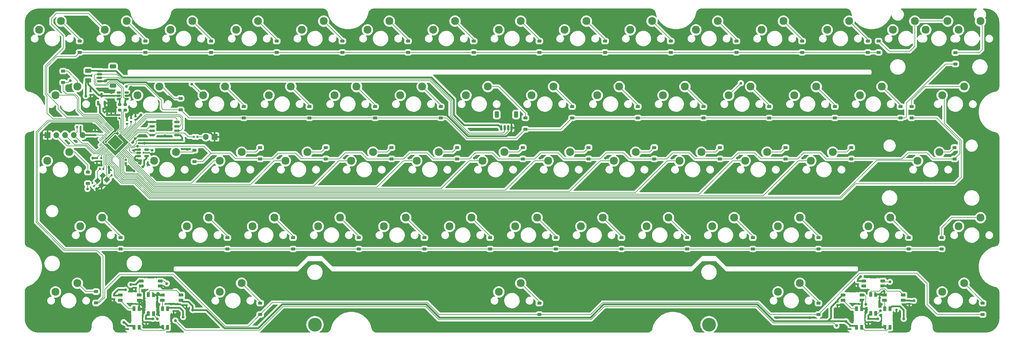
<source format=gbr>
G04 #@! TF.GenerationSoftware,KiCad,Pcbnew,(7.0.0-0)*
G04 #@! TF.CreationDate,2023-05-06T23:39:38-07:00*
G04 #@! TF.ProjectId,popstar,706f7073-7461-4722-9e6b-696361645f70,rev?*
G04 #@! TF.SameCoordinates,Original*
G04 #@! TF.FileFunction,Copper,L2,Bot*
G04 #@! TF.FilePolarity,Positive*
%FSLAX46Y46*%
G04 Gerber Fmt 4.6, Leading zero omitted, Abs format (unit mm)*
G04 Created by KiCad (PCBNEW (7.0.0-0)) date 2023-05-06 23:39:38*
%MOMM*%
%LPD*%
G01*
G04 APERTURE LIST*
G04 Aperture macros list*
%AMRoundRect*
0 Rectangle with rounded corners*
0 $1 Rounding radius*
0 $2 $3 $4 $5 $6 $7 $8 $9 X,Y pos of 4 corners*
0 Add a 4 corners polygon primitive as box body*
4,1,4,$2,$3,$4,$5,$6,$7,$8,$9,$2,$3,0*
0 Add four circle primitives for the rounded corners*
1,1,$1+$1,$2,$3*
1,1,$1+$1,$4,$5*
1,1,$1+$1,$6,$7*
1,1,$1+$1,$8,$9*
0 Add four rect primitives between the rounded corners*
20,1,$1+$1,$2,$3,$4,$5,0*
20,1,$1+$1,$4,$5,$6,$7,0*
20,1,$1+$1,$6,$7,$8,$9,0*
20,1,$1+$1,$8,$9,$2,$3,0*%
%AMRotRect*
0 Rectangle, with rotation*
0 The origin of the aperture is its center*
0 $1 length*
0 $2 width*
0 $3 Rotation angle, in degrees counterclockwise*
0 Add horizontal line*
21,1,$1,$2,0,0,$3*%
%AMFreePoly0*
4,1,18,-0.410000,0.593000,-0.403758,0.624380,-0.385983,0.650983,-0.359380,0.668758,-0.328000,0.675000,0.328000,0.675000,0.359380,0.668758,0.385983,0.650983,0.403758,0.624380,0.410000,0.593000,0.410000,-0.593000,0.403758,-0.624380,0.385983,-0.650983,0.359380,-0.668758,0.328000,-0.675000,0.000000,-0.675000,-0.410000,-0.265000,-0.410000,0.593000,-0.410000,0.593000,$1*%
G04 Aperture macros list end*
G04 #@! TA.AperFunction,ComponentPad*
%ADD10C,4.000000*%
G04 #@! TD*
G04 #@! TA.AperFunction,ComponentPad*
%ADD11C,2.300000*%
G04 #@! TD*
G04 #@! TA.AperFunction,SMDPad,CuDef*
%ADD12RoundRect,0.140000X0.170000X-0.140000X0.170000X0.140000X-0.170000X0.140000X-0.170000X-0.140000X0*%
G04 #@! TD*
G04 #@! TA.AperFunction,SMDPad,CuDef*
%ADD13RoundRect,0.140000X0.219203X0.021213X0.021213X0.219203X-0.219203X-0.021213X-0.021213X-0.219203X0*%
G04 #@! TD*
G04 #@! TA.AperFunction,ComponentPad*
%ADD14R,1.700000X1.700000*%
G04 #@! TD*
G04 #@! TA.AperFunction,ComponentPad*
%ADD15O,1.700000X1.700000*%
G04 #@! TD*
G04 #@! TA.AperFunction,SMDPad,CuDef*
%ADD16RoundRect,0.225000X0.375000X-0.225000X0.375000X0.225000X-0.375000X0.225000X-0.375000X-0.225000X0*%
G04 #@! TD*
G04 #@! TA.AperFunction,SMDPad,CuDef*
%ADD17RoundRect,0.150000X-0.650000X-0.150000X0.650000X-0.150000X0.650000X0.150000X-0.650000X0.150000X0*%
G04 #@! TD*
G04 #@! TA.AperFunction,SMDPad,CuDef*
%ADD18RoundRect,0.200000X-0.275000X0.200000X-0.275000X-0.200000X0.275000X-0.200000X0.275000X0.200000X0*%
G04 #@! TD*
G04 #@! TA.AperFunction,SMDPad,CuDef*
%ADD19RoundRect,0.150000X-0.150000X-0.625000X0.150000X-0.625000X0.150000X0.625000X-0.150000X0.625000X0*%
G04 #@! TD*
G04 #@! TA.AperFunction,SMDPad,CuDef*
%ADD20RoundRect,0.250000X-0.350000X-0.650000X0.350000X-0.650000X0.350000X0.650000X-0.350000X0.650000X0*%
G04 #@! TD*
G04 #@! TA.AperFunction,SMDPad,CuDef*
%ADD21RoundRect,0.140000X-0.170000X0.140000X-0.170000X-0.140000X0.170000X-0.140000X0.170000X0.140000X0*%
G04 #@! TD*
G04 #@! TA.AperFunction,SMDPad,CuDef*
%ADD22RoundRect,0.050000X0.309359X-0.238649X-0.238649X0.309359X-0.309359X0.238649X0.238649X-0.309359X0*%
G04 #@! TD*
G04 #@! TA.AperFunction,SMDPad,CuDef*
%ADD23RoundRect,0.050000X0.309359X0.238649X0.238649X0.309359X-0.309359X-0.238649X-0.238649X-0.309359X0*%
G04 #@! TD*
G04 #@! TA.AperFunction,ComponentPad*
%ADD24C,0.600000*%
G04 #@! TD*
G04 #@! TA.AperFunction,SMDPad,CuDef*
%ADD25RoundRect,0.144000X2.059095X0.000000X0.000000X2.059095X-2.059095X0.000000X0.000000X-2.059095X0*%
G04 #@! TD*
G04 #@! TA.AperFunction,SMDPad,CuDef*
%ADD26RoundRect,0.150000X0.150000X-0.512500X0.150000X0.512500X-0.150000X0.512500X-0.150000X-0.512500X0*%
G04 #@! TD*
G04 #@! TA.AperFunction,SMDPad,CuDef*
%ADD27RoundRect,0.082000X0.593000X-0.328000X0.593000X0.328000X-0.593000X0.328000X-0.593000X-0.328000X0*%
G04 #@! TD*
G04 #@! TA.AperFunction,SMDPad,CuDef*
%ADD28FreePoly0,90.000000*%
G04 #@! TD*
G04 #@! TA.AperFunction,SMDPad,CuDef*
%ADD29RoundRect,0.250000X-0.625000X0.375000X-0.625000X-0.375000X0.625000X-0.375000X0.625000X0.375000X0*%
G04 #@! TD*
G04 #@! TA.AperFunction,SMDPad,CuDef*
%ADD30RoundRect,0.135000X-0.135000X-0.185000X0.135000X-0.185000X0.135000X0.185000X-0.135000X0.185000X0*%
G04 #@! TD*
G04 #@! TA.AperFunction,SMDPad,CuDef*
%ADD31RoundRect,0.150000X-0.625000X0.150000X-0.625000X-0.150000X0.625000X-0.150000X0.625000X0.150000X0*%
G04 #@! TD*
G04 #@! TA.AperFunction,SMDPad,CuDef*
%ADD32RoundRect,0.250000X-0.650000X0.350000X-0.650000X-0.350000X0.650000X-0.350000X0.650000X0.350000X0*%
G04 #@! TD*
G04 #@! TA.AperFunction,SMDPad,CuDef*
%ADD33RoundRect,0.082000X-0.328000X-0.593000X0.328000X-0.593000X0.328000X0.593000X-0.328000X0.593000X0*%
G04 #@! TD*
G04 #@! TA.AperFunction,SMDPad,CuDef*
%ADD34FreePoly0,0.000000*%
G04 #@! TD*
G04 #@! TA.AperFunction,SMDPad,CuDef*
%ADD35RoundRect,0.082000X-0.593000X0.328000X-0.593000X-0.328000X0.593000X-0.328000X0.593000X0.328000X0*%
G04 #@! TD*
G04 #@! TA.AperFunction,SMDPad,CuDef*
%ADD36FreePoly0,270.000000*%
G04 #@! TD*
G04 #@! TA.AperFunction,SMDPad,CuDef*
%ADD37RoundRect,0.140000X-0.140000X-0.170000X0.140000X-0.170000X0.140000X0.170000X-0.140000X0.170000X0*%
G04 #@! TD*
G04 #@! TA.AperFunction,SMDPad,CuDef*
%ADD38RoundRect,0.082000X0.328000X0.593000X-0.328000X0.593000X-0.328000X-0.593000X0.328000X-0.593000X0*%
G04 #@! TD*
G04 #@! TA.AperFunction,SMDPad,CuDef*
%ADD39FreePoly0,180.000000*%
G04 #@! TD*
G04 #@! TA.AperFunction,SMDPad,CuDef*
%ADD40RotRect,1.400000X1.200000X45.000000*%
G04 #@! TD*
G04 #@! TA.AperFunction,SMDPad,CuDef*
%ADD41RoundRect,0.140000X0.140000X0.170000X-0.140000X0.170000X-0.140000X-0.170000X0.140000X-0.170000X0*%
G04 #@! TD*
G04 #@! TA.AperFunction,SMDPad,CuDef*
%ADD42RoundRect,0.140000X-0.219203X-0.021213X-0.021213X-0.219203X0.219203X0.021213X0.021213X0.219203X0*%
G04 #@! TD*
G04 #@! TA.AperFunction,SMDPad,CuDef*
%ADD43RoundRect,0.135000X0.135000X0.185000X-0.135000X0.185000X-0.135000X-0.185000X0.135000X-0.185000X0*%
G04 #@! TD*
G04 #@! TA.AperFunction,SMDPad,CuDef*
%ADD44RoundRect,0.150000X0.475000X0.150000X-0.475000X0.150000X-0.475000X-0.150000X0.475000X-0.150000X0*%
G04 #@! TD*
G04 #@! TA.AperFunction,SMDPad,CuDef*
%ADD45RoundRect,0.150000X-0.512500X-0.150000X0.512500X-0.150000X0.512500X0.150000X-0.512500X0.150000X0*%
G04 #@! TD*
G04 #@! TA.AperFunction,ViaPad*
%ADD46C,0.800000*%
G04 #@! TD*
G04 #@! TA.AperFunction,ViaPad*
%ADD47C,0.600000*%
G04 #@! TD*
G04 #@! TA.AperFunction,Conductor*
%ADD48C,0.200000*%
G04 #@! TD*
G04 #@! TA.AperFunction,Conductor*
%ADD49C,0.500000*%
G04 #@! TD*
G04 APERTURE END LIST*
D10*
G04 #@! TO.P,S3,*
G04 #@! TO.N,*
X117475000Y-124460000D03*
X231775000Y-124460000D03*
G04 #@! TD*
D11*
G04 #@! TO.P,SW15,1,1*
G04 #@! TO.N,COL13*
X294640000Y-38735000D03*
G04 #@! TO.P,SW15,2,2*
G04 #@! TO.N,Net-(D26-A)*
X300990000Y-36195000D03*
G04 #@! TD*
G04 #@! TO.P,SW22,1,1*
G04 #@! TO.N,COL05*
X142240000Y-57785000D03*
G04 #@! TO.P,SW22,2,2*
G04 #@! TO.N,Net-(D32-A)*
X148590000Y-55245000D03*
G04 #@! TD*
G04 #@! TO.P,SW55,1,1*
G04 #@! TO.N,COL12*
X304165000Y-95885000D03*
G04 #@! TO.P,SW55,2,2*
G04 #@! TO.N,Net-(D65-A)*
X310515000Y-93345000D03*
G04 #@! TD*
G04 #@! TO.P,SW29,1,1*
G04 #@! TO.N,COL12*
X275590000Y-57785000D03*
G04 #@! TO.P,SW29,2,2*
G04 #@! TO.N,Net-(D39-A)*
X281940000Y-55245000D03*
G04 #@! TD*
G04 #@! TO.P,SW33,1,1*
G04 #@! TO.N,COL03*
X108902500Y-76835000D03*
G04 #@! TO.P,SW33,2,2*
G04 #@! TO.N,Net-(D43-A)*
X115252500Y-74295000D03*
G04 #@! TD*
G04 #@! TO.P,SW25,1,1*
G04 #@! TO.N,COL08*
X199390000Y-57785000D03*
G04 #@! TO.P,SW25,2,2*
G04 #@! TO.N,Net-(D35-A)*
X205740000Y-55245000D03*
G04 #@! TD*
G04 #@! TO.P,SW53,1,1*
G04 #@! TO.N,COL10*
X251777500Y-95885000D03*
G04 #@! TO.P,SW53,2,2*
G04 #@! TO.N,Net-(D63-A)*
X258127500Y-93345000D03*
G04 #@! TD*
G04 #@! TO.P,SW17,1,1*
G04 #@! TO.N,COL00*
X42227500Y-57785000D03*
G04 #@! TO.P,SW17,2,2*
G04 #@! TO.N,Net-(D27-A)*
X48577500Y-55245000D03*
G04 #@! TD*
G04 #@! TO.P,SW41,1,1*
G04 #@! TO.N,COL11*
X261302500Y-76835000D03*
G04 #@! TO.P,SW41,2,2*
G04 #@! TO.N,Net-(D51-A)*
X267652500Y-74295000D03*
G04 #@! TD*
G04 #@! TO.P,SW36,1,1*
G04 #@! TO.N,COL06*
X166052500Y-76835000D03*
G04 #@! TO.P,SW36,2,2*
G04 #@! TO.N,Net-(D46-A)*
X172402500Y-74295000D03*
G04 #@! TD*
G04 #@! TO.P,SW47,1,1*
G04 #@! TO.N,COL04*
X137477500Y-95885000D03*
G04 #@! TO.P,SW47,2,2*
G04 #@! TO.N,Net-(D57-A)*
X143827500Y-93345000D03*
G04 #@! TD*
G04 #@! TO.P,SW11,1,1*
G04 #@! TO.N,COL09*
X208915000Y-38735000D03*
G04 #@! TO.P,SW11,2,2*
G04 #@! TO.N,Net-(D22-A)*
X215265000Y-36195000D03*
G04 #@! TD*
G04 #@! TO.P,SW45,1,1*
G04 #@! TO.N,COL02*
X99377500Y-95885000D03*
G04 #@! TO.P,SW45,2,2*
G04 #@! TO.N,Net-(D55-A)*
X105727500Y-93345000D03*
G04 #@! TD*
G04 #@! TO.P,SW57,1,1*
G04 #@! TO.N,COL02*
X89852500Y-114935000D03*
G04 #@! TO.P,SW57,2,2*
G04 #@! TO.N,Net-(D67-A)*
X96202500Y-112395000D03*
G04 #@! TD*
G04 #@! TO.P,SW56,1,1*
G04 #@! TO.N,COL00*
X42227500Y-114935000D03*
G04 #@! TO.P,SW56,2,2*
G04 #@! TO.N,Net-(D66-A)*
X48577500Y-112395000D03*
G04 #@! TD*
G04 #@! TO.P,SW24,1,1*
G04 #@! TO.N,COL07*
X180340000Y-57785000D03*
G04 #@! TO.P,SW24,2,2*
G04 #@! TO.N,Net-(D34-A)*
X186690000Y-55245000D03*
G04 #@! TD*
G04 #@! TO.P,SW59,1,1*
G04 #@! TO.N,COL10*
X251777500Y-114935000D03*
G04 #@! TO.P,SW59,2,2*
G04 #@! TO.N,Net-(D69-A)*
X258127500Y-112395000D03*
G04 #@! TD*
G04 #@! TO.P,SW7,1,1*
G04 #@! TO.N,COL05*
X132715000Y-38735000D03*
G04 #@! TO.P,SW7,2,2*
G04 #@! TO.N,Net-(D18-A)*
X139065000Y-36195000D03*
G04 #@! TD*
G04 #@! TO.P,SW20,1,1*
G04 #@! TO.N,COL03*
X104140000Y-57785000D03*
G04 #@! TO.P,SW20,2,2*
G04 #@! TO.N,Net-(D30-A)*
X110490000Y-55245000D03*
G04 #@! TD*
G04 #@! TO.P,SW2,1,1*
G04 #@! TO.N,COL00*
X37465000Y-38735000D03*
G04 #@! TO.P,SW2,2,2*
G04 #@! TO.N,Net-(D13-A)*
X43815000Y-36195000D03*
G04 #@! TD*
G04 #@! TO.P,SW31,1,1*
G04 #@! TO.N,COL01*
X70802500Y-76835000D03*
G04 #@! TO.P,SW31,2,2*
G04 #@! TO.N,Net-(D41-A)*
X77152500Y-74295000D03*
G04 #@! TD*
G04 #@! TO.P,SW27,1,1*
G04 #@! TO.N,COL10*
X237490000Y-57785000D03*
G04 #@! TO.P,SW27,2,2*
G04 #@! TO.N,Net-(D37-A)*
X243840000Y-55245000D03*
G04 #@! TD*
G04 #@! TO.P,SW32,1,1*
G04 #@! TO.N,COL02*
X89852500Y-76835000D03*
G04 #@! TO.P,SW32,2,2*
G04 #@! TO.N,Net-(D42-A)*
X96202500Y-74295000D03*
G04 #@! TD*
G04 #@! TO.P,SW34,1,1*
G04 #@! TO.N,COL04*
X127952500Y-76835000D03*
G04 #@! TO.P,SW34,2,2*
G04 #@! TO.N,Net-(D44-A)*
X134302500Y-74295000D03*
G04 #@! TD*
G04 #@! TO.P,SW37,1,1*
G04 #@! TO.N,COL07*
X185102500Y-76835000D03*
G04 #@! TO.P,SW37,2,2*
G04 #@! TO.N,Net-(D47-A)*
X191452500Y-74295000D03*
G04 #@! TD*
G04 #@! TO.P,SW10,1,1*
G04 #@! TO.N,COL08*
X189865000Y-38735000D03*
G04 #@! TO.P,SW10,2,2*
G04 #@! TO.N,Net-(D21-A)*
X196215000Y-36195000D03*
G04 #@! TD*
G04 #@! TO.P,SW21,1,1*
G04 #@! TO.N,COL04*
X123190000Y-57785000D03*
G04 #@! TO.P,SW21,2,2*
G04 #@! TO.N,Net-(D31-A)*
X129540000Y-55245000D03*
G04 #@! TD*
G04 #@! TO.P,SW3,1,1*
G04 #@! TO.N,COL01*
X56515000Y-38735000D03*
G04 #@! TO.P,SW3,2,2*
G04 #@! TO.N,Net-(D14-A)*
X62865000Y-36195000D03*
G04 #@! TD*
G04 #@! TO.P,SW38,1,1*
G04 #@! TO.N,COL08*
X204152500Y-76835000D03*
G04 #@! TO.P,SW38,2,2*
G04 #@! TO.N,Net-(D48-A)*
X210502500Y-74295000D03*
G04 #@! TD*
G04 #@! TO.P,SW50,1,1*
G04 #@! TO.N,COL07*
X194627500Y-95885000D03*
G04 #@! TO.P,SW50,2,2*
G04 #@! TO.N,Net-(D60-A)*
X200977500Y-93345000D03*
G04 #@! TD*
G04 #@! TO.P,SW52,1,1*
G04 #@! TO.N,COL09*
X232727500Y-95885000D03*
G04 #@! TO.P,SW52,2,2*
G04 #@! TO.N,Net-(D62-A)*
X239077500Y-93345000D03*
G04 #@! TD*
G04 #@! TO.P,SW13,1,1*
G04 #@! TO.N,COL11*
X247015000Y-38735000D03*
G04 #@! TO.P,SW13,2,2*
G04 #@! TO.N,Net-(D24-A)*
X253365000Y-36195000D03*
G04 #@! TD*
G04 #@! TO.P,SW35,1,1*
G04 #@! TO.N,COL05*
X147002500Y-76835000D03*
G04 #@! TO.P,SW35,2,2*
G04 #@! TO.N,Net-(D45-A)*
X153352500Y-74295000D03*
G04 #@! TD*
G04 #@! TO.P,SW39,1,1*
G04 #@! TO.N,COL09*
X223202500Y-76835000D03*
G04 #@! TO.P,SW39,2,2*
G04 #@! TO.N,Net-(D49-A)*
X229552500Y-74295000D03*
G04 #@! TD*
G04 #@! TO.P,SW23,1,1*
G04 #@! TO.N,COL06*
X161290000Y-57785000D03*
G04 #@! TO.P,SW23,2,2*
G04 #@! TO.N,Net-(D33-A)*
X167640000Y-55245000D03*
G04 #@! TD*
G04 #@! TO.P,SW51,1,1*
G04 #@! TO.N,COL08*
X213677500Y-95885000D03*
G04 #@! TO.P,SW51,2,2*
G04 #@! TO.N,Net-(D61-A)*
X220027500Y-93345000D03*
G04 #@! TD*
G04 #@! TO.P,SW43,1,1*
G04 #@! TO.N,COL00*
X49371250Y-95885000D03*
G04 #@! TO.P,SW43,2,2*
G04 #@! TO.N,Net-(D53-A)*
X55721250Y-93345000D03*
G04 #@! TD*
G04 #@! TO.P,SW61,1,1*
G04 #@! TO.N,COL13*
X304165000Y-38735000D03*
G04 #@! TO.P,SW61,2,2*
G04 #@! TO.N,Net-(D71-A)*
X310515000Y-36195000D03*
G04 #@! TD*
G04 #@! TO.P,SW44,1,1*
G04 #@! TO.N,COL01*
X80327500Y-95885000D03*
G04 #@! TO.P,SW44,2,2*
G04 #@! TO.N,Net-(D54-A)*
X86677500Y-93345000D03*
G04 #@! TD*
G04 #@! TO.P,SW58,1,1*
G04 #@! TO.N,COL06*
X170815000Y-114935000D03*
G04 #@! TO.P,SW58,2,2*
G04 #@! TO.N,Net-(D68-A)*
X177165000Y-112395000D03*
G04 #@! TD*
G04 #@! TO.P,SW18,1,1*
G04 #@! TO.N,COL01*
X66040000Y-57785000D03*
G04 #@! TO.P,SW18,2,2*
G04 #@! TO.N,Net-(D28-A)*
X72390000Y-55245000D03*
G04 #@! TD*
G04 #@! TO.P,SW5,1,1*
G04 #@! TO.N,COL03*
X94615000Y-38735000D03*
G04 #@! TO.P,SW5,2,2*
G04 #@! TO.N,Net-(D16-A)*
X100965000Y-36195000D03*
G04 #@! TD*
G04 #@! TO.P,SW6,1,1*
G04 #@! TO.N,COL04*
X113665000Y-38735000D03*
G04 #@! TO.P,SW6,2,2*
G04 #@! TO.N,Net-(D17-A)*
X120015000Y-36195000D03*
G04 #@! TD*
G04 #@! TO.P,SW28,1,1*
G04 #@! TO.N,COL11*
X256540000Y-57785000D03*
G04 #@! TO.P,SW28,2,2*
G04 #@! TO.N,Net-(D38-A)*
X262890000Y-55245000D03*
G04 #@! TD*
G04 #@! TO.P,SW48,1,1*
G04 #@! TO.N,COL05*
X156527500Y-95885000D03*
G04 #@! TO.P,SW48,2,2*
G04 #@! TO.N,Net-(D58-A)*
X162877500Y-93345000D03*
G04 #@! TD*
G04 #@! TO.P,SW60,1,1*
G04 #@! TO.N,COL13*
X299402500Y-114935000D03*
G04 #@! TO.P,SW60,2,2*
G04 #@! TO.N,Net-(D70-A)*
X305752500Y-112395000D03*
G04 #@! TD*
G04 #@! TO.P,SW49,1,1*
G04 #@! TO.N,COL06*
X175577500Y-95885000D03*
G04 #@! TO.P,SW49,2,2*
G04 #@! TO.N,Net-(D59-A)*
X181927500Y-93345000D03*
G04 #@! TD*
G04 #@! TO.P,SW30,1,1*
G04 #@! TO.N,COL00*
X39846250Y-76835000D03*
G04 #@! TO.P,SW30,2,2*
G04 #@! TO.N,Net-(D40-A)*
X46196250Y-74295000D03*
G04 #@! TD*
G04 #@! TO.P,SW26,1,1*
G04 #@! TO.N,COL09*
X218440000Y-57785000D03*
G04 #@! TO.P,SW26,2,2*
G04 #@! TO.N,Net-(D36-A)*
X224790000Y-55245000D03*
G04 #@! TD*
G04 #@! TO.P,SW62,1,1*
G04 #@! TO.N,COL13*
X299402500Y-57785000D03*
G04 #@! TO.P,SW62,2,2*
G04 #@! TO.N,Net-(D72-A)*
X305752500Y-55245000D03*
G04 #@! TD*
G04 #@! TO.P,SW16,1,1*
G04 #@! TO.N,COL13*
X285115000Y-38735000D03*
G04 #@! TO.P,SW16,2,2*
G04 #@! TO.N,Net-(D26-A)*
X291465000Y-36195000D03*
G04 #@! TD*
G04 #@! TO.P,SW14,1,1*
G04 #@! TO.N,COL12*
X266065000Y-38735000D03*
G04 #@! TO.P,SW14,2,2*
G04 #@! TO.N,Net-(D25-A)*
X272415000Y-36195000D03*
G04 #@! TD*
G04 #@! TO.P,SW46,1,1*
G04 #@! TO.N,COL03*
X118427500Y-95885000D03*
G04 #@! TO.P,SW46,2,2*
G04 #@! TO.N,Net-(D56-A)*
X124777500Y-93345000D03*
G04 #@! TD*
G04 #@! TO.P,SW40,1,1*
G04 #@! TO.N,COL10*
X242252500Y-76835000D03*
G04 #@! TO.P,SW40,2,2*
G04 #@! TO.N,Net-(D50-A)*
X248602500Y-74295000D03*
G04 #@! TD*
G04 #@! TO.P,SW12,1,1*
G04 #@! TO.N,COL10*
X227965000Y-38735000D03*
G04 #@! TO.P,SW12,2,2*
G04 #@! TO.N,Net-(D23-A)*
X234315000Y-36195000D03*
G04 #@! TD*
G04 #@! TO.P,SW9,1,1*
G04 #@! TO.N,COL07*
X170815000Y-38735000D03*
G04 #@! TO.P,SW9,2,2*
G04 #@! TO.N,Net-(D20-A)*
X177165000Y-36195000D03*
G04 #@! TD*
G04 #@! TO.P,SW19,1,1*
G04 #@! TO.N,COL02*
X85090000Y-57785000D03*
G04 #@! TO.P,SW19,2,2*
G04 #@! TO.N,Net-(D29-A)*
X91440000Y-55245000D03*
G04 #@! TD*
G04 #@! TO.P,SW42,1,1*
G04 #@! TO.N,COL12*
X292258750Y-76835000D03*
G04 #@! TO.P,SW42,2,2*
G04 #@! TO.N,Net-(D52-A)*
X298608750Y-74295000D03*
G04 #@! TD*
G04 #@! TO.P,SW4,1,1*
G04 #@! TO.N,COL02*
X75565000Y-38735000D03*
G04 #@! TO.P,SW4,2,2*
G04 #@! TO.N,Net-(D15-A)*
X81915000Y-36195000D03*
G04 #@! TD*
G04 #@! TO.P,SW8,1,1*
G04 #@! TO.N,COL06*
X151765000Y-38735000D03*
G04 #@! TO.P,SW8,2,2*
G04 #@! TO.N,Net-(D19-A)*
X158115000Y-36195000D03*
G04 #@! TD*
G04 #@! TO.P,SW54,1,1*
G04 #@! TO.N,COL11*
X277971250Y-95885000D03*
G04 #@! TO.P,SW54,2,2*
G04 #@! TO.N,Net-(D64-A)*
X284321250Y-93345000D03*
G04 #@! TD*
D12*
G04 #@! TO.P,C4,1*
G04 #@! TO.N,+3V3*
X57200000Y-64480000D03*
G04 #@! TO.P,C4,2*
G04 #@! TO.N,GND*
X57200000Y-63520000D03*
G04 #@! TD*
D13*
G04 #@! TO.P,C14,1*
G04 #@! TO.N,GND*
X54057411Y-84871411D03*
G04 #@! TO.P,C14,2*
G04 #@! TO.N,/XTAL_O*
X53378589Y-84192589D03*
G04 #@! TD*
D14*
G04 #@! TO.P,J2,1,Pin_1*
G04 #@! TO.N,GND*
X39919999Y-69341999D03*
D15*
G04 #@! TO.P,J2,2,Pin_2*
G04 #@! TO.N,SWCLK*
X42459999Y-69341999D03*
G04 #@! TO.P,J2,3,Pin_3*
G04 #@! TO.N,SWD*
X44999999Y-69341999D03*
G04 #@! TO.P,J2,4,Pin_4*
G04 #@! TO.N,~{RESET}*
X47539999Y-69341999D03*
G04 #@! TO.P,J2,5,Pin_5*
G04 #@! TO.N,+3V3*
X50079999Y-69341999D03*
G04 #@! TD*
D16*
G04 #@! TO.P,D60,1,K*
G04 #@! TO.N,ROW3*
X206375000Y-102456250D03*
G04 #@! TO.P,D60,2,A*
G04 #@! TO.N,Net-(D60-A)*
X206375000Y-99156250D03*
G04 #@! TD*
G04 #@! TO.P,D53,1,K*
G04 #@! TO.N,ROW3*
X61118750Y-102456250D03*
G04 #@! TO.P,D53,2,A*
G04 #@! TO.N,Net-(D53-A)*
X61118750Y-99156250D03*
G04 #@! TD*
D17*
G04 #@! TO.P,U4,1,~{CS}*
G04 #@! TO.N,CS*
X70218750Y-69373750D03*
G04 #@! TO.P,U4,2,DO(IO1)*
G04 #@! TO.N,SD1*
X70218750Y-68103750D03*
G04 #@! TO.P,U4,3,IO2*
G04 #@! TO.N,SD2*
X70218750Y-66833750D03*
G04 #@! TO.P,U4,4,GND*
G04 #@! TO.N,GND*
X70218750Y-65563750D03*
G04 #@! TO.P,U4,5,DI(IO0)*
G04 #@! TO.N,SD0*
X77418750Y-65563750D03*
G04 #@! TO.P,U4,6,CLK*
G04 #@! TO.N,QSPI_CLK*
X77418750Y-66833750D03*
G04 #@! TO.P,U4,7,IO3*
G04 #@! TO.N,SD3*
X77418750Y-68103750D03*
G04 #@! TO.P,U4,8,VCC*
G04 #@! TO.N,+3V3*
X77418750Y-69373750D03*
G04 #@! TD*
D16*
G04 #@! TO.P,D28,1,K*
G04 #@! TO.N,ROW1*
X78500000Y-61975000D03*
G04 #@! TO.P,D28,2,A*
G04 #@! TO.N,Net-(D28-A)*
X78500000Y-58675000D03*
G04 #@! TD*
G04 #@! TO.P,D34,1,K*
G04 #@! TO.N,ROW1*
X192087500Y-64356250D03*
G04 #@! TO.P,D34,2,A*
G04 #@! TO.N,Net-(D34-A)*
X192087500Y-61056250D03*
G04 #@! TD*
G04 #@! TO.P,D19,1,K*
G04 #@! TO.N,ROW0*
X163512500Y-45306250D03*
G04 #@! TO.P,D19,2,A*
G04 #@! TO.N,Net-(D19-A)*
X163512500Y-42006250D03*
G04 #@! TD*
G04 #@! TO.P,D26,1,K*
G04 #@! TO.N,ROW0*
X280987500Y-45306250D03*
G04 #@! TO.P,D26,2,A*
G04 #@! TO.N,Net-(D26-A)*
X280987500Y-42006250D03*
G04 #@! TD*
G04 #@! TO.P,D18,1,K*
G04 #@! TO.N,ROW0*
X144462500Y-45306250D03*
G04 #@! TO.P,D18,2,A*
G04 #@! TO.N,Net-(D18-A)*
X144462500Y-42006250D03*
G04 #@! TD*
D18*
G04 #@! TO.P,R2,1*
G04 #@! TO.N,D_P*
X62484000Y-60425000D03*
G04 #@! TO.P,R2,2*
G04 #@! TO.N,/D_+*
X62484000Y-62075000D03*
G04 #@! TD*
D19*
G04 #@! TO.P,J1,1,Pin_1*
G04 #@! TO.N,VBUS*
X171500000Y-67250000D03*
G04 #@! TO.P,J1,2,Pin_2*
G04 #@! TO.N,D_N*
X172500000Y-67250000D03*
G04 #@! TO.P,J1,3,Pin_3*
G04 #@! TO.N,D_P*
X173500000Y-67250000D03*
G04 #@! TO.P,J1,4,Pin_4*
G04 #@! TO.N,GND*
X174500000Y-67250000D03*
D20*
G04 #@! TO.P,J1,MP*
G04 #@! TO.N,N/C*
X170200000Y-63375000D03*
X175800000Y-63375000D03*
G04 #@! TD*
D16*
G04 #@! TO.P,D22,1,K*
G04 #@! TO.N,ROW0*
X220662500Y-45306250D03*
G04 #@! TO.P,D22,2,A*
G04 #@! TO.N,Net-(D22-A)*
X220662500Y-42006250D03*
G04 #@! TD*
D21*
G04 #@! TO.P,C23,1*
G04 #@! TO.N,+5V*
X80250000Y-117820000D03*
G04 #@! TO.P,C23,2*
G04 #@! TO.N,GND*
X80250000Y-118780000D03*
G04 #@! TD*
D16*
G04 #@! TO.P,D72,1,K*
G04 #@! TO.N,ROW2*
X290512500Y-64356250D03*
G04 #@! TO.P,D72,2,A*
G04 #@! TO.N,Net-(D72-A)*
X290512500Y-61056250D03*
G04 #@! TD*
G04 #@! TO.P,D51,1,K*
G04 #@! TO.N,ROW2*
X273050000Y-76262500D03*
G04 #@! TO.P,D51,2,A*
G04 #@! TO.N,Net-(D51-A)*
X273050000Y-72962500D03*
G04 #@! TD*
G04 #@! TO.P,D31,1,K*
G04 #@! TO.N,ROW1*
X134937500Y-64356250D03*
G04 #@! TO.P,D31,2,A*
G04 #@! TO.N,Net-(D31-A)*
X134937500Y-61056250D03*
G04 #@! TD*
G04 #@! TO.P,D27,1,K*
G04 #@! TO.N,ROW1*
X44450000Y-54037500D03*
G04 #@! TO.P,D27,2,A*
G04 #@! TO.N,Net-(D27-A)*
X44450000Y-50737500D03*
G04 #@! TD*
G04 #@! TO.P,D54,1,K*
G04 #@! TO.N,ROW3*
X92075000Y-102456250D03*
G04 #@! TO.P,D54,2,A*
G04 #@! TO.N,Net-(D54-A)*
X92075000Y-99156250D03*
G04 #@! TD*
D21*
G04 #@! TO.P,C5,1*
G04 #@! TO.N,+3V3*
X66421000Y-70767000D03*
G04 #@! TO.P,C5,2*
G04 #@! TO.N,GND*
X66421000Y-71727000D03*
G04 #@! TD*
D16*
G04 #@! TO.P,D67,1,K*
G04 #@! TO.N,ROW4*
X101600000Y-121506250D03*
G04 #@! TO.P,D67,2,A*
G04 #@! TO.N,Net-(D67-A)*
X101600000Y-118206250D03*
G04 #@! TD*
G04 #@! TO.P,D40,1,K*
G04 #@! TO.N,ROW2*
X51593750Y-83406250D03*
G04 #@! TO.P,D40,2,A*
G04 #@! TO.N,Net-(D40-A)*
X51593750Y-80106250D03*
G04 #@! TD*
G04 #@! TO.P,D46,1,K*
G04 #@! TO.N,ROW2*
X177800000Y-76262500D03*
G04 #@! TO.P,D46,2,A*
G04 #@! TO.N,Net-(D46-A)*
X177800000Y-72962500D03*
G04 #@! TD*
G04 #@! TO.P,D42,1,K*
G04 #@! TO.N,ROW2*
X101600000Y-76262500D03*
G04 #@! TO.P,D42,2,A*
G04 #@! TO.N,Net-(D42-A)*
X101600000Y-72962500D03*
G04 #@! TD*
G04 #@! TO.P,D17,1,K*
G04 #@! TO.N,ROW0*
X125412500Y-45306250D03*
G04 #@! TO.P,D17,2,A*
G04 #@! TO.N,Net-(D17-A)*
X125412500Y-42006250D03*
G04 #@! TD*
G04 #@! TO.P,D41,1,K*
G04 #@! TO.N,ROW2*
X82550000Y-77056250D03*
G04 #@! TO.P,D41,2,A*
G04 #@! TO.N,Net-(D41-A)*
X82550000Y-73756250D03*
G04 #@! TD*
G04 #@! TO.P,D69,1,K*
G04 #@! TO.N,ROW4*
X263525000Y-121506250D03*
G04 #@! TO.P,D69,2,A*
G04 #@! TO.N,Net-(D69-A)*
X263525000Y-118206250D03*
G04 #@! TD*
D22*
G04 #@! TO.P,U6,1,IOVDD*
G04 #@! TO.N,+3V3*
X63800407Y-72029702D03*
G04 #@! TO.P,U6,2,GPIO0*
G04 #@! TO.N,ROW2*
X63517564Y-72312545D03*
G04 #@! TO.P,U6,3,GPIO1*
G04 #@! TO.N,ARGB_3V3*
X63234722Y-72595387D03*
G04 #@! TO.P,U6,4,GPIO2*
G04 #@! TO.N,unconnected-(U6-GPIO2-Pad4)*
X62951879Y-72878230D03*
G04 #@! TO.P,U6,5,GPIO3*
G04 #@! TO.N,unconnected-(U6-GPIO3-Pad5)*
X62669036Y-73161073D03*
G04 #@! TO.P,U6,6,GPIO4*
G04 #@! TO.N,COL02*
X62386194Y-73443915D03*
G04 #@! TO.P,U6,7,GPIO5*
G04 #@! TO.N,COL03*
X62103351Y-73726758D03*
G04 #@! TO.P,U6,8,GPIO6*
G04 #@! TO.N,COL04*
X61820508Y-74009601D03*
G04 #@! TO.P,U6,9,GPIO7*
G04 #@! TO.N,COL05*
X61537665Y-74292444D03*
G04 #@! TO.P,U6,10,IOVDD*
G04 #@! TO.N,+3V3*
X61254823Y-74575286D03*
G04 #@! TO.P,U6,11,GPIO8*
G04 #@! TO.N,COL06*
X60971980Y-74858129D03*
G04 #@! TO.P,U6,12,GPIO9*
G04 #@! TO.N,COL07*
X60689137Y-75140972D03*
G04 #@! TO.P,U6,13,GPIO10*
G04 #@! TO.N,COL08*
X60406295Y-75423814D03*
G04 #@! TO.P,U6,14,GPIO11*
G04 #@! TO.N,COL09*
X60123452Y-75706657D03*
D23*
G04 #@! TO.P,U6,15,GPIO12*
G04 #@! TO.N,COL10*
X58939048Y-75706657D03*
G04 #@! TO.P,U6,16,GPIO13*
G04 #@! TO.N,COL11*
X58656205Y-75423814D03*
G04 #@! TO.P,U6,17,GPIO14*
G04 #@! TO.N,COL12*
X58373363Y-75140972D03*
G04 #@! TO.P,U6,18,GPIO15*
G04 #@! TO.N,COL13*
X58090520Y-74858129D03*
G04 #@! TO.P,U6,19,TESTEN*
G04 #@! TO.N,GND*
X57807677Y-74575286D03*
G04 #@! TO.P,U6,20,XTAL_IN*
G04 #@! TO.N,XTAL_IN*
X57524835Y-74292444D03*
G04 #@! TO.P,U6,21,XTAL_OUT*
G04 #@! TO.N,XTAL_OUT*
X57241992Y-74009601D03*
G04 #@! TO.P,U6,22,IOVDD*
G04 #@! TO.N,+3V3*
X56959149Y-73726758D03*
G04 #@! TO.P,U6,23,DVDD*
G04 #@! TO.N,+1V1*
X56676306Y-73443915D03*
G04 #@! TO.P,U6,24,SWCLK*
G04 #@! TO.N,SWCLK*
X56393464Y-73161073D03*
G04 #@! TO.P,U6,25,SWDIO*
G04 #@! TO.N,SWD*
X56110621Y-72878230D03*
G04 #@! TO.P,U6,26,~{RUN}*
G04 #@! TO.N,~{RESET}*
X55827778Y-72595387D03*
G04 #@! TO.P,U6,27,GPIO16*
G04 #@! TO.N,unconnected-(U6-GPIO16-Pad27)*
X55544936Y-72312545D03*
G04 #@! TO.P,U6,28,GPIO17*
G04 #@! TO.N,unconnected-(U6-GPIO17-Pad28)*
X55262093Y-72029702D03*
D22*
G04 #@! TO.P,U6,29,GPIO18*
G04 #@! TO.N,unconnected-(U6-GPIO18-Pad29)*
X55262093Y-70845298D03*
G04 #@! TO.P,U6,30,GPIO19*
G04 #@! TO.N,unconnected-(U6-GPIO19-Pad30)*
X55544936Y-70562455D03*
G04 #@! TO.P,U6,31,GPIO20*
G04 #@! TO.N,unconnected-(U6-GPIO20-Pad31)*
X55827778Y-70279613D03*
G04 #@! TO.P,U6,32,GPIO21*
G04 #@! TO.N,unconnected-(U6-GPIO21-Pad32)*
X56110621Y-69996770D03*
G04 #@! TO.P,U6,33,IOVDD*
G04 #@! TO.N,+3V3*
X56393464Y-69713927D03*
G04 #@! TO.P,U6,34,GPIO22*
G04 #@! TO.N,unconnected-(U6-GPIO22-Pad34)*
X56676306Y-69431085D03*
G04 #@! TO.P,U6,35,GPIO23*
G04 #@! TO.N,unconnected-(U6-GPIO23-Pad35)*
X56959149Y-69148242D03*
G04 #@! TO.P,U6,36,GPIO24*
G04 #@! TO.N,ROW3*
X57241992Y-68865399D03*
G04 #@! TO.P,U6,37,GPIO25*
G04 #@! TO.N,ROW4*
X57524835Y-68582556D03*
G04 #@! TO.P,U6,38,GPIO26/ADC0*
G04 #@! TO.N,COL01*
X57807677Y-68299714D03*
G04 #@! TO.P,U6,39,GPIO27/ADC1*
G04 #@! TO.N,ROW0*
X58090520Y-68016871D03*
G04 #@! TO.P,U6,40,GPIO28/ADC2*
G04 #@! TO.N,COL00*
X58373363Y-67734028D03*
G04 #@! TO.P,U6,41,GPIO29/ADC3*
G04 #@! TO.N,ROW1*
X58656205Y-67451186D03*
G04 #@! TO.P,U6,42,IOVDD*
G04 #@! TO.N,+3V3*
X58939048Y-67168343D03*
D23*
G04 #@! TO.P,U6,43,ADC_AVDD*
X60123452Y-67168343D03*
G04 #@! TO.P,U6,44,VREG_VIN*
X60406295Y-67451186D03*
G04 #@! TO.P,U6,45,VREG_VOUT*
G04 #@! TO.N,+1V1*
X60689137Y-67734028D03*
G04 #@! TO.P,U6,46,D-*
G04 #@! TO.N,/D_-*
X60971980Y-68016871D03*
G04 #@! TO.P,U6,47,D+*
G04 #@! TO.N,/D_+*
X61254823Y-68299714D03*
G04 #@! TO.P,U6,48,USB_VDD*
G04 #@! TO.N,+3V3*
X61537665Y-68582556D03*
G04 #@! TO.P,U6,49,IOVDD*
X61820508Y-68865399D03*
G04 #@! TO.P,U6,50,DVDD*
G04 #@! TO.N,+1V1*
X62103351Y-69148242D03*
G04 #@! TO.P,U6,51,QSPI_SD3*
G04 #@! TO.N,SD3*
X62386194Y-69431085D03*
G04 #@! TO.P,U6,52,QSPI_SCLK*
G04 #@! TO.N,QSPI_CLK*
X62669036Y-69713927D03*
G04 #@! TO.P,U6,53,QSPI_SD0*
G04 #@! TO.N,SD0*
X62951879Y-69996770D03*
G04 #@! TO.P,U6,54,QSPI_SD2*
G04 #@! TO.N,SD2*
X63234722Y-70279613D03*
G04 #@! TO.P,U6,55,QSPI_SD1*
G04 #@! TO.N,SD1*
X63517564Y-70562455D03*
G04 #@! TO.P,U6,56,QSPI_SS_N*
G04 #@! TO.N,CS*
X63800407Y-70845298D03*
D24*
G04 #@! TO.P,U6,57,GND*
G04 #@! TO.N,GND*
X59531250Y-73240622D03*
X60432811Y-72339061D03*
X61334372Y-71437500D03*
X58629689Y-72339061D03*
X59531250Y-71437500D03*
D25*
X59531250Y-71437500D03*
D24*
X60432811Y-70535939D03*
X57728128Y-71437500D03*
X58629689Y-70535939D03*
X59531250Y-69634378D03*
G04 #@! TD*
D16*
G04 #@! TO.P,D37,1,K*
G04 #@! TO.N,ROW1*
X249237500Y-64356250D03*
G04 #@! TO.P,D37,2,A*
G04 #@! TO.N,Net-(D37-A)*
X249237500Y-61056250D03*
G04 #@! TD*
G04 #@! TO.P,D15,1,K*
G04 #@! TO.N,ROW0*
X87312500Y-45306250D03*
G04 #@! TO.P,D15,2,A*
G04 #@! TO.N,Net-(D15-A)*
X87312500Y-42006250D03*
G04 #@! TD*
D12*
G04 #@! TO.P,C10,1*
G04 #@! TO.N,+3V3*
X59600000Y-64480000D03*
G04 #@! TO.P,C10,2*
G04 #@! TO.N,GND*
X59600000Y-63520000D03*
G04 #@! TD*
D16*
G04 #@! TO.P,D35,1,K*
G04 #@! TO.N,ROW1*
X211137500Y-64356250D03*
G04 #@! TO.P,D35,2,A*
G04 #@! TO.N,Net-(D35-A)*
X211137500Y-61056250D03*
G04 #@! TD*
D26*
G04 #@! TO.P,U2,1,GND*
G04 #@! TO.N,GND*
X56512500Y-60065500D03*
G04 #@! TO.P,U2,2,VO*
G04 #@! TO.N,+3V3*
X54612500Y-60065500D03*
G04 #@! TO.P,U2,3,VI*
G04 #@! TO.N,+5V*
X55562500Y-57790500D03*
G04 #@! TD*
D16*
G04 #@! TO.P,D44,1,K*
G04 #@! TO.N,ROW2*
X139700000Y-76262500D03*
G04 #@! TO.P,D44,2,A*
G04 #@! TO.N,Net-(D44-A)*
X139700000Y-72962500D03*
G04 #@! TD*
D21*
G04 #@! TO.P,C25,1*
G04 #@! TO.N,+5V*
X269000000Y-117770000D03*
G04 #@! TO.P,C25,2*
G04 #@! TO.N,GND*
X269000000Y-118730000D03*
G04 #@! TD*
D12*
G04 #@! TO.P,C11,1*
G04 #@! TO.N,+3V3*
X62992000Y-66012000D03*
G04 #@! TO.P,C11,2*
G04 #@! TO.N,GND*
X62992000Y-65052000D03*
G04 #@! TD*
D16*
G04 #@! TO.P,D56,1,K*
G04 #@! TO.N,ROW3*
X130175000Y-102456250D03*
G04 #@! TO.P,D56,2,A*
G04 #@! TO.N,Net-(D56-A)*
X130175000Y-99156250D03*
G04 #@! TD*
D27*
G04 #@! TO.P,D12,1,VDD*
G04 #@! TO.N,+5V*
X276675000Y-111750000D03*
G04 #@! TO.P,D12,2,DOUT*
G04 #@! TO.N,unconnected-(D12-DOUT-Pad2)*
X276675000Y-113250000D03*
G04 #@! TO.P,D12,3,DIN*
G04 #@! TO.N,Net-(D11-DOUT)*
X282125000Y-111750000D03*
D28*
G04 #@! TO.P,D12,4,VSS*
G04 #@! TO.N,GND*
X282124999Y-113249999D03*
G04 #@! TD*
D27*
G04 #@! TO.P,D1,1,VDD*
G04 #@! TO.N,+5V*
X67125000Y-111750000D03*
G04 #@! TO.P,D1,2,DOUT*
G04 #@! TO.N,Net-(D1-DOUT)*
X67125000Y-113250000D03*
G04 #@! TO.P,D1,3,DIN*
G04 #@! TO.N,ARGB_5V*
X72575000Y-111750000D03*
D28*
G04 #@! TO.P,D1,4,VSS*
G04 #@! TO.N,GND*
X72574999Y-113249999D03*
G04 #@! TD*
D16*
G04 #@! TO.P,D30,1,K*
G04 #@! TO.N,ROW1*
X115887500Y-64356250D03*
G04 #@! TO.P,D30,2,A*
G04 #@! TO.N,Net-(D30-A)*
X115887500Y-61056250D03*
G04 #@! TD*
G04 #@! TO.P,D49,1,K*
G04 #@! TO.N,ROW2*
X234950000Y-76262500D03*
G04 #@! TO.P,D49,2,A*
G04 #@! TO.N,Net-(D49-A)*
X234950000Y-72962500D03*
G04 #@! TD*
D27*
G04 #@! TO.P,D2,1,VDD*
G04 #@! TO.N,+5V*
X61025000Y-115850000D03*
G04 #@! TO.P,D2,2,DOUT*
G04 #@! TO.N,Net-(D2-DOUT)*
X61025000Y-117350000D03*
G04 #@! TO.P,D2,3,DIN*
G04 #@! TO.N,Net-(D1-DOUT)*
X66475000Y-115850000D03*
D28*
G04 #@! TO.P,D2,4,VSS*
G04 #@! TO.N,GND*
X66474999Y-117349999D03*
G04 #@! TD*
D16*
G04 #@! TO.P,D43,1,K*
G04 #@! TO.N,ROW2*
X120650000Y-76262500D03*
G04 #@! TO.P,D43,2,A*
G04 #@! TO.N,Net-(D43-A)*
X120650000Y-72962500D03*
G04 #@! TD*
G04 #@! TO.P,D58,1,K*
G04 #@! TO.N,ROW3*
X168275000Y-102456250D03*
G04 #@! TO.P,D58,2,A*
G04 #@! TO.N,Net-(D58-A)*
X168275000Y-99156250D03*
G04 #@! TD*
D21*
G04 #@! TO.P,C24,1*
G04 #@! TO.N,+5V*
X68500000Y-122770000D03*
G04 #@! TO.P,C24,2*
G04 #@! TO.N,GND*
X68500000Y-123730000D03*
G04 #@! TD*
D12*
G04 #@! TO.P,C6,1*
G04 #@! TO.N,+3V3*
X58400000Y-64480000D03*
G04 #@! TO.P,C6,2*
G04 #@! TO.N,GND*
X58400000Y-63520000D03*
G04 #@! TD*
D29*
G04 #@! TO.P,F1,1*
G04 #@! TO.N,VBUS*
X51689000Y-50670000D03*
G04 #@! TO.P,F1,2*
G04 #@! TO.N,+5V*
X51689000Y-53470000D03*
G04 #@! TD*
D16*
G04 #@! TO.P,D63,1,K*
G04 #@! TO.N,ROW3*
X263525000Y-102456250D03*
G04 #@! TO.P,D63,2,A*
G04 #@! TO.N,Net-(D63-A)*
X263525000Y-99156250D03*
G04 #@! TD*
G04 #@! TO.P,D16,1,K*
G04 #@! TO.N,ROW0*
X106362500Y-45306250D03*
G04 #@! TO.P,D16,2,A*
G04 #@! TO.N,Net-(D16-A)*
X106362500Y-42006250D03*
G04 #@! TD*
G04 #@! TO.P,D29,1,K*
G04 #@! TO.N,ROW1*
X96837500Y-64356250D03*
G04 #@! TO.P,D29,2,A*
G04 #@! TO.N,Net-(D29-A)*
X96837500Y-61056250D03*
G04 #@! TD*
D12*
G04 #@! TO.P,C2,1*
G04 #@! TO.N,+1V1*
X60770000Y-64480000D03*
G04 #@! TO.P,C2,2*
G04 #@! TO.N,GND*
X60770000Y-63520000D03*
G04 #@! TD*
D21*
G04 #@! TO.P,C19,1*
G04 #@! TO.N,+5V*
X65500000Y-112770000D03*
G04 #@! TO.P,C19,2*
G04 #@! TO.N,GND*
X65500000Y-113730000D03*
G04 #@! TD*
D30*
G04 #@! TO.P,R4,1*
G04 #@! TO.N,/XTAL_O*
X55113000Y-79198000D03*
G04 #@! TO.P,R4,2*
G04 #@! TO.N,XTAL_OUT*
X56133000Y-79198000D03*
G04 #@! TD*
D16*
G04 #@! TO.P,D38,1,K*
G04 #@! TO.N,ROW1*
X268287500Y-64356250D03*
G04 #@! TO.P,D38,2,A*
G04 #@! TO.N,Net-(D38-A)*
X268287500Y-61056250D03*
G04 #@! TD*
D21*
G04 #@! TO.P,C20,1*
G04 #@! TO.N,+5V*
X59250000Y-116020000D03*
G04 #@! TO.P,C20,2*
G04 #@! TO.N,GND*
X59250000Y-116980000D03*
G04 #@! TD*
D31*
G04 #@! TO.P,J1,1,Pin_1*
G04 #@! TO.N,VBUS*
X55023000Y-50697000D03*
G04 #@! TO.P,J1,2,Pin_2*
G04 #@! TO.N,D_N*
X55023000Y-51697000D03*
G04 #@! TO.P,J1,3,Pin_3*
G04 #@! TO.N,D_P*
X55023000Y-52697000D03*
G04 #@! TO.P,J1,4,Pin_4*
G04 #@! TO.N,GND*
X55023000Y-53697000D03*
D32*
G04 #@! TO.P,J1,MP*
G04 #@! TO.N,N/C*
X58898000Y-49397000D03*
X58898000Y-54997000D03*
G04 #@! TD*
D16*
G04 #@! TO.P,D55,1,K*
G04 #@! TO.N,ROW3*
X111125000Y-102456250D03*
G04 #@! TO.P,D55,2,A*
G04 #@! TO.N,Net-(D55-A)*
X111125000Y-99156250D03*
G04 #@! TD*
G04 #@! TO.P,D68,1,K*
G04 #@! TO.N,ROW4*
X182562500Y-121506250D03*
G04 #@! TO.P,D68,2,A*
G04 #@! TO.N,Net-(D68-A)*
X182562500Y-118206250D03*
G04 #@! TD*
G04 #@! TO.P,D62,1,K*
G04 #@! TO.N,ROW3*
X244475000Y-102456250D03*
G04 #@! TO.P,D62,2,A*
G04 #@! TO.N,Net-(D62-A)*
X244475000Y-99156250D03*
G04 #@! TD*
D21*
G04 #@! TO.P,C27,1*
G04 #@! TO.N,+5V*
X286100000Y-119120000D03*
G04 #@! TO.P,C27,2*
G04 #@! TO.N,GND*
X286100000Y-120080000D03*
G04 #@! TD*
G04 #@! TO.P,C3,1*
G04 #@! TO.N,+1V1*
X54229000Y-76033750D03*
G04 #@! TO.P,C3,2*
G04 #@! TO.N,GND*
X54229000Y-76993750D03*
G04 #@! TD*
D16*
G04 #@! TO.P,D47,1,K*
G04 #@! TO.N,ROW2*
X196850000Y-76262500D03*
G04 #@! TO.P,D47,2,A*
G04 #@! TO.N,Net-(D47-A)*
X196850000Y-72962500D03*
G04 #@! TD*
G04 #@! TO.P,D21,1,K*
G04 #@! TO.N,ROW0*
X201612500Y-45306250D03*
G04 #@! TO.P,D21,2,A*
G04 #@! TO.N,Net-(D21-A)*
X201612500Y-42006250D03*
G04 #@! TD*
D21*
G04 #@! TO.P,C12,1*
G04 #@! TO.N,+3V3*
X62611000Y-76520000D03*
G04 #@! TO.P,C12,2*
G04 #@! TO.N,GND*
X62611000Y-77480000D03*
G04 #@! TD*
D12*
G04 #@! TO.P,C1,1*
G04 #@! TO.N,+1V1*
X65405000Y-64869000D03*
G04 #@! TO.P,C1,2*
G04 #@! TO.N,GND*
X65405000Y-63909000D03*
G04 #@! TD*
D33*
G04 #@! TO.P,D4,1,VDD*
G04 #@! TO.N,+5V*
X74750000Y-119775000D03*
G04 #@! TO.P,D4,2,DOUT*
G04 #@! TO.N,Net-(D4-DOUT)*
X73250000Y-119775000D03*
G04 #@! TO.P,D4,3,DIN*
G04 #@! TO.N,Net-(D3-DOUT)*
X74750000Y-125225000D03*
D34*
G04 #@! TO.P,D4,4,VSS*
G04 #@! TO.N,GND*
X73249999Y-125224999D03*
G04 #@! TD*
D35*
G04 #@! TO.P,D5,1,VDD*
G04 #@! TO.N,+5V*
X78625000Y-117350000D03*
G04 #@! TO.P,D5,2,DOUT*
G04 #@! TO.N,Net-(D5-DOUT)*
X78625000Y-115850000D03*
G04 #@! TO.P,D5,3,DIN*
G04 #@! TO.N,Net-(D4-DOUT)*
X73175000Y-117350000D03*
D36*
G04 #@! TO.P,D5,4,VSS*
G04 #@! TO.N,GND*
X73174999Y-115849999D03*
G04 #@! TD*
D37*
G04 #@! TO.P,C16,1*
G04 #@! TO.N,+3V3*
X55082500Y-61690250D03*
G04 #@! TO.P,C16,2*
G04 #@! TO.N,GND*
X56042500Y-61690250D03*
G04 #@! TD*
D38*
G04 #@! TO.P,D8,1,VDD*
G04 #@! TO.N,+5V*
X274550000Y-125225000D03*
G04 #@! TO.P,D8,2,DOUT*
G04 #@! TO.N,Net-(D8-DOUT)*
X276050000Y-125225000D03*
G04 #@! TO.P,D8,3,DIN*
G04 #@! TO.N,Net-(D7-DOUT)*
X274550000Y-119775000D03*
D39*
G04 #@! TO.P,D8,4,VSS*
G04 #@! TO.N,GND*
X276049999Y-119774999D03*
G04 #@! TD*
D16*
G04 #@! TO.P,D39,1,K*
G04 #@! TO.N,ROW1*
X287337500Y-64356250D03*
G04 #@! TO.P,D39,2,A*
G04 #@! TO.N,Net-(D39-A)*
X287337500Y-61056250D03*
G04 #@! TD*
G04 #@! TO.P,D45,1,K*
G04 #@! TO.N,ROW2*
X158750000Y-76262500D03*
G04 #@! TO.P,D45,2,A*
G04 #@! TO.N,Net-(D45-A)*
X158750000Y-72962500D03*
G04 #@! TD*
G04 #@! TO.P,D70,1,K*
G04 #@! TO.N,ROW4*
X311150000Y-121506250D03*
G04 #@! TO.P,D70,2,A*
G04 #@! TO.N,Net-(D70-A)*
X311150000Y-118206250D03*
G04 #@! TD*
D21*
G04 #@! TO.P,C26,1*
G04 #@! TO.N,+5V*
X272750000Y-124770000D03*
G04 #@! TO.P,C26,2*
G04 #@! TO.N,GND*
X272750000Y-125730000D03*
G04 #@! TD*
D27*
G04 #@! TO.P,D7,1,VDD*
G04 #@! TO.N,+5V*
X270675000Y-115850000D03*
G04 #@! TO.P,D7,2,DOUT*
G04 #@! TO.N,Net-(D7-DOUT)*
X270675000Y-117350000D03*
G04 #@! TO.P,D7,3,DIN*
G04 #@! TO.N,Net-(D6-DOUT)*
X276125000Y-115850000D03*
D28*
G04 #@! TO.P,D7,4,VSS*
G04 #@! TO.N,GND*
X276124999Y-117349999D03*
G04 #@! TD*
D12*
G04 #@! TO.P,C8,1*
G04 #@! TO.N,+3V3*
X53721000Y-69314000D03*
G04 #@! TO.P,C8,2*
G04 #@! TO.N,GND*
X53721000Y-68354000D03*
G04 #@! TD*
D16*
G04 #@! TO.P,D61,1,K*
G04 #@! TO.N,ROW3*
X225425000Y-102456250D03*
G04 #@! TO.P,D61,2,A*
G04 #@! TO.N,Net-(D61-A)*
X225425000Y-99156250D03*
G04 #@! TD*
G04 #@! TO.P,D32,1,K*
G04 #@! TO.N,ROW1*
X153987500Y-64356250D03*
G04 #@! TO.P,D32,2,A*
G04 #@! TO.N,Net-(D32-A)*
X153987500Y-61056250D03*
G04 #@! TD*
D21*
G04 #@! TO.P,C15,1*
G04 #@! TO.N,+5V*
X52387500Y-56670000D03*
G04 #@! TO.P,C15,2*
G04 #@! TO.N,GND*
X52387500Y-57630000D03*
G04 #@! TD*
D16*
G04 #@! TO.P,D13,1,K*
G04 #@! TO.N,ROW0*
X49212500Y-45306250D03*
G04 #@! TO.P,D13,2,A*
G04 #@! TO.N,Net-(D13-A)*
X49212500Y-42006250D03*
G04 #@! TD*
G04 #@! TO.P,D64,1,K*
G04 #@! TO.N,ROW3*
X289718750Y-102456250D03*
G04 #@! TO.P,D64,2,A*
G04 #@! TO.N,Net-(D64-A)*
X289718750Y-99156250D03*
G04 #@! TD*
D40*
G04 #@! TO.P,Y1,1,1*
G04 #@! TO.N,/XTAL_O*
X54371141Y-82676776D03*
G04 #@! TO.P,Y1,2,2*
G04 #@! TO.N,GND*
X55926776Y-81121141D03*
G04 #@! TO.P,Y1,3,3*
G04 #@! TO.N,XTAL_IN*
X57128857Y-82323222D03*
G04 #@! TO.P,Y1,4,4*
G04 #@! TO.N,GND*
X55573222Y-83878857D03*
G04 #@! TD*
D41*
G04 #@! TO.P,C18,1*
G04 #@! TO.N,+5V*
X67980000Y-76750000D03*
G04 #@! TO.P,C18,2*
G04 #@! TO.N,GND*
X67020000Y-76750000D03*
G04 #@! TD*
D42*
G04 #@! TO.P,C13,1*
G04 #@! TO.N,GND*
X57823589Y-80382589D03*
G04 #@! TO.P,C13,2*
G04 #@! TO.N,XTAL_IN*
X58502411Y-81061411D03*
G04 #@! TD*
D38*
G04 #@! TO.P,D11,1,VDD*
G04 #@! TO.N,+5V*
X278650000Y-121125000D03*
G04 #@! TO.P,D11,2,DOUT*
G04 #@! TO.N,Net-(D11-DOUT)*
X280150000Y-121125000D03*
G04 #@! TO.P,D11,3,DIN*
G04 #@! TO.N,Net-(D10-DOUT)*
X278650000Y-115675000D03*
D39*
G04 #@! TO.P,D11,4,VSS*
G04 #@! TO.N,GND*
X280149999Y-115674999D03*
G04 #@! TD*
D21*
G04 #@! TO.P,C21,1*
G04 #@! TO.N,+5V*
X63250000Y-124770000D03*
G04 #@! TO.P,C21,2*
G04 #@! TO.N,GND*
X63250000Y-125730000D03*
G04 #@! TD*
D16*
G04 #@! TO.P,D57,1,K*
G04 #@! TO.N,ROW3*
X149225000Y-102456250D03*
G04 #@! TO.P,D57,2,A*
G04 #@! TO.N,Net-(D57-A)*
X149225000Y-99156250D03*
G04 #@! TD*
G04 #@! TO.P,D36,1,K*
G04 #@! TO.N,ROW1*
X230187500Y-64356250D03*
G04 #@! TO.P,D36,2,A*
G04 #@! TO.N,Net-(D36-A)*
X230187500Y-61056250D03*
G04 #@! TD*
D14*
G04 #@! TO.P,SW1,1,1*
G04 #@! TO.N,GND*
X88336249Y-69874999D03*
D15*
G04 #@! TO.P,SW1,2,2*
G04 #@! TO.N,/~{USB_BOOT}*
X85796249Y-69874999D03*
G04 #@! TD*
D16*
G04 #@! TO.P,D33,1,K*
G04 #@! TO.N,ROW1*
X178500000Y-67650000D03*
G04 #@! TO.P,D33,2,A*
G04 #@! TO.N,Net-(D33-A)*
X178500000Y-64350000D03*
G04 #@! TD*
G04 #@! TO.P,D14,1,K*
G04 #@! TO.N,ROW0*
X68262500Y-45306250D03*
G04 #@! TO.P,D14,2,A*
G04 #@! TO.N,Net-(D14-A)*
X68262500Y-42006250D03*
G04 #@! TD*
G04 #@! TO.P,D50,1,K*
G04 #@! TO.N,ROW2*
X254000000Y-76262500D03*
G04 #@! TO.P,D50,2,A*
G04 #@! TO.N,Net-(D50-A)*
X254000000Y-72962500D03*
G04 #@! TD*
D21*
G04 #@! TO.P,C22,1*
G04 #@! TO.N,+5V*
X76500000Y-119520000D03*
G04 #@! TO.P,C22,2*
G04 #@! TO.N,GND*
X76500000Y-120480000D03*
G04 #@! TD*
D16*
G04 #@! TO.P,D59,1,K*
G04 #@! TO.N,ROW3*
X187325000Y-102456250D03*
G04 #@! TO.P,D59,2,A*
G04 #@! TO.N,Net-(D59-A)*
X187325000Y-99156250D03*
G04 #@! TD*
D38*
G04 #@! TO.P,D3,1,VDD*
G04 #@! TO.N,+5V*
X65000000Y-125225000D03*
G04 #@! TO.P,D3,2,DOUT*
G04 #@! TO.N,Net-(D3-DOUT)*
X66500000Y-125225000D03*
G04 #@! TO.P,D3,3,DIN*
G04 #@! TO.N,Net-(D2-DOUT)*
X65000000Y-119775000D03*
D39*
G04 #@! TO.P,D3,4,VSS*
G04 #@! TO.N,GND*
X66499999Y-119774999D03*
G04 #@! TD*
D16*
G04 #@! TO.P,D65,1,K*
G04 #@! TO.N,ROW3*
X299243750Y-102456250D03*
G04 #@! TO.P,D65,2,A*
G04 #@! TO.N,Net-(D65-A)*
X299243750Y-99156250D03*
G04 #@! TD*
D35*
G04 #@! TO.P,D10,1,VDD*
G04 #@! TO.N,+5V*
X288125000Y-117350000D03*
G04 #@! TO.P,D10,2,DOUT*
G04 #@! TO.N,Net-(D10-DOUT)*
X288125000Y-115850000D03*
G04 #@! TO.P,D10,3,DIN*
G04 #@! TO.N,Net-(D10-DIN)*
X282675000Y-117350000D03*
D36*
G04 #@! TO.P,D10,4,VSS*
G04 #@! TO.N,GND*
X282674999Y-115849999D03*
G04 #@! TD*
D21*
G04 #@! TO.P,C9,1*
G04 #@! TO.N,+3V3*
X55499000Y-76033750D03*
G04 #@! TO.P,C9,2*
G04 #@! TO.N,GND*
X55499000Y-76993750D03*
G04 #@! TD*
D16*
G04 #@! TO.P,D52,1,K*
G04 #@! TO.N,ROW2*
X303000000Y-76262500D03*
G04 #@! TO.P,D52,2,A*
G04 #@! TO.N,Net-(D52-A)*
X303000000Y-72962500D03*
G04 #@! TD*
G04 #@! TO.P,D24,1,K*
G04 #@! TO.N,ROW0*
X258762500Y-45306250D03*
G04 #@! TO.P,D24,2,A*
G04 #@! TO.N,Net-(D24-A)*
X258762500Y-42006250D03*
G04 #@! TD*
G04 #@! TO.P,D71,1,K*
G04 #@! TO.N,ROW1*
X303212500Y-48650000D03*
G04 #@! TO.P,D71,2,A*
G04 #@! TO.N,Net-(D71-A)*
X303212500Y-45350000D03*
G04 #@! TD*
D43*
G04 #@! TO.P,R1,1*
G04 #@! TO.N,+3V3*
X49510000Y-66960750D03*
G04 #@! TO.P,R1,2*
G04 #@! TO.N,~{RESET}*
X48490000Y-66960750D03*
G04 #@! TD*
D16*
G04 #@! TO.P,D25,1,K*
G04 #@! TO.N,ROW0*
X277812500Y-45306250D03*
G04 #@! TO.P,D25,2,A*
G04 #@! TO.N,Net-(D25-A)*
X277812500Y-42006250D03*
G04 #@! TD*
D43*
G04 #@! TO.P,R5,1*
G04 #@! TO.N,/~{USB_BOOT}*
X83343750Y-69850000D03*
G04 #@! TO.P,R5,2*
G04 #@! TO.N,CS*
X82323750Y-69850000D03*
G04 #@! TD*
D21*
G04 #@! TO.P,C30,1*
G04 #@! TO.N,+5V*
X275000000Y-111770000D03*
G04 #@! TO.P,C30,2*
G04 #@! TO.N,GND*
X275000000Y-112730000D03*
G04 #@! TD*
D44*
G04 #@! TO.P,U3,1,IO1*
G04 #@! TO.N,unconnected-(U3-IO1-Pad1)*
X62897000Y-56962000D03*
G04 #@! TO.P,U3,2,VN*
G04 #@! TO.N,GND*
X62897000Y-57912000D03*
G04 #@! TO.P,U3,3,IO2*
G04 #@! TO.N,D_P*
X62897000Y-58862000D03*
G04 #@! TO.P,U3,4,IO3*
G04 #@! TO.N,D_N*
X60547000Y-58862000D03*
G04 #@! TO.P,U3,5,VP*
G04 #@! TO.N,+5V*
X60547000Y-57912000D03*
G04 #@! TO.P,U3,6,IO4*
G04 #@! TO.N,unconnected-(U3-IO4-Pad6)*
X60547000Y-56962000D03*
G04 #@! TD*
D21*
G04 #@! TO.P,C17,1*
G04 #@! TO.N,+3V3*
X79000000Y-70770000D03*
G04 #@! TO.P,C17,2*
G04 #@! TO.N,GND*
X79000000Y-71730000D03*
G04 #@! TD*
D18*
G04 #@! TO.P,R3,1*
G04 #@! TO.N,D_N*
X60860000Y-60425000D03*
G04 #@! TO.P,R3,2*
G04 #@! TO.N,/D_-*
X60860000Y-62075000D03*
G04 #@! TD*
D16*
G04 #@! TO.P,D66,1,K*
G04 #@! TO.N,ROW4*
X53975000Y-118150000D03*
G04 #@! TO.P,D66,2,A*
G04 #@! TO.N,Net-(D66-A)*
X53975000Y-114850000D03*
G04 #@! TD*
G04 #@! TO.P,D23,1,K*
G04 #@! TO.N,ROW0*
X239712500Y-45306250D03*
G04 #@! TO.P,D23,2,A*
G04 #@! TO.N,Net-(D23-A)*
X239712500Y-42006250D03*
G04 #@! TD*
G04 #@! TO.P,D20,1,K*
G04 #@! TO.N,ROW0*
X182562500Y-45306250D03*
G04 #@! TO.P,D20,2,A*
G04 #@! TO.N,Net-(D20-A)*
X182562500Y-42006250D03*
G04 #@! TD*
D12*
G04 #@! TO.P,C7,1*
G04 #@! TO.N,+3V3*
X64135000Y-65440500D03*
G04 #@! TO.P,C7,2*
G04 #@! TO.N,GND*
X64135000Y-64480500D03*
G04 #@! TD*
D21*
G04 #@! TO.P,C28,1*
G04 #@! TO.N,+5V*
X289900000Y-117420000D03*
G04 #@! TO.P,C28,2*
G04 #@! TO.N,GND*
X289900000Y-118380000D03*
G04 #@! TD*
G04 #@! TO.P,C29,1*
G04 #@! TO.N,+5V*
X278000000Y-122770000D03*
G04 #@! TO.P,C29,2*
G04 #@! TO.N,GND*
X278000000Y-123730000D03*
G04 #@! TD*
D38*
G04 #@! TO.P,D6,1,VDD*
G04 #@! TO.N,+5V*
X69125000Y-121225000D03*
G04 #@! TO.P,D6,2,DOUT*
G04 #@! TO.N,Net-(D6-DOUT)*
X70625000Y-121225000D03*
G04 #@! TO.P,D6,3,DIN*
G04 #@! TO.N,Net-(D5-DOUT)*
X69125000Y-115775000D03*
D39*
G04 #@! TO.P,D6,4,VSS*
G04 #@! TO.N,GND*
X70624999Y-115774999D03*
G04 #@! TD*
D16*
G04 #@! TO.P,D48,1,K*
G04 #@! TO.N,ROW2*
X215900000Y-76262500D03*
G04 #@! TO.P,D48,2,A*
G04 #@! TO.N,Net-(D48-A)*
X215900000Y-72962500D03*
G04 #@! TD*
D45*
G04 #@! TO.P,U5,1*
G04 #@! TO.N,GND*
X66362500Y-75450000D03*
G04 #@! TO.P,U5,2*
G04 #@! TO.N,ARGB_3V3*
X66362500Y-74500000D03*
G04 #@! TO.P,U5,3,GND*
G04 #@! TO.N,GND*
X66362500Y-73550000D03*
G04 #@! TO.P,U5,4*
G04 #@! TO.N,ARGB_5V*
X68637500Y-73550000D03*
G04 #@! TO.P,U5,5,VCC*
G04 #@! TO.N,+5V*
X68637500Y-75450000D03*
G04 #@! TD*
D33*
G04 #@! TO.P,D9,1,VDD*
G04 #@! TO.N,+5V*
X284250000Y-119775000D03*
G04 #@! TO.P,D9,2,DOUT*
G04 #@! TO.N,Net-(D10-DIN)*
X282750000Y-119775000D03*
G04 #@! TO.P,D9,3,DIN*
G04 #@! TO.N,Net-(D8-DOUT)*
X284250000Y-125225000D03*
D34*
G04 #@! TO.P,D9,4,VSS*
G04 #@! TO.N,GND*
X282749999Y-125224999D03*
G04 #@! TD*
D46*
G04 #@! TO.N,+1V1*
X53086000Y-76073000D03*
X60200000Y-68850000D03*
X67000000Y-63500000D03*
D47*
X56800000Y-71350000D03*
D46*
G04 #@! TO.N,GND*
X128500000Y-89000000D03*
X282000000Y-48000000D03*
X202500000Y-120500000D03*
X165000000Y-124250000D03*
X45500000Y-76500000D03*
X83250000Y-118500000D03*
X51500000Y-104500000D03*
X65000000Y-73800500D03*
X233250000Y-47500000D03*
X270500000Y-124750000D03*
X166500000Y-89000000D03*
X72000000Y-82000000D03*
X70250000Y-108750000D03*
X70000000Y-81000000D03*
X67750000Y-120500000D03*
X165000000Y-120000000D03*
X56769000Y-53594000D03*
X267000000Y-125250000D03*
X155000000Y-120000000D03*
X115000000Y-120500000D03*
X62992000Y-63881000D03*
X126000000Y-76000000D03*
X261000000Y-122400000D03*
X204500000Y-89000000D03*
X60000000Y-123750000D03*
X134500000Y-46500000D03*
X54229000Y-78105000D03*
X290250000Y-122750000D03*
X71500000Y-88800000D03*
X283750000Y-113750000D03*
X300000000Y-93500000D03*
X306250000Y-46500000D03*
X210000000Y-120500000D03*
X292750000Y-117500000D03*
X47000000Y-63000000D03*
X49500000Y-57500000D03*
X48750000Y-73500000D03*
X196500000Y-120000000D03*
X95000000Y-123750000D03*
X65405000Y-62738000D03*
X62250000Y-112250000D03*
X59250000Y-91000000D03*
X277000000Y-107250000D03*
X265750000Y-121750000D03*
X68600000Y-101400000D03*
X76500000Y-105250000D03*
X151250000Y-116750000D03*
X66000000Y-76750000D03*
X68072000Y-71755000D03*
X64250000Y-114250000D03*
X98500000Y-122750000D03*
X76750000Y-113250000D03*
X71500000Y-101400000D03*
X50750000Y-88500000D03*
X100750000Y-124000000D03*
X233750000Y-120500000D03*
X272750000Y-110500000D03*
X51500000Y-76000000D03*
X244500000Y-120500000D03*
X289500000Y-119750000D03*
X221000000Y-76000000D03*
X163750000Y-76000000D03*
X86000000Y-122500000D03*
X55499000Y-78105000D03*
X48750000Y-83250000D03*
X109500000Y-89000000D03*
D47*
X277250000Y-119750000D03*
X71750000Y-116250000D03*
D46*
X48500000Y-104500000D03*
X72009000Y-65532000D03*
X81250000Y-122250000D03*
X48250000Y-71250000D03*
X200500000Y-82000000D03*
X68707000Y-65532000D03*
X200000000Y-116750000D03*
D47*
X69500000Y-123750000D03*
D46*
X80500000Y-73500000D03*
X76250000Y-121750000D03*
X46000000Y-71750000D03*
X45000000Y-83250000D03*
X185500000Y-89000000D03*
X124500000Y-82000000D03*
X115000000Y-46500000D03*
X285000000Y-107750000D03*
X127500000Y-116750000D03*
X115000000Y-116750000D03*
X143500000Y-82000000D03*
X72250000Y-73750000D03*
X65000000Y-84800000D03*
X54861000Y-85675000D03*
X41250000Y-67000000D03*
X147750000Y-120500000D03*
X286500000Y-122000000D03*
X281250000Y-124500000D03*
X75750000Y-111250000D03*
X272750000Y-122500000D03*
X251750000Y-47250000D03*
X74250000Y-108250000D03*
X147500000Y-89000000D03*
X103500000Y-66000000D03*
X292500000Y-39750000D03*
X45000000Y-39000000D03*
X62750000Y-122000000D03*
X81500000Y-117000000D03*
X182750000Y-76000000D03*
X177000000Y-48750000D03*
X251500000Y-122400000D03*
X162500000Y-82000000D03*
X223500000Y-89000000D03*
X49000000Y-77500000D03*
X233750000Y-116750000D03*
X68600000Y-103500000D03*
X141500000Y-66000000D03*
X96000000Y-46500000D03*
X83250000Y-121750000D03*
X61000000Y-113000000D03*
X43250000Y-86750000D03*
X283000000Y-52500000D03*
X57699500Y-78706111D03*
X63500000Y-79000000D03*
X81500000Y-56000000D03*
X262000000Y-89000000D03*
X61750000Y-119750000D03*
X181500000Y-82000000D03*
X306000000Y-79750000D03*
X71500000Y-103500000D03*
X153250000Y-124250000D03*
X195750000Y-48500000D03*
X65300000Y-70400000D03*
X106750000Y-76000000D03*
X52300000Y-86200000D03*
X66480713Y-77519287D03*
X58750000Y-119750000D03*
X87000000Y-118750000D03*
X254000000Y-104000000D03*
X198500000Y-124250000D03*
X220000000Y-82000000D03*
X68600000Y-88800000D03*
X122500000Y-66000000D03*
X239500000Y-54000000D03*
X53500000Y-72250000D03*
X77000000Y-46500000D03*
X270500000Y-46750000D03*
X198500000Y-66000000D03*
X140000000Y-116750000D03*
X243000000Y-89000000D03*
X105500000Y-82000000D03*
D47*
X72000000Y-115250000D03*
D46*
X62000000Y-125750000D03*
X259000000Y-76000000D03*
X186000000Y-120000000D03*
X144750000Y-76000000D03*
X61800000Y-84400000D03*
X58400000Y-62411000D03*
X186000000Y-124250000D03*
X153000000Y-46500000D03*
X83500000Y-54500000D03*
X90500000Y-89000000D03*
X274500000Y-66000000D03*
X279250000Y-123750000D03*
X236500000Y-66000000D03*
X79500000Y-123750000D03*
X210000000Y-116750000D03*
X71500000Y-124000000D03*
X86500000Y-82000000D03*
X165750000Y-67750000D03*
X105500000Y-119250000D03*
X59400000Y-62411000D03*
X71800000Y-121400000D03*
X83000000Y-68500000D03*
X140000000Y-120500000D03*
X301500000Y-54000000D03*
X282500000Y-114750000D03*
X41000000Y-62400000D03*
X174500000Y-104000000D03*
X103750000Y-125000000D03*
X258000000Y-82000000D03*
X63500000Y-111250000D03*
X50600000Y-86200000D03*
X301000000Y-75250000D03*
X70250000Y-74750000D03*
X201750000Y-76000000D03*
X268500000Y-120250000D03*
X64135000Y-63373000D03*
X80250000Y-119750000D03*
X104500000Y-116750000D03*
X74000000Y-69500000D03*
X273250000Y-113750000D03*
X91250000Y-122750000D03*
X214250000Y-48000000D03*
X277400000Y-110500000D03*
X108750000Y-120500000D03*
X37500000Y-56250000D03*
X289000000Y-82000000D03*
X271250000Y-125750000D03*
X241250000Y-55750000D03*
X221250000Y-116750000D03*
X50500000Y-62000000D03*
X58000000Y-117000000D03*
X57250000Y-88250000D03*
X88500000Y-125000000D03*
X64135000Y-55372000D03*
X52451000Y-58801000D03*
X67500000Y-118250000D03*
X50750000Y-67000000D03*
X46000000Y-56000000D03*
X58500000Y-57000000D03*
X47250000Y-67000000D03*
X65000000Y-79800000D03*
X57200000Y-62411000D03*
X60500000Y-46500000D03*
X53500000Y-66750000D03*
X69000000Y-77750000D03*
X247500000Y-116750000D03*
X48000000Y-91500000D03*
X50750000Y-91500000D03*
X290000000Y-75500000D03*
X77750000Y-121250000D03*
X239000000Y-82000000D03*
X240000000Y-76000000D03*
X177500000Y-104000000D03*
X98000000Y-104000000D03*
X57750000Y-61250000D03*
X217500000Y-66000000D03*
X255500000Y-66000000D03*
X39500000Y-47000000D03*
G04 #@! TO.N,+5V*
X79250000Y-122250000D03*
X64020145Y-112820145D03*
X51000000Y-58000000D03*
X275750000Y-110500000D03*
X271500000Y-123500000D03*
X62000000Y-123750000D03*
X67550500Y-78589075D03*
X70500000Y-122750000D03*
X82000000Y-120250000D03*
X291250000Y-117500000D03*
X280750000Y-122750000D03*
X288250000Y-122750000D03*
X62545145Y-114295145D03*
G04 #@! TO.N,ARGB_5V*
X74500000Y-112500000D03*
X70250000Y-73750000D03*
G04 #@! TO.N,Net-(D6-DOUT)*
X77000000Y-123250000D03*
X277250000Y-118500000D03*
X71750000Y-122750000D03*
X268750000Y-124750000D03*
G04 #@! TO.N,Net-(D11-DOUT)*
X281500000Y-120400000D03*
X284250000Y-112000000D03*
G04 #@! TO.N,ROW1*
X62750000Y-55250000D03*
X46500000Y-53500000D03*
G04 #@! TO.N,ROW2*
X65978417Y-72554430D03*
X51500000Y-85000000D03*
G04 #@! TO.N,COL02*
X81750000Y-54500000D03*
G04 #@! TO.N,COL10*
X241000000Y-54250000D03*
G04 #@! TD*
D48*
G04 #@! TO.N,+1V1*
X60689137Y-67734028D02*
X61065654Y-67357511D01*
X62103351Y-69148242D02*
X65405000Y-65846593D01*
X61065654Y-67357511D02*
X61065654Y-64775654D01*
X56676306Y-73443915D02*
X54229000Y-75891223D01*
X61065654Y-64775654D02*
X60770000Y-64480000D01*
D49*
X65405000Y-64869000D02*
X65631000Y-64869000D01*
D48*
X65405000Y-65846593D02*
X65405000Y-64869000D01*
D49*
X65631000Y-64869000D02*
X67000000Y-63500000D01*
X53125250Y-76033750D02*
X53086000Y-76073000D01*
D48*
X54229000Y-75891223D02*
X54229000Y-76033750D01*
D49*
X54229000Y-76033750D02*
X53125250Y-76033750D01*
D48*
X60689137Y-67734028D02*
X60200000Y-68223165D01*
X60200000Y-68223165D02*
X60200000Y-68850000D01*
D49*
G04 #@! TO.N,GND*
X69480000Y-123730000D02*
X69500000Y-123750000D01*
X58020000Y-116980000D02*
X58000000Y-117000000D01*
D48*
X57061000Y-77644054D02*
X57458473Y-78041527D01*
D49*
X66500000Y-119775000D02*
X67025000Y-119775000D01*
X174500000Y-68250000D02*
X174500000Y-67250000D01*
X68500000Y-123730000D02*
X69480000Y-123730000D01*
X71977250Y-65563750D02*
X72009000Y-65532000D01*
X54057411Y-84871411D02*
X54580670Y-84871411D01*
X76000000Y-113950000D02*
X76050000Y-113950000D01*
X73275000Y-113950000D02*
X74950000Y-113950000D01*
X54580670Y-84871411D02*
X55573223Y-83878858D01*
X269000000Y-118730000D02*
X269000000Y-119750000D01*
X68072000Y-71755000D02*
X78975000Y-71755000D01*
X72600000Y-115850000D02*
X72000000Y-115250000D01*
X74950000Y-113950000D02*
X76000000Y-113950000D01*
X279230000Y-123730000D02*
X279250000Y-123750000D01*
X282675000Y-115850000D02*
X282675000Y-114925000D01*
X68738750Y-65563750D02*
X68707000Y-65532000D01*
X62611000Y-77480000D02*
X62611000Y-78111000D01*
X41000000Y-66000000D02*
X39920000Y-67080000D01*
X76050000Y-113950000D02*
X76750000Y-113250000D01*
X56769000Y-53594000D02*
X57223188Y-53139812D01*
X271270000Y-125730000D02*
X271250000Y-125750000D01*
X56512500Y-61012500D02*
X56750000Y-61250000D01*
X52750000Y-66000000D02*
X41000000Y-66000000D01*
X276050000Y-119775000D02*
X277225000Y-119775000D01*
X80250000Y-118780000D02*
X80250000Y-119750000D01*
X57699500Y-78706111D02*
X57699500Y-80258500D01*
X70218750Y-65563750D02*
X68738750Y-65563750D01*
X275000000Y-112730000D02*
X274270000Y-112730000D01*
X67020000Y-76750000D02*
X67020000Y-76980000D01*
X55740381Y-81307538D02*
X55926777Y-81121142D01*
X66421000Y-71727000D02*
X68044000Y-71727000D01*
X83706250Y-63456250D02*
X155584928Y-63456250D01*
X72575000Y-113250000D02*
X73275000Y-113950000D01*
D48*
X68044000Y-71727000D02*
X68072000Y-71755000D01*
X57458473Y-78041527D02*
X57699500Y-78282554D01*
D49*
X57200000Y-63520000D02*
X57200000Y-62411000D01*
X65500000Y-76750000D02*
X66000000Y-76750000D01*
X161828681Y-69700000D02*
X173050000Y-69700000D01*
X55023000Y-53697000D02*
X56666000Y-53697000D01*
X53721000Y-66971000D02*
X53500000Y-66750000D01*
X66362500Y-73550000D02*
X65250500Y-73550000D01*
X61067225Y-54044906D02*
X68572724Y-54044906D01*
X65405000Y-63909000D02*
X65405000Y-62738000D01*
X56666000Y-53697000D02*
X56769000Y-53594000D01*
X65550000Y-75450000D02*
X65500000Y-75500000D01*
X55740381Y-83711700D02*
X55740381Y-81307538D01*
X276125000Y-119700000D02*
X276050000Y-119775000D01*
X66362500Y-75450000D02*
X65550000Y-75450000D01*
X56512500Y-60065500D02*
X56512500Y-61012500D01*
X155584928Y-63456250D02*
X161828681Y-69700000D01*
D48*
X57699500Y-78282554D02*
X57699500Y-78706111D01*
D49*
X54229000Y-76993750D02*
X54229000Y-78105000D01*
X282500000Y-115675000D02*
X282675000Y-115850000D01*
X282750000Y-125225000D02*
X281975000Y-125225000D01*
X65250000Y-75750000D02*
X65250000Y-76500000D01*
X280150000Y-115675000D02*
X282500000Y-115675000D01*
X274270000Y-112730000D02*
X273250000Y-113750000D01*
X78975000Y-71755000D02*
X79000000Y-71730000D01*
X70625000Y-115775000D02*
X71275000Y-115775000D01*
D48*
X57061000Y-75321963D02*
X57061000Y-77000000D01*
D49*
X80500000Y-60250000D02*
X83706250Y-63456250D01*
X65500000Y-75500000D02*
X65250000Y-75750000D01*
X64770000Y-113730000D02*
X64250000Y-114250000D01*
X63420528Y-57912000D02*
X64135000Y-57197528D01*
D48*
X57061000Y-77000000D02*
X57061000Y-77343000D01*
D49*
X59250000Y-116980000D02*
X58020000Y-116980000D01*
X282675000Y-114925000D02*
X282500000Y-114750000D01*
X173050000Y-69700000D02*
X174500000Y-68250000D01*
X63250000Y-125730000D02*
X62020000Y-125730000D01*
X56042500Y-61690250D02*
X56309750Y-61690250D01*
X65250500Y-73550000D02*
X65000000Y-73800500D01*
X62611000Y-78111000D02*
X63500000Y-79000000D01*
D48*
X57061000Y-77000000D02*
X57061000Y-77644054D01*
D49*
X72725000Y-125225000D02*
X71500000Y-124000000D01*
D48*
X57807677Y-74575286D02*
X57061000Y-75321963D01*
D49*
X65250000Y-76500000D02*
X65500000Y-76750000D01*
X72619727Y-58091909D02*
X75158091Y-58091909D01*
X75158091Y-58091909D02*
X77316182Y-60250000D01*
X59600000Y-63520000D02*
X59600000Y-62611000D01*
X283250000Y-113250000D02*
X283750000Y-113750000D01*
X59600000Y-62611000D02*
X59400000Y-62411000D01*
X65500000Y-113730000D02*
X64770000Y-113730000D01*
X66600000Y-117350000D02*
X67500000Y-118250000D01*
X64135000Y-57197528D02*
X64135000Y-55372000D01*
X68572724Y-54044906D02*
X72619727Y-58091909D01*
X53500000Y-66750000D02*
X52750000Y-66000000D01*
D48*
X57782000Y-80341000D02*
X57823589Y-80382589D01*
D49*
X67020000Y-76980000D02*
X66480713Y-77519287D01*
X55573223Y-83878858D02*
X55740381Y-83711700D01*
X59600000Y-63520000D02*
X58400000Y-63520000D01*
X60162131Y-53139812D02*
X61067225Y-54044906D01*
X55499000Y-76993750D02*
X55499000Y-78105000D01*
X53721000Y-68354000D02*
X53721000Y-66971000D01*
X76500000Y-121500000D02*
X76250000Y-121750000D01*
X70218750Y-65563750D02*
X71977250Y-65563750D01*
X52387500Y-57630000D02*
X52387500Y-58737500D01*
X289900000Y-119350000D02*
X289500000Y-119750000D01*
X272750000Y-125730000D02*
X271270000Y-125730000D01*
X54057411Y-84871411D02*
X54861000Y-85675000D01*
X286100000Y-121600000D02*
X286500000Y-122000000D01*
X269000000Y-119750000D02*
X268500000Y-120250000D01*
X76500000Y-120480000D02*
X76500000Y-121500000D01*
X57223188Y-53139812D02*
X60162131Y-53139812D01*
X286100000Y-120080000D02*
X286100000Y-121600000D01*
X62897000Y-57912000D02*
X63420528Y-57912000D01*
X67025000Y-119775000D02*
X67750000Y-120500000D01*
X58400000Y-63520000D02*
X57200000Y-63520000D01*
X71275000Y-115775000D02*
X71750000Y-116250000D01*
X73175000Y-115850000D02*
X72600000Y-115850000D01*
X62992000Y-65052000D02*
X62992000Y-63881000D01*
X64135000Y-64480500D02*
X64135000Y-63373000D01*
X281975000Y-125225000D02*
X281250000Y-124500000D01*
X54229000Y-76993750D02*
X55499000Y-76993750D01*
X57699500Y-80258500D02*
X57823589Y-80382589D01*
X39920000Y-67080000D02*
X39920000Y-69342000D01*
X276125000Y-117350000D02*
X276125000Y-119700000D01*
X60770000Y-63520000D02*
X59600000Y-63520000D01*
D48*
X57061000Y-77343000D02*
X57061000Y-77450314D01*
D49*
X86961250Y-68500000D02*
X88336250Y-69875000D01*
D48*
X277225000Y-119775000D02*
X277250000Y-119750000D01*
D49*
X83000000Y-68500000D02*
X86961250Y-68500000D01*
X62020000Y-125730000D02*
X62000000Y-125750000D01*
X52387500Y-58737500D02*
X52451000Y-58801000D01*
X66475000Y-117350000D02*
X66600000Y-117350000D01*
X282125000Y-113250000D02*
X283250000Y-113250000D01*
X73250000Y-125225000D02*
X72725000Y-125225000D01*
X278000000Y-123730000D02*
X279230000Y-123730000D01*
X56750000Y-61250000D02*
X57750000Y-61250000D01*
X56309750Y-61690250D02*
X56750000Y-61250000D01*
X77316182Y-60250000D02*
X80500000Y-60250000D01*
X289900000Y-118380000D02*
X289900000Y-119350000D01*
X58400000Y-63520000D02*
X58400000Y-62411000D01*
D48*
G04 #@! TO.N,+3V3*
X64389000Y-72618297D02*
X64795703Y-72618297D01*
X61537665Y-68582556D02*
X62992000Y-67128221D01*
D49*
X49500000Y-66970750D02*
X49510000Y-66960750D01*
X78373750Y-69373750D02*
X77418750Y-69373750D01*
D48*
X56959149Y-73726758D02*
X55499000Y-75186909D01*
X65659000Y-71755000D02*
X65659000Y-71120000D01*
X56959149Y-73726758D02*
X57785909Y-72900000D01*
D49*
X57200000Y-64480000D02*
X56730000Y-64480000D01*
D48*
X66012000Y-70767000D02*
X66421000Y-70767000D01*
D49*
X55082500Y-61690250D02*
X55082500Y-60535500D01*
X79000000Y-70000000D02*
X78373750Y-69373750D01*
D48*
X61537665Y-68582556D02*
X60870221Y-69250000D01*
X62611000Y-75931464D02*
X62611000Y-76520000D01*
X64135000Y-66550907D02*
X64135000Y-65440500D01*
X61820508Y-68865399D02*
X61130000Y-69555909D01*
D49*
X50080000Y-69342000D02*
X49500000Y-68762000D01*
D48*
X55499000Y-75186909D02*
X55499000Y-76033750D01*
D49*
X79000000Y-70770000D02*
X79000000Y-70000000D01*
D48*
X55993535Y-69314000D02*
X53721000Y-69314000D01*
X63800407Y-72029702D02*
X62920703Y-71150000D01*
X56393464Y-69713927D02*
X57030000Y-70350465D01*
D49*
X55082500Y-62832500D02*
X55082500Y-61690250D01*
X49500000Y-68762000D02*
X49500000Y-66970750D01*
X66421000Y-70767000D02*
X78997000Y-70767000D01*
D48*
X56393464Y-69713927D02*
X56016946Y-69337411D01*
D49*
X55082500Y-60535500D02*
X54612500Y-60065500D01*
X78997000Y-70767000D02*
X79000000Y-70770000D01*
D48*
X63800407Y-72029702D02*
X64389000Y-72618297D01*
X56393464Y-69713927D02*
X55993535Y-69314000D01*
X65659000Y-71120000D02*
X66012000Y-70767000D01*
D49*
X56730000Y-64480000D02*
X55082500Y-62832500D01*
D48*
X61254823Y-74575286D02*
X60400000Y-73720463D01*
D49*
X50108000Y-69314000D02*
X50080000Y-69342000D01*
D48*
X61820508Y-68865399D02*
X64135000Y-66550907D01*
X61254823Y-74575286D02*
X62611000Y-75931464D01*
X64795703Y-72618297D02*
X65659000Y-71755000D01*
D49*
X53721000Y-69314000D02*
X50108000Y-69314000D01*
D48*
X62992000Y-67128221D02*
X62992000Y-66012000D01*
G04 #@! TO.N,XTAL_IN*
X57146016Y-82306065D02*
X57128858Y-82323223D01*
X57128858Y-82323223D02*
X57240599Y-82323223D01*
X57240599Y-82323223D02*
X58502411Y-81061411D01*
X57146016Y-80594016D02*
X57146016Y-82306065D01*
X57524835Y-74292444D02*
X56661000Y-75156279D01*
X57000000Y-78250000D02*
X57000000Y-80448000D01*
X56661000Y-75156279D02*
X56661000Y-77911000D01*
X57000000Y-80448000D02*
X57146016Y-80594016D01*
X56661000Y-77911000D02*
X57000000Y-78250000D01*
G04 #@! TO.N,/XTAL_O*
X54371142Y-82676777D02*
X54371142Y-83200036D01*
X55113000Y-79198000D02*
X54371142Y-79939858D01*
X54371142Y-79939858D02*
X54371142Y-82676777D01*
X54371142Y-83200036D02*
X53378589Y-84192589D01*
D49*
G04 #@! TO.N,+5V*
X79250000Y-122250000D02*
X79250000Y-120500000D01*
X288250000Y-122750000D02*
X288250000Y-120250000D01*
X275000000Y-111250000D02*
X275000000Y-111770000D01*
X65500000Y-112770000D02*
X66520000Y-111750000D01*
X68520000Y-122750000D02*
X68500000Y-122770000D01*
X68637500Y-75450000D02*
X68637500Y-76092500D01*
X269000000Y-117770000D02*
X269000000Y-117351638D01*
X278000000Y-121775000D02*
X278650000Y-121125000D01*
X51000000Y-54159000D02*
X51689000Y-53470000D01*
X286100000Y-119120000D02*
X284905000Y-119120000D01*
X245772183Y-118550000D02*
X250672182Y-123450000D01*
X80750000Y-117820000D02*
X80250000Y-117820000D01*
X55684000Y-57912000D02*
X55562500Y-57790500D01*
X68500000Y-121850000D02*
X69125000Y-121225000D01*
X266250000Y-123450000D02*
X271450000Y-123450000D01*
X267167807Y-119417807D02*
X268815614Y-117770000D01*
X91225308Y-125503125D02*
X101046875Y-125503125D01*
X80250000Y-117820000D02*
X79095000Y-117820000D01*
X289900000Y-117420000D02*
X288195000Y-117420000D01*
X66520000Y-111750000D02*
X67125000Y-111750000D01*
X78270000Y-119520000D02*
X76500000Y-119520000D01*
X271500000Y-123500000D02*
X272750000Y-124750000D01*
X291250000Y-117500000D02*
X289980000Y-117500000D01*
X280750000Y-122750000D02*
X278020000Y-122750000D01*
X267167807Y-122532193D02*
X267167807Y-119417807D01*
X68637500Y-76092500D02*
X67980000Y-76750000D01*
X55562500Y-57790500D02*
X54869500Y-57790500D01*
X284905000Y-119120000D02*
X284250000Y-119775000D01*
X272750000Y-124750000D02*
X272750000Y-124770000D01*
X60547000Y-57912000D02*
X55684000Y-57912000D01*
X289980000Y-117500000D02*
X289900000Y-117420000D01*
X288250000Y-120250000D02*
X287120000Y-119120000D01*
X82000000Y-119070000D02*
X80750000Y-117820000D01*
X75005000Y-119520000D02*
X74750000Y-119775000D01*
X59250000Y-115500000D02*
X59250000Y-116020000D01*
X278000000Y-122770000D02*
X278000000Y-121775000D01*
X52387500Y-55308500D02*
X52039500Y-54960500D01*
X59250000Y-116020000D02*
X60855000Y-116020000D01*
X60454855Y-114295145D02*
X59250000Y-115500000D01*
X51000000Y-58000000D02*
X51000000Y-54159000D01*
X62000000Y-123750000D02*
X62230000Y-123750000D01*
X79250000Y-120500000D02*
X78270000Y-119520000D01*
X274095000Y-124770000D02*
X274550000Y-125225000D01*
X79095000Y-117820000D02*
X78625000Y-117350000D01*
X266250000Y-123450000D02*
X267167807Y-122532193D01*
X67980000Y-78159575D02*
X67550500Y-78589075D01*
X65500000Y-112770000D02*
X64070290Y-112770000D01*
X54869500Y-57790500D02*
X52039500Y-54960500D01*
X67980000Y-76750000D02*
X67980000Y-78159575D01*
X64545000Y-124770000D02*
X65000000Y-125225000D01*
X269000000Y-117351638D02*
X270501638Y-115850000D01*
X52387500Y-56670000D02*
X52387500Y-55308500D01*
X51689000Y-54610000D02*
X51689000Y-53470000D01*
X82000000Y-120250000D02*
X85972182Y-120250000D01*
X287120000Y-119120000D02*
X286100000Y-119120000D01*
X276655000Y-111770000D02*
X276675000Y-111750000D01*
X101046875Y-125503125D02*
X108000000Y-118550000D01*
X278020000Y-122750000D02*
X278000000Y-122770000D01*
X288195000Y-117420000D02*
X288125000Y-117350000D01*
X70500000Y-122750000D02*
X68520000Y-122750000D01*
X201227817Y-118550000D02*
X245772183Y-118550000D01*
X63250000Y-124770000D02*
X64545000Y-124770000D01*
X272750000Y-124770000D02*
X274095000Y-124770000D01*
X250672182Y-123450000D02*
X266250000Y-123450000D01*
X275750000Y-110500000D02*
X275000000Y-111250000D01*
X62545145Y-114295145D02*
X60454855Y-114295145D01*
X68500000Y-122770000D02*
X68500000Y-121850000D01*
X82000000Y-120250000D02*
X82000000Y-119070000D01*
X270501638Y-115850000D02*
X270675000Y-115850000D01*
X76500000Y-119520000D02*
X75005000Y-119520000D01*
X271450000Y-123450000D02*
X271500000Y-123500000D01*
X108000000Y-118550000D02*
X149772182Y-118550000D01*
X52039500Y-54960500D02*
X51689000Y-54610000D01*
X62230000Y-123750000D02*
X63250000Y-124770000D01*
X268815614Y-117770000D02*
X269000000Y-117770000D01*
X85972182Y-120250000D02*
X91225308Y-125503125D01*
X275000000Y-111770000D02*
X276655000Y-111770000D01*
X64070290Y-112770000D02*
X64020145Y-112820145D01*
X149772182Y-118550000D02*
X153628432Y-122406250D01*
X60855000Y-116020000D02*
X61025000Y-115850000D01*
X197371567Y-122406250D02*
X201227817Y-118550000D01*
X153628432Y-122406250D02*
X197371567Y-122406250D01*
D48*
G04 #@! TO.N,Net-(D1-DOUT)*
X66475000Y-113900000D02*
X66475000Y-115850000D01*
X67125000Y-113250000D02*
X66475000Y-113900000D01*
G04 #@! TO.N,ARGB_5V*
X70050000Y-73550000D02*
X70250000Y-73750000D01*
X68637500Y-73550000D02*
X70050000Y-73550000D01*
X73750000Y-111750000D02*
X72575000Y-111750000D01*
X74500000Y-112500000D02*
X73750000Y-111750000D01*
G04 #@! TO.N,Net-(D2-DOUT)*
X63450000Y-119775000D02*
X65000000Y-119775000D01*
X61025000Y-117350000D02*
X63450000Y-119775000D01*
G04 #@! TO.N,Net-(D3-DOUT)*
X73775000Y-126200000D02*
X74750000Y-125225000D01*
X66500000Y-125225000D02*
X67475000Y-126200000D01*
X67475000Y-126200000D02*
X73775000Y-126200000D01*
G04 #@! TO.N,Net-(D4-DOUT)*
X73250000Y-117425000D02*
X73175000Y-117350000D01*
X73250000Y-119775000D02*
X73250000Y-117425000D01*
G04 #@! TO.N,Net-(D5-DOUT)*
X69125000Y-115125000D02*
X69125000Y-115775000D01*
X69750000Y-114500000D02*
X69125000Y-115125000D01*
X78625000Y-115850000D02*
X77633055Y-114858055D01*
X77608055Y-114858055D02*
X77250000Y-114500000D01*
X77250000Y-114500000D02*
X69750000Y-114500000D01*
X77633055Y-114858055D02*
X77608055Y-114858055D01*
G04 #@! TO.N,Net-(D6-DOUT)*
X77000000Y-123250000D02*
X79803125Y-126053125D01*
X153400615Y-122956250D02*
X197599385Y-122956250D01*
X149544364Y-119100000D02*
X153400615Y-122956250D01*
X197599385Y-122956250D02*
X201455635Y-119100000D01*
X276850000Y-115850000D02*
X276125000Y-115850000D01*
X108227817Y-119100000D02*
X149544364Y-119100000D01*
X250444366Y-124000000D02*
X268000000Y-124000000D01*
X277250000Y-118500000D02*
X277250000Y-116250000D01*
X245544365Y-119100000D02*
X250444366Y-124000000D01*
X201455635Y-119100000D02*
X245544365Y-119100000D01*
X268000000Y-124000000D02*
X268750000Y-124750000D01*
X277250000Y-116250000D02*
X276850000Y-115850000D01*
X101274693Y-126053125D02*
X108227817Y-119100000D01*
X70625000Y-121225000D02*
X70625000Y-121625000D01*
X70625000Y-121625000D02*
X71750000Y-122750000D01*
X79803125Y-126053125D02*
X101274693Y-126053125D01*
G04 #@! TO.N,Net-(D7-DOUT)*
X273100000Y-119775000D02*
X270675000Y-117350000D01*
X274550000Y-119775000D02*
X273100000Y-119775000D01*
G04 #@! TO.N,Net-(D8-DOUT)*
X283275000Y-126200000D02*
X284250000Y-125225000D01*
X276050000Y-125225000D02*
X277025000Y-126200000D01*
X277025000Y-126200000D02*
X283275000Y-126200000D01*
G04 #@! TO.N,Net-(D10-DIN)*
X282750000Y-117425000D02*
X282675000Y-117350000D01*
X282750000Y-119775000D02*
X282750000Y-117425000D01*
G04 #@! TO.N,Net-(D10-DOUT)*
X278800000Y-114700000D02*
X281050000Y-114700000D01*
X288125000Y-115850000D02*
X287012500Y-114737500D01*
X283477450Y-114737500D02*
X287012500Y-114737500D01*
X278650000Y-115675000D02*
X278650000Y-114850000D01*
X282789950Y-114050000D02*
X283477450Y-114737500D01*
X278650000Y-114850000D02*
X278800000Y-114700000D01*
X281050000Y-114700000D02*
X281700000Y-114050000D01*
X281700000Y-114050000D02*
X282789950Y-114050000D01*
G04 #@! TO.N,Net-(D11-DOUT)*
X280150000Y-121125000D02*
X280775000Y-121125000D01*
X284250000Y-112000000D02*
X282375000Y-112000000D01*
X280775000Y-121125000D02*
X281500000Y-120400000D01*
X282375000Y-112000000D02*
X282125000Y-111750000D01*
G04 #@! TO.N,ROW0*
X106362500Y-45306250D02*
X125412500Y-45306250D01*
X87312500Y-45306250D02*
X106362500Y-45306250D01*
X48018750Y-46500000D02*
X49212500Y-45306250D01*
X58090520Y-68016871D02*
X54323649Y-64250000D01*
X43000000Y-61750000D02*
X43000000Y-60608110D01*
X258762500Y-45306250D02*
X277812500Y-45306250D01*
X125412500Y-45306250D02*
X144462500Y-45306250D01*
X49212500Y-45306250D02*
X68262500Y-45306250D01*
X39650000Y-49415686D02*
X42565686Y-46500000D01*
X54323649Y-64250000D02*
X45500000Y-64250000D01*
X182562500Y-45306250D02*
X201612500Y-45306250D01*
X42565686Y-46500000D02*
X48018750Y-46500000D01*
X39650000Y-57258110D02*
X39650000Y-49415686D01*
X68262500Y-45306250D02*
X87312500Y-45306250D01*
X239712500Y-45306250D02*
X258762500Y-45306250D01*
X163512500Y-45306250D02*
X182562500Y-45306250D01*
X220662500Y-45306250D02*
X239712500Y-45306250D01*
X201612500Y-45306250D02*
X220662500Y-45306250D01*
X277812500Y-45306250D02*
X280987500Y-45306250D01*
X43000000Y-60608110D02*
X39650000Y-57258110D01*
X144462500Y-45306250D02*
X163512500Y-45306250D01*
X45500000Y-64250000D02*
X43000000Y-61750000D01*
G04 #@! TO.N,Net-(D13-A)*
X49212500Y-42006250D02*
X49212500Y-41592500D01*
X49212500Y-41592500D02*
X43815000Y-36195000D01*
G04 #@! TO.N,Net-(D14-A)*
X68262500Y-41592500D02*
X62865000Y-36195000D01*
X68262500Y-42006250D02*
X68262500Y-41592500D01*
G04 #@! TO.N,Net-(D15-A)*
X87312500Y-42006250D02*
X87312500Y-41592500D01*
X87312500Y-41592500D02*
X81915000Y-36195000D01*
G04 #@! TO.N,Net-(D16-A)*
X106362500Y-42006250D02*
X106362500Y-41592500D01*
X106362500Y-41592500D02*
X100965000Y-36195000D01*
G04 #@! TO.N,Net-(D17-A)*
X125412500Y-42006250D02*
X125412500Y-41592500D01*
X125412500Y-41592500D02*
X120015000Y-36195000D01*
G04 #@! TO.N,Net-(D18-A)*
X144462500Y-41592500D02*
X139065000Y-36195000D01*
X144462500Y-42006250D02*
X144462500Y-41592500D01*
G04 #@! TO.N,Net-(D19-A)*
X163512500Y-42006250D02*
X163512500Y-41592500D01*
X163512500Y-41592500D02*
X158115000Y-36195000D01*
G04 #@! TO.N,Net-(D20-A)*
X182562500Y-42006250D02*
X182562500Y-41592500D01*
X182562500Y-41592500D02*
X177165000Y-36195000D01*
G04 #@! TO.N,Net-(D21-A)*
X201612500Y-41592500D02*
X196215000Y-36195000D01*
X201612500Y-42006250D02*
X201612500Y-41592500D01*
G04 #@! TO.N,Net-(D22-A)*
X220662500Y-41592500D02*
X215265000Y-36195000D01*
X220662500Y-42006250D02*
X220662500Y-41592500D01*
G04 #@! TO.N,Net-(D23-A)*
X239712500Y-42006250D02*
X239712500Y-41592500D01*
X239712500Y-41592500D02*
X234315000Y-36195000D01*
G04 #@! TO.N,Net-(D24-A)*
X258762500Y-41592500D02*
X253365000Y-36195000D01*
X258762500Y-42006250D02*
X258762500Y-41592500D01*
G04 #@! TO.N,Net-(D25-A)*
X277812500Y-41592500D02*
X272415000Y-36195000D01*
X277812500Y-42006250D02*
X277812500Y-41592500D01*
G04 #@! TO.N,Net-(D26-A)*
X290000000Y-45000000D02*
X291465000Y-43535000D01*
X291465000Y-43535000D02*
X291465000Y-36195000D01*
X280987500Y-42006250D02*
X283981250Y-45000000D01*
X291465000Y-36195000D02*
X300990000Y-36195000D01*
X283981250Y-45000000D02*
X290000000Y-45000000D01*
G04 #@! TO.N,ROW1*
X49000000Y-58587500D02*
X48456250Y-58043750D01*
X68344906Y-54594906D02*
X63405094Y-54594906D01*
X80881250Y-64356250D02*
X96837500Y-64356250D01*
X47797499Y-57385000D02*
X45385000Y-57385000D01*
X175900000Y-70250000D02*
X178500000Y-67650000D01*
X50450000Y-63450000D02*
X49000000Y-62000000D01*
X134937500Y-64356250D02*
X153987500Y-64356250D01*
X155707110Y-64356250D02*
X161600864Y-70250000D01*
X188793750Y-67650000D02*
X192087500Y-64356250D01*
X63405094Y-54594906D02*
X62750000Y-55250000D01*
X58656205Y-67451186D02*
X54655020Y-63450000D01*
X288643750Y-64356250D02*
X289000000Y-64000000D01*
X44450000Y-56450000D02*
X44450000Y-54037500D01*
X73475000Y-61975000D02*
X73000000Y-61500000D01*
X268287500Y-64356250D02*
X287337500Y-64356250D01*
X211137500Y-64356250D02*
X230187500Y-64356250D01*
X287337500Y-64356250D02*
X288643750Y-64356250D01*
X44450000Y-54037500D02*
X45962500Y-54037500D01*
X45385000Y-57385000D02*
X44450000Y-56450000D01*
X45962500Y-54037500D02*
X46500000Y-53500000D01*
X249237500Y-64356250D02*
X268287500Y-64356250D01*
X78500000Y-61975000D02*
X73475000Y-61975000D01*
X115887500Y-64356250D02*
X134937500Y-64356250D01*
X96837500Y-64356250D02*
X115887500Y-64356250D01*
X73000000Y-59250000D02*
X68344906Y-54594906D01*
X54655020Y-63450000D02*
X50450000Y-63450000D01*
X49000000Y-62000000D02*
X49000000Y-58587500D01*
X73000000Y-61500000D02*
X73000000Y-59250000D01*
X153987500Y-64356250D02*
X155707110Y-64356250D01*
X48456250Y-58043750D02*
X47797499Y-57385000D01*
X161600864Y-70250000D02*
X175900000Y-70250000D01*
X178500000Y-67650000D02*
X188793750Y-67650000D01*
X300350000Y-48650000D02*
X303212500Y-48650000D01*
X78500000Y-61975000D02*
X80881250Y-64356250D01*
X289000000Y-64000000D02*
X289000000Y-60000000D01*
X289000000Y-60000000D02*
X300350000Y-48650000D01*
X192087500Y-64356250D02*
X211137500Y-64356250D01*
X230187500Y-64356250D02*
X249237500Y-64356250D01*
G04 #@! TO.N,Net-(D27-A)*
X44450000Y-50737500D02*
X45737500Y-50737500D01*
X45737500Y-50737500D02*
X48577500Y-53577500D01*
X48577500Y-53577500D02*
X48577500Y-55245000D01*
G04 #@! TO.N,Net-(D28-A)*
X78500000Y-58675000D02*
X76519000Y-58675000D01*
X76519000Y-58675000D02*
X73089000Y-55245000D01*
G04 #@! TO.N,Net-(D29-A)*
X96837500Y-61056250D02*
X96837500Y-60642500D01*
X96837500Y-60642500D02*
X91440000Y-55245000D01*
G04 #@! TO.N,Net-(D30-A)*
X115887500Y-61056250D02*
X115887500Y-60642500D01*
X115887500Y-60642500D02*
X110490000Y-55245000D01*
G04 #@! TO.N,Net-(D31-A)*
X134937500Y-61056250D02*
X134937500Y-60642500D01*
X134937500Y-60642500D02*
X129540000Y-55245000D01*
G04 #@! TO.N,Net-(D32-A)*
X153987500Y-60642500D02*
X148590000Y-55245000D01*
X153987500Y-61056250D02*
X153987500Y-60642500D01*
G04 #@! TO.N,Net-(D33-A)*
X178500000Y-63000000D02*
X178500000Y-64350000D01*
X167640000Y-55245000D02*
X170745000Y-55245000D01*
X170745000Y-55245000D02*
X178500000Y-63000000D01*
G04 #@! TO.N,Net-(D34-A)*
X192087500Y-60642500D02*
X186690000Y-55245000D01*
X192087500Y-61056250D02*
X192087500Y-60642500D01*
G04 #@! TO.N,Net-(D35-A)*
X211137500Y-60642500D02*
X205740000Y-55245000D01*
X211137500Y-61056250D02*
X211137500Y-60642500D01*
G04 #@! TO.N,Net-(D36-A)*
X230187500Y-61056250D02*
X230187500Y-60642500D01*
X230187500Y-60642500D02*
X224790000Y-55245000D01*
G04 #@! TO.N,Net-(D37-A)*
X249237500Y-61056250D02*
X249237500Y-60642500D01*
X249237500Y-60642500D02*
X243840000Y-55245000D01*
G04 #@! TO.N,Net-(D38-A)*
X268287500Y-60642500D02*
X262890000Y-55245000D01*
X268287500Y-61056250D02*
X268287500Y-60642500D01*
G04 #@! TO.N,Net-(D39-A)*
X287337500Y-61056250D02*
X287337500Y-60642500D01*
X287337500Y-60642500D02*
X281940000Y-55245000D01*
G04 #@! TO.N,ROW2*
X158750000Y-76262500D02*
X162237500Y-76262500D01*
X51500000Y-83500000D02*
X51593750Y-83406250D01*
X126250000Y-74500000D02*
X131000000Y-74500000D01*
X265762500Y-76262500D02*
X273050000Y-76262500D01*
X183000000Y-74500000D02*
X188000000Y-74500000D01*
X238487500Y-76262500D02*
X240250000Y-74500000D01*
X296762500Y-76262500D02*
X303000000Y-76262500D01*
X64989842Y-72989842D02*
X65425255Y-72554430D01*
X150000000Y-74500000D02*
X151762500Y-76262500D01*
X92868750Y-74612500D02*
X94456250Y-76200000D01*
X87312500Y-74612500D02*
X92868750Y-74612500D01*
X189762500Y-76262500D02*
X196850000Y-76262500D01*
X234937500Y-76250000D02*
X234950000Y-76262500D01*
X207000000Y-74500000D02*
X208762500Y-76262500D01*
X208762500Y-76262500D02*
X215900000Y-76262500D01*
X84868750Y-77056250D02*
X87312500Y-74612500D01*
X64961387Y-73018297D02*
X64989842Y-72989842D01*
X245000000Y-74500000D02*
X246750000Y-76250000D01*
X143237500Y-76262500D02*
X145000000Y-74500000D01*
X304000000Y-70500000D02*
X297856250Y-64356250D01*
X253987500Y-76250000D02*
X254000000Y-76262500D01*
X240250000Y-74500000D02*
X245000000Y-74500000D01*
X295000000Y-74500000D02*
X296762500Y-76262500D01*
X51500000Y-85000000D02*
X51500000Y-83500000D01*
X170762500Y-76262500D02*
X177800000Y-76262500D01*
X297856250Y-64356250D02*
X290512500Y-64356250D01*
X304500000Y-71000000D02*
X304000000Y-70500000D01*
X85254430Y-72554430D02*
X87312500Y-74612500D01*
X120650000Y-76262500D02*
X124487500Y-76262500D01*
X254000000Y-76262500D02*
X257487500Y-76262500D01*
X287737500Y-76262500D02*
X289500000Y-74500000D01*
X226000000Y-74500000D02*
X227750000Y-76250000D01*
X101600000Y-76262500D02*
X105237500Y-76262500D01*
X106887500Y-74612500D02*
X111918750Y-74612500D01*
X113506250Y-76200000D02*
X120587500Y-76200000D01*
X215900000Y-76262500D02*
X219487500Y-76262500D01*
X131000000Y-74500000D02*
X132762500Y-76262500D01*
X273050000Y-76262500D02*
X287737500Y-76262500D01*
X65425255Y-72554430D02*
X65978417Y-72554430D01*
X202000000Y-74500000D02*
X207000000Y-74500000D01*
X221250000Y-74500000D02*
X226000000Y-74500000D01*
X120587500Y-76200000D02*
X120650000Y-76262500D01*
X200237500Y-76262500D02*
X202000000Y-74500000D01*
X101537500Y-76200000D02*
X101600000Y-76262500D01*
X196850000Y-76262500D02*
X200237500Y-76262500D01*
X303000000Y-76262500D02*
X304500000Y-74762500D01*
X188000000Y-74500000D02*
X189762500Y-76262500D01*
X234950000Y-76262500D02*
X238487500Y-76262500D01*
X94456250Y-76200000D02*
X101537500Y-76200000D01*
X145000000Y-74500000D02*
X150000000Y-74500000D01*
X139700000Y-76262500D02*
X143237500Y-76262500D01*
X151762500Y-76262500D02*
X158750000Y-76262500D01*
X111918750Y-74612500D02*
X113506250Y-76200000D01*
X132762500Y-76262500D02*
X139700000Y-76262500D01*
X257487500Y-76262500D02*
X259250000Y-74500000D01*
X289500000Y-74500000D02*
X295000000Y-74500000D01*
X162237500Y-76262500D02*
X164000000Y-74500000D01*
X219487500Y-76262500D02*
X221250000Y-74500000D01*
X64223315Y-73018297D02*
X64961387Y-73018297D01*
X63517564Y-72312545D02*
X64223315Y-73018297D01*
X124487500Y-76262500D02*
X126250000Y-74500000D01*
X64961388Y-73018297D02*
X64989842Y-72989842D01*
X177800000Y-76262500D02*
X181237500Y-76262500D01*
X181237500Y-76262500D02*
X183000000Y-74500000D01*
X246750000Y-76250000D02*
X253987500Y-76250000D01*
X82550000Y-77056250D02*
X84868750Y-77056250D01*
X164000000Y-74500000D02*
X169000000Y-74500000D01*
X169000000Y-74500000D02*
X170762500Y-76262500D01*
X105237500Y-76262500D02*
X106887500Y-74612500D01*
X304500000Y-74762500D02*
X304500000Y-71000000D01*
X259250000Y-74500000D02*
X264000000Y-74500000D01*
X264000000Y-74500000D02*
X265762500Y-76262500D01*
X227750000Y-76250000D02*
X234937500Y-76250000D01*
X65978417Y-72554430D02*
X85254430Y-72554430D01*
G04 #@! TO.N,Net-(D40-A)*
X47795000Y-74295000D02*
X46196250Y-74295000D01*
X51593750Y-78093750D02*
X47795000Y-74295000D01*
X51593750Y-80106250D02*
X51593750Y-78093750D01*
G04 #@! TO.N,Net-(D41-A)*
X82550000Y-73756250D02*
X82011250Y-74295000D01*
X82011250Y-74295000D02*
X77152500Y-74295000D01*
G04 #@! TO.N,Net-(D42-A)*
X96202500Y-74295000D02*
X100267500Y-74295000D01*
X100267500Y-74295000D02*
X101600000Y-72962500D01*
G04 #@! TO.N,Net-(D43-A)*
X119317500Y-74295000D02*
X120650000Y-72962500D01*
X115252500Y-74295000D02*
X119317500Y-74295000D01*
G04 #@! TO.N,Net-(D44-A)*
X134302500Y-74295000D02*
X138367500Y-74295000D01*
X138367500Y-74295000D02*
X139700000Y-72962500D01*
G04 #@! TO.N,Net-(D45-A)*
X153352500Y-74295000D02*
X157417500Y-74295000D01*
X157417500Y-74295000D02*
X158750000Y-72962500D01*
G04 #@! TO.N,Net-(D46-A)*
X176467500Y-74295000D02*
X177800000Y-72962500D01*
X172402500Y-74295000D02*
X176467500Y-74295000D01*
G04 #@! TO.N,Net-(D47-A)*
X195517500Y-74295000D02*
X196850000Y-72962500D01*
X191452500Y-74295000D02*
X195517500Y-74295000D01*
G04 #@! TO.N,Net-(D48-A)*
X214567500Y-74295000D02*
X215900000Y-72962500D01*
X210502500Y-74295000D02*
X214567500Y-74295000D01*
G04 #@! TO.N,Net-(D49-A)*
X233617500Y-74295000D02*
X234950000Y-72962500D01*
X229552500Y-74295000D02*
X233617500Y-74295000D01*
G04 #@! TO.N,Net-(D50-A)*
X248602500Y-74295000D02*
X252667500Y-74295000D01*
X252667500Y-74295000D02*
X254000000Y-72962500D01*
G04 #@! TO.N,Net-(D51-A)*
X271717500Y-74295000D02*
X273050000Y-72962500D01*
X267652500Y-74295000D02*
X271717500Y-74295000D01*
G04 #@! TO.N,Net-(D52-A)*
X301667500Y-74295000D02*
X303000000Y-72962500D01*
X298608750Y-74295000D02*
X301667500Y-74295000D01*
G04 #@! TO.N,ROW3*
X130175000Y-102456250D02*
X149225000Y-102456250D01*
X149225000Y-102456250D02*
X168275000Y-102456250D01*
X111125000Y-102456250D02*
X130175000Y-102456250D01*
X44956250Y-102456250D02*
X61118750Y-102456250D01*
X92075000Y-102456250D02*
X111125000Y-102456250D01*
X37000000Y-94500000D02*
X44956250Y-102456250D01*
X57241992Y-68865399D02*
X53826591Y-65450000D01*
X244475000Y-102456250D02*
X263525000Y-102456250D01*
X263525000Y-102456250D02*
X289718750Y-102456250D01*
X225425000Y-102456250D02*
X244475000Y-102456250D01*
X53826593Y-65450000D02*
X40150000Y-65450000D01*
X40150000Y-65450000D02*
X37000000Y-68600000D01*
X206375000Y-102456250D02*
X225425000Y-102456250D01*
X61118750Y-102456250D02*
X92075000Y-102456250D01*
X168275000Y-102456250D02*
X187325000Y-102456250D01*
X289718750Y-102456250D02*
X299243750Y-102456250D01*
X37000000Y-68600000D02*
X37000000Y-94500000D01*
X187325000Y-102456250D02*
X206375000Y-102456250D01*
G04 #@! TO.N,Net-(D53-A)*
X61118750Y-99156250D02*
X61118750Y-98742500D01*
X61118750Y-98742500D02*
X55721250Y-93345000D01*
G04 #@! TO.N,Net-(D54-A)*
X92075000Y-98742500D02*
X86677500Y-93345000D01*
X92075000Y-99156250D02*
X92075000Y-98742500D01*
G04 #@! TO.N,Net-(D55-A)*
X111125000Y-98742500D02*
X105727500Y-93345000D01*
X111125000Y-99156250D02*
X111125000Y-98742500D01*
G04 #@! TO.N,Net-(D56-A)*
X130175000Y-98742500D02*
X124777500Y-93345000D01*
X130175000Y-99156250D02*
X130175000Y-98742500D01*
G04 #@! TO.N,Net-(D57-A)*
X149225000Y-98742500D02*
X143827500Y-93345000D01*
X149225000Y-99156250D02*
X149225000Y-98742500D01*
G04 #@! TO.N,Net-(D58-A)*
X168275000Y-98742500D02*
X162877500Y-93345000D01*
X168275000Y-99156250D02*
X168275000Y-98742500D01*
G04 #@! TO.N,Net-(D59-A)*
X187325000Y-98742500D02*
X181927500Y-93345000D01*
X187325000Y-99156250D02*
X187325000Y-98742500D01*
G04 #@! TO.N,Net-(D60-A)*
X206375000Y-99156250D02*
X206375000Y-98742500D01*
X206375000Y-98742500D02*
X200977500Y-93345000D01*
G04 #@! TO.N,Net-(D61-A)*
X225425000Y-98742500D02*
X220027500Y-93345000D01*
X225425000Y-99156250D02*
X225425000Y-98742500D01*
G04 #@! TO.N,Net-(D62-A)*
X244475000Y-99156250D02*
X244475000Y-98742500D01*
X244475000Y-98742500D02*
X239077500Y-93345000D01*
G04 #@! TO.N,Net-(D63-A)*
X263525000Y-98742500D02*
X258127500Y-93345000D01*
X263525000Y-99156250D02*
X263525000Y-98742500D01*
G04 #@! TO.N,Net-(D64-A)*
X289718750Y-98742500D02*
X284321250Y-93345000D01*
X289718750Y-99156250D02*
X289718750Y-98742500D01*
G04 #@! TO.N,Net-(D65-A)*
X299243750Y-96256250D02*
X302155000Y-93345000D01*
X299243750Y-99156250D02*
X299243750Y-96256250D01*
X302155000Y-93345000D02*
X310515000Y-93345000D01*
G04 #@! TO.N,ROW4*
X295000000Y-118500000D02*
X298006250Y-121506250D01*
X76341750Y-109841750D02*
X60908250Y-109841750D01*
X91453125Y-124953125D02*
X76341750Y-109841750D01*
X182556250Y-121500000D02*
X182562500Y-121506250D01*
X57524835Y-68582556D02*
X53992279Y-65050000D01*
X53000000Y-65050000D02*
X39984314Y-65050000D01*
X105106250Y-118000000D02*
X150000000Y-118000000D01*
X36600000Y-94665686D02*
X44790565Y-102856250D01*
X56000000Y-116500000D02*
X54350000Y-118150000D01*
X101600000Y-121506250D02*
X98153125Y-124953125D01*
X54350000Y-118150000D02*
X53975000Y-118150000D01*
X150000000Y-118000000D02*
X153500000Y-121500000D01*
X275500000Y-109500000D02*
X292000000Y-109500000D01*
X60908250Y-109841750D02*
X56500000Y-114250000D01*
X197493750Y-121506250D02*
X201000000Y-118000000D01*
X44790565Y-102856250D02*
X54356250Y-102856250D01*
X249500000Y-121500000D02*
X263518750Y-121500000D01*
X101600000Y-121506250D02*
X105106250Y-118000000D01*
X36600000Y-68434314D02*
X36600000Y-94665686D01*
X56500000Y-114250000D02*
X56500000Y-116500000D01*
X53975000Y-118150000D02*
X54850000Y-118150000D01*
X263525000Y-121506250D02*
X263525000Y-121475000D01*
X263518750Y-121500000D02*
X263525000Y-121506250D01*
X298006250Y-121506250D02*
X311150000Y-121506250D01*
X292000000Y-109500000D02*
X295000000Y-112500000D01*
X98153125Y-124953125D02*
X91453125Y-124953125D01*
X53992277Y-65050000D02*
X53000000Y-65050000D01*
X56000000Y-104500000D02*
X56000000Y-116500000D01*
X246000000Y-118000000D02*
X249500000Y-121500000D01*
X39984314Y-65050000D02*
X36600000Y-68434314D01*
X153500000Y-121500000D02*
X182556250Y-121500000D01*
X201000000Y-118000000D02*
X246000000Y-118000000D01*
X54850000Y-118150000D02*
X56500000Y-116500000D01*
X54356250Y-102856250D02*
X56000000Y-104500000D01*
X263525000Y-121475000D02*
X275500000Y-109500000D01*
X182562500Y-121506250D02*
X197493750Y-121506250D01*
X53992279Y-65050000D02*
X53000000Y-65050000D01*
X295000000Y-112500000D02*
X295000000Y-118500000D01*
G04 #@! TO.N,Net-(D66-A)*
X53975000Y-114850000D02*
X51032500Y-114850000D01*
X51032500Y-114850000D02*
X48577500Y-112395000D01*
G04 #@! TO.N,Net-(D67-A)*
X101600000Y-117792500D02*
X96202500Y-112395000D01*
X101600000Y-118206250D02*
X101600000Y-117792500D01*
G04 #@! TO.N,Net-(D68-A)*
X182562500Y-117792500D02*
X177165000Y-112395000D01*
X182562500Y-118206250D02*
X182562500Y-117792500D01*
G04 #@! TO.N,Net-(D69-A)*
X263525000Y-117792500D02*
X258127500Y-112395000D01*
X263525000Y-118206250D02*
X263525000Y-117792500D01*
G04 #@! TO.N,Net-(D70-A)*
X311150000Y-117792500D02*
X305752500Y-112395000D01*
X311150000Y-118206250D02*
X311150000Y-117792500D01*
G04 #@! TO.N,Net-(D71-A)*
X311000000Y-44500000D02*
X311000000Y-36680000D01*
X303212500Y-45350000D02*
X310150000Y-45350000D01*
X310150000Y-45350000D02*
X311000000Y-44500000D01*
X311000000Y-36680000D02*
X310515000Y-36195000D01*
G04 #@! TO.N,Net-(D72-A)*
X290512500Y-61056250D02*
X290512500Y-59053186D01*
X290512500Y-59053186D02*
X294320686Y-55245000D01*
X294320686Y-55245000D02*
X305752500Y-55245000D01*
D49*
G04 #@! TO.N,VBUS*
X157750000Y-59000000D02*
X157750000Y-63500000D01*
X61688546Y-52544906D02*
X151294906Y-52544906D01*
X157750000Y-63500000D02*
X160750000Y-66500000D01*
X160750000Y-66500000D02*
X170750000Y-66500000D01*
X170750000Y-66500000D02*
X171500000Y-67250000D01*
X51689000Y-50670000D02*
X54996000Y-50670000D01*
X54996000Y-50670000D02*
X55023000Y-50697000D01*
X55023000Y-50697000D02*
X59840640Y-50697000D01*
X151294906Y-52544906D02*
X157750000Y-59000000D01*
X59840640Y-50697000D02*
X61688546Y-52544906D01*
D48*
G04 #@! TO.N,D_N*
X58020183Y-54097000D02*
X57126183Y-54991000D01*
X59775817Y-54097000D02*
X58020183Y-54097000D01*
X55023000Y-51697000D02*
X60062822Y-51697000D01*
X60062822Y-51697000D02*
X61460728Y-53094906D01*
X60858396Y-58862000D02*
X61472000Y-58248396D01*
X57126183Y-54991000D02*
X53975000Y-54991000D01*
X157200000Y-59227818D02*
X157200000Y-63727818D01*
X53467000Y-52070000D02*
X53840000Y-51697000D01*
X53975000Y-54991000D02*
X53467000Y-54483000D01*
X53840000Y-51697000D02*
X55023000Y-51697000D01*
X61472000Y-55793183D02*
X59775817Y-54097000D01*
X162222183Y-68750000D02*
X172000000Y-68750000D01*
X172000000Y-68750000D02*
X172500000Y-68250000D01*
X53467000Y-54483000D02*
X53467000Y-52070000D01*
X157200000Y-63727818D02*
X162222183Y-68750000D01*
X60547000Y-58862000D02*
X60858396Y-58862000D01*
X61472000Y-58248396D02*
X61472000Y-55793183D01*
D49*
X60860000Y-60425000D02*
X60860000Y-59175000D01*
X60860000Y-59175000D02*
X60547000Y-58862000D01*
D48*
X61460728Y-53094906D02*
X151067088Y-53094906D01*
X172500000Y-68250000D02*
X172500000Y-67250000D01*
X151067088Y-53094906D02*
X157200000Y-59227818D01*
G04 #@! TO.N,D_P*
X54256000Y-52697000D02*
X55023000Y-52697000D01*
X62585604Y-58862000D02*
X61972000Y-58248396D01*
X55023000Y-52697000D02*
X55130188Y-52589812D01*
X54140686Y-54591000D02*
X53867000Y-54317314D01*
X62897000Y-58862000D02*
X62585604Y-58862000D01*
X53867000Y-54317314D02*
X53867000Y-53086000D01*
X156800000Y-59393504D02*
X156800000Y-63893504D01*
X56960498Y-54591000D02*
X54140686Y-54591000D01*
X162056498Y-69150000D02*
X172600000Y-69150000D01*
X61972000Y-58248396D02*
X61972000Y-55727498D01*
X59941502Y-53697000D02*
X57854497Y-53697000D01*
X55130188Y-52589812D02*
X60389949Y-52589812D01*
X61295043Y-53494906D02*
X150901402Y-53494906D01*
X60389949Y-52589812D02*
X61295043Y-53494906D01*
X156800000Y-63893504D02*
X162056498Y-69150000D01*
X172600000Y-69150000D02*
X173500000Y-68250000D01*
D49*
X62484000Y-60425000D02*
X62484000Y-59275000D01*
D48*
X150901402Y-53494906D02*
X156800000Y-59393504D01*
X57854497Y-53697000D02*
X56960498Y-54591000D01*
X173500000Y-68250000D02*
X173500000Y-67250000D01*
X53867000Y-53086000D02*
X54256000Y-52697000D01*
X61972000Y-55727498D02*
X59941502Y-53697000D01*
D49*
X62484000Y-59275000D02*
X62897000Y-58862000D01*
D48*
G04 #@! TO.N,~{RESET}*
X54420165Y-74003000D02*
X53721000Y-74003000D01*
X53721000Y-74003000D02*
X51435000Y-71717000D01*
X49915000Y-71717000D02*
X47540000Y-69342000D01*
X55827778Y-72595387D02*
X54420165Y-74003000D01*
X48490000Y-68392000D02*
X48490000Y-66960750D01*
X47540000Y-69342000D02*
X48490000Y-68392000D01*
X51435000Y-71717000D02*
X49915000Y-71717000D01*
G04 #@! TO.N,SWD*
X51219685Y-72117000D02*
X47775000Y-72117000D01*
X54585851Y-74403000D02*
X53505686Y-74403000D01*
X47775000Y-72117000D02*
X45000000Y-69342000D01*
X53505686Y-74403000D02*
X51219685Y-72117000D01*
X56110621Y-72878230D02*
X54585851Y-74403000D01*
G04 #@! TO.N,SWCLK*
X53340000Y-74803000D02*
X51054000Y-72517000D01*
X51054000Y-72517000D02*
X45635000Y-72517000D01*
X45635000Y-72517000D02*
X42460000Y-69342000D01*
X56393464Y-73161073D02*
X54751537Y-74803000D01*
X54751537Y-74803000D02*
X53340000Y-74803000D01*
G04 #@! TO.N,/D_+*
X61868000Y-67686537D02*
X61868000Y-62691000D01*
X61868000Y-62691000D02*
X62484000Y-62075000D01*
X61254823Y-68299714D02*
X61868000Y-67686537D01*
G04 #@! TO.N,/D_-*
X61468000Y-67520851D02*
X61468000Y-62683000D01*
X60971980Y-68016871D02*
X61468000Y-67520851D01*
X61468000Y-62683000D02*
X60860000Y-62075000D01*
G04 #@! TO.N,XTAL_OUT*
X56261000Y-74990593D02*
X56261000Y-77000000D01*
X56258000Y-77003000D02*
X56258000Y-79073000D01*
X57241992Y-74009601D02*
X56261000Y-74990593D01*
X56261000Y-77000000D02*
X56258000Y-77003000D01*
X56258000Y-79073000D02*
X56133000Y-79198000D01*
G04 #@! TO.N,/~{USB_BOOT}*
X83368750Y-69875000D02*
X85796250Y-69875000D01*
X83343750Y-69850000D02*
X83368750Y-69875000D01*
G04 #@! TO.N,CS*
X66141956Y-68503750D02*
X68750000Y-68503750D01*
X63800407Y-70845298D02*
X66141956Y-68503750D01*
X79672000Y-68750000D02*
X80772000Y-69850000D01*
X70876250Y-69373750D02*
X71500000Y-68750000D01*
X68750000Y-68503750D02*
X69620000Y-69373750D01*
X69620000Y-69373750D02*
X70218750Y-69373750D01*
X71500000Y-68750000D02*
X79672000Y-68750000D01*
X80772000Y-69850000D02*
X82323750Y-69850000D01*
X70218750Y-69373750D02*
X70876250Y-69373750D01*
G04 #@! TO.N,COL00*
X48600000Y-58753186D02*
X47631814Y-57785000D01*
X47631814Y-57785000D02*
X42227500Y-57785000D01*
X58373363Y-67734028D02*
X54489334Y-63850000D01*
X54489334Y-63850000D02*
X50284314Y-63850000D01*
X50284314Y-63850000D02*
X48600000Y-62165685D01*
X48600000Y-62165685D02*
X48600000Y-58753186D01*
G04 #@! TO.N,COL01*
X39732500Y-57906296D02*
X39250000Y-57423796D01*
X57807677Y-68299714D02*
X54157964Y-64650000D01*
X44500000Y-44000000D02*
X44500000Y-40500000D01*
X41410050Y-64650000D02*
X39732500Y-62972450D01*
X41000000Y-35500000D02*
X42500000Y-34000000D01*
X39250000Y-49250000D02*
X44500000Y-44000000D01*
X42500000Y-34000000D02*
X51780000Y-34000000D01*
X51780000Y-34000000D02*
X56515000Y-38735000D01*
X44500000Y-40500000D02*
X41000000Y-37000000D01*
X54157964Y-64650000D02*
X41410050Y-64650000D01*
X41000000Y-37000000D02*
X41000000Y-35500000D01*
X39732500Y-62972450D02*
X39732500Y-57906296D01*
X39250000Y-57423796D02*
X39250000Y-49250000D01*
G04 #@! TO.N,COL02*
X64700000Y-76727818D02*
X71315932Y-83343750D01*
X88165000Y-76835000D02*
X89852500Y-76835000D01*
X71315932Y-83343750D02*
X81656250Y-83343750D01*
X81656250Y-83343750D02*
X88165000Y-76835000D01*
X81750000Y-54500000D02*
X81805000Y-54500000D01*
X64700000Y-75757724D02*
X64700000Y-76727818D01*
X81805000Y-54500000D02*
X85090000Y-57785000D01*
X62386194Y-73443915D02*
X64700000Y-75757724D01*
G04 #@! TO.N,COL03*
X98756250Y-83743750D02*
X105665000Y-76835000D01*
X64300000Y-76893504D02*
X71150246Y-83743750D01*
X105665000Y-76835000D02*
X108902500Y-76835000D01*
X62103351Y-73726758D02*
X64300000Y-75923409D01*
X64300000Y-75923409D02*
X64300000Y-76893504D01*
X71150246Y-83743750D02*
X98756250Y-83743750D01*
G04 #@! TO.N,COL04*
X61820508Y-74009601D02*
X63900000Y-76089094D01*
X124415000Y-76835000D02*
X127952500Y-76835000D01*
X117106250Y-84143750D02*
X124415000Y-76835000D01*
X63900001Y-77059190D02*
X70984562Y-84143750D01*
X63900000Y-76089094D02*
X63900001Y-77059190D01*
X70984562Y-84143750D02*
X117106250Y-84143750D01*
G04 #@! TO.N,COL05*
X63122611Y-75877389D02*
X63500000Y-76254779D01*
X135456250Y-84543750D02*
X143165000Y-76835000D01*
X63500001Y-77224876D02*
X70818876Y-84543750D01*
X61537665Y-74292444D02*
X63122611Y-75877389D01*
X143165000Y-76835000D02*
X147002500Y-76835000D01*
X70818876Y-84543750D02*
X135456250Y-84543750D01*
X63500000Y-76254778D02*
X63500001Y-77224876D01*
X63122611Y-75877389D02*
X63500000Y-76254778D01*
G04 #@! TO.N,COL06*
X60971980Y-74858129D02*
X62000000Y-75886149D01*
X154056250Y-84943750D02*
X162165000Y-76835000D01*
X62500000Y-80500000D02*
X66209440Y-80500000D01*
X62000000Y-80000000D02*
X62500000Y-80500000D01*
X162165000Y-76835000D02*
X166052500Y-76835000D01*
X70653191Y-84943750D02*
X154056250Y-84943750D01*
X66209440Y-80500000D02*
X70653191Y-84943750D01*
X62000000Y-75886149D02*
X62000000Y-80000000D01*
G04 #@! TO.N,COL07*
X61600000Y-80165686D02*
X62334315Y-80900000D01*
X62334315Y-80900000D02*
X66043754Y-80900000D01*
X172656250Y-85343750D02*
X181165000Y-76835000D01*
X70487506Y-85343750D02*
X172656250Y-85343750D01*
X61600000Y-76051835D02*
X61600000Y-80165686D01*
X181165000Y-76835000D02*
X185102500Y-76835000D01*
X60689137Y-75140972D02*
X61600000Y-76051835D01*
X66043754Y-80900000D02*
X70487506Y-85343750D01*
G04 #@! TO.N,COL08*
X191256250Y-85743750D02*
X200165000Y-76835000D01*
X70321821Y-85743750D02*
X191256250Y-85743750D01*
X65878068Y-81300000D02*
X70321821Y-85743750D01*
X61200000Y-80331372D02*
X62168629Y-81300000D01*
X60406295Y-75423814D02*
X61200000Y-76217519D01*
X200165000Y-76835000D02*
X204152500Y-76835000D01*
X61200000Y-76217519D02*
X61200000Y-80331372D01*
X62168629Y-81300000D02*
X65878068Y-81300000D01*
G04 #@! TO.N,COL09*
X65712381Y-81700000D02*
X70156136Y-86143750D01*
X60800000Y-80497058D02*
X62002946Y-81700000D01*
X60123452Y-75706657D02*
X60800000Y-76383205D01*
X219665000Y-76835000D02*
X223202500Y-76835000D01*
X62002946Y-81700000D02*
X65712381Y-81700000D01*
X70156136Y-86143750D02*
X210356250Y-86143750D01*
X60800000Y-76383205D02*
X60800000Y-80497058D01*
X210356250Y-86143750D02*
X219665000Y-76835000D01*
G04 #@! TO.N,COL10*
X58679689Y-75966016D02*
X58679689Y-77000000D01*
X65546695Y-82100000D02*
X69990451Y-86543750D01*
X228956250Y-86543750D02*
X238665000Y-76835000D01*
X60400001Y-80662744D02*
X61837257Y-82100000D01*
X241000000Y-54275000D02*
X237490000Y-57785000D01*
X61837257Y-82100000D02*
X65546695Y-82100000D01*
X238665000Y-76835000D02*
X242252500Y-76835000D01*
X60400000Y-78720311D02*
X60400001Y-80662744D01*
X58679689Y-77000000D02*
X60400000Y-78720311D01*
X69990451Y-86543750D02*
X228956250Y-86543750D01*
X241000000Y-54250000D02*
X241000000Y-54275000D01*
X58939048Y-75706657D02*
X58679689Y-75966016D01*
G04 #@! TO.N,COL11*
X61671572Y-82500000D02*
X65381009Y-82500000D01*
X58279689Y-77165686D02*
X60000000Y-78885997D01*
X65381009Y-82500000D02*
X69824766Y-86943750D01*
X58656205Y-75423814D02*
X58279689Y-75800331D01*
X69824766Y-86943750D02*
X247556250Y-86943750D01*
X58279689Y-75800331D02*
X58279689Y-77165686D01*
X60000001Y-80828430D02*
X61671572Y-82500000D01*
X247556250Y-86943750D02*
X257665000Y-76835000D01*
X60000000Y-78885997D02*
X60000001Y-80828430D01*
X257665000Y-76835000D02*
X261302500Y-76835000D01*
G04 #@! TO.N,COL12*
X292086250Y-76662500D02*
X292258750Y-76835000D01*
X65215324Y-82900000D02*
X69659081Y-87343750D01*
X269818750Y-87343750D02*
X280500000Y-76662500D01*
X69659081Y-87343750D02*
X269818750Y-87343750D01*
X57879689Y-75634646D02*
X57879689Y-77331372D01*
X58373363Y-75140972D02*
X57879689Y-75634646D01*
X59600000Y-79051683D02*
X59600001Y-80994116D01*
X61505887Y-82900000D02*
X65215324Y-82900000D01*
X280500000Y-76662500D02*
X292086250Y-76662500D01*
X59600001Y-80994116D02*
X61505887Y-82900000D01*
X57879689Y-77331372D02*
X59600000Y-79051683D01*
G04 #@! TO.N,COL13*
X300000000Y-58382500D02*
X299402500Y-57785000D01*
X304900000Y-70834314D02*
X300000000Y-65934314D01*
X274228186Y-83500000D02*
X301000000Y-83500000D01*
X64500000Y-83300000D02*
X65049639Y-83300000D01*
X57479689Y-77497057D02*
X59200000Y-79217368D01*
X69493396Y-87743750D02*
X269984436Y-87743750D01*
X57479689Y-75468961D02*
X57479689Y-77497057D01*
X300000000Y-65934314D02*
X300000000Y-58382500D01*
X61340200Y-83300000D02*
X64500000Y-83300000D01*
X59200000Y-79217368D02*
X59200002Y-81159802D01*
X303000000Y-83500000D02*
X304900000Y-81600000D01*
X58090520Y-74858129D02*
X57479689Y-75468961D01*
X59200002Y-81159802D02*
X61340200Y-83300000D01*
X64500000Y-83300000D02*
X65049640Y-83300000D01*
X269984436Y-87743750D02*
X274228186Y-83500000D01*
X301000000Y-83500000D02*
X303000000Y-83500000D01*
X304900000Y-81600000D02*
X304900000Y-70834314D01*
X65049639Y-83300000D02*
X69493396Y-87743750D01*
G04 #@! TO.N,SD1*
X65976269Y-68103750D02*
X70218750Y-68103750D01*
X63517564Y-70562455D02*
X65976269Y-68103750D01*
G04 #@! TO.N,SD2*
X63234722Y-70279613D02*
X65810584Y-67703750D01*
X65810584Y-67703750D02*
X68750000Y-67703750D01*
X68750000Y-67703750D02*
X69620000Y-66833750D01*
X69620000Y-66833750D02*
X70218750Y-66833750D01*
G04 #@! TO.N,SD0*
X77089000Y-64262000D02*
X77418750Y-64591750D01*
X62951879Y-69996770D02*
X68686649Y-64262000D01*
X68686649Y-64262000D02*
X77089000Y-64262000D01*
X77418750Y-64591750D02*
X77418750Y-65563750D01*
G04 #@! TO.N,QSPI_CLK*
X78200250Y-66833750D02*
X77418750Y-66833750D01*
X78740000Y-64389000D02*
X78740000Y-66294000D01*
X68520964Y-63862000D02*
X78213000Y-63862000D01*
X62669036Y-69713927D02*
X68520964Y-63862000D01*
X78213000Y-63862000D02*
X78740000Y-64389000D01*
X78740000Y-66294000D02*
X78200250Y-66833750D01*
G04 #@! TO.N,SD3*
X79140000Y-64223315D02*
X79140000Y-67418000D01*
X77450500Y-68072000D02*
X77418750Y-68103750D01*
X68355279Y-63462000D02*
X78378686Y-63462000D01*
X62386194Y-69431085D02*
X68355279Y-63462000D01*
X79140000Y-67418000D02*
X78486000Y-68072000D01*
X78486000Y-68072000D02*
X77450500Y-68072000D01*
X78378686Y-63462000D02*
X79140000Y-64223315D01*
G04 #@! TO.N,ARGB_3V3*
X63611238Y-73861238D02*
X64250000Y-74500000D01*
X63611238Y-72971905D02*
X63611238Y-73861238D01*
X64250000Y-74500000D02*
X66362500Y-74500000D01*
X63234722Y-72595387D02*
X63611238Y-72971905D01*
G04 #@! TD*
G04 #@! TA.AperFunction,Conductor*
G04 #@! TO.N,GND*
G36*
X214834485Y-32550898D02*
G01*
X214882012Y-32554521D01*
X214882247Y-32554540D01*
X215059699Y-32569765D01*
X215077131Y-32572523D01*
X215150562Y-32589581D01*
X215164893Y-32592910D01*
X215168325Y-32593759D01*
X215196913Y-32601264D01*
X215296505Y-32627414D01*
X215311032Y-32632206D01*
X215402537Y-32668797D01*
X215407936Y-32671107D01*
X215520952Y-32722658D01*
X215532447Y-32728647D01*
X215619910Y-32780196D01*
X215626875Y-32784619D01*
X215727277Y-32853179D01*
X215735776Y-32859533D01*
X215815068Y-32924276D01*
X215822991Y-32931330D01*
X215910187Y-33015933D01*
X215915895Y-33021854D01*
X215978069Y-33090785D01*
X215984013Y-33097375D01*
X215992180Y-33107441D01*
X216065058Y-33207540D01*
X216068415Y-33212390D01*
X216122804Y-33295092D01*
X216130415Y-33308386D01*
X216188588Y-33426357D01*
X216190108Y-33429554D01*
X216228044Y-33512364D01*
X216234240Y-33528912D01*
X216283510Y-33695871D01*
X216283839Y-33697006D01*
X216297797Y-33746021D01*
X216300036Y-33755200D01*
X216345465Y-33977924D01*
X216345467Y-33977932D01*
X216345951Y-33980303D01*
X216346619Y-33982632D01*
X216346620Y-33982633D01*
X216474936Y-34429522D01*
X216474941Y-34429537D01*
X216475608Y-34431860D01*
X216476457Y-34434132D01*
X216476460Y-34434139D01*
X216639311Y-34869607D01*
X216639312Y-34869609D01*
X216640169Y-34871900D01*
X216641199Y-34874112D01*
X216641202Y-34874117D01*
X216657524Y-34909140D01*
X216669019Y-34966771D01*
X216652687Y-35023223D01*
X216612198Y-35065816D01*
X216556645Y-35084983D01*
X216498506Y-35076420D01*
X216450839Y-35042049D01*
X216438853Y-35028015D01*
X216438849Y-35028011D01*
X216435689Y-35024311D01*
X216342002Y-34944295D01*
X216241847Y-34858754D01*
X216241846Y-34858753D01*
X216238140Y-34855588D01*
X216233989Y-34853044D01*
X216233986Y-34853042D01*
X216020774Y-34722386D01*
X216020767Y-34722382D01*
X216016628Y-34719846D01*
X216012133Y-34717984D01*
X216012131Y-34717983D01*
X215781110Y-34622291D01*
X215776610Y-34620427D01*
X215771881Y-34619291D01*
X215771873Y-34619289D01*
X215528727Y-34560915D01*
X215528723Y-34560914D01*
X215523994Y-34559779D01*
X215519143Y-34559397D01*
X215519142Y-34559397D01*
X215269854Y-34539778D01*
X215265000Y-34539396D01*
X215260146Y-34539778D01*
X215010857Y-34559397D01*
X215010854Y-34559397D01*
X215006006Y-34559779D01*
X215001278Y-34560913D01*
X215001272Y-34560915D01*
X214758126Y-34619289D01*
X214758114Y-34619292D01*
X214753390Y-34620427D01*
X214748893Y-34622289D01*
X214748889Y-34622291D01*
X214517868Y-34717983D01*
X214517860Y-34717986D01*
X214513372Y-34719846D01*
X214509237Y-34722379D01*
X214509225Y-34722386D01*
X214296013Y-34853042D01*
X214296003Y-34853048D01*
X214291860Y-34855588D01*
X214288159Y-34858748D01*
X214288152Y-34858754D01*
X214098011Y-35021150D01*
X214098004Y-35021156D01*
X214094311Y-35024311D01*
X214091156Y-35028004D01*
X214091150Y-35028011D01*
X213928754Y-35218152D01*
X213928748Y-35218159D01*
X213925588Y-35221860D01*
X213923048Y-35226003D01*
X213923042Y-35226013D01*
X213792386Y-35439225D01*
X213792379Y-35439237D01*
X213789846Y-35443372D01*
X213787986Y-35447860D01*
X213787983Y-35447868D01*
X213711235Y-35633155D01*
X213690427Y-35683390D01*
X213689292Y-35688114D01*
X213689289Y-35688126D01*
X213630915Y-35931272D01*
X213630913Y-35931278D01*
X213629779Y-35936006D01*
X213629397Y-35940854D01*
X213629397Y-35940857D01*
X213611350Y-36170168D01*
X213609396Y-36195000D01*
X213609778Y-36199854D01*
X213618926Y-36316099D01*
X213629779Y-36453994D01*
X213630914Y-36458723D01*
X213630915Y-36458727D01*
X213689289Y-36701873D01*
X213689291Y-36701881D01*
X213690427Y-36706610D01*
X213692291Y-36711109D01*
X213692291Y-36711110D01*
X213787981Y-36942127D01*
X213789846Y-36946628D01*
X213792382Y-36950767D01*
X213792386Y-36950774D01*
X213923042Y-37163986D01*
X213925588Y-37168140D01*
X214094311Y-37365689D01*
X214291860Y-37534412D01*
X214513372Y-37670154D01*
X214753390Y-37769573D01*
X215006006Y-37830221D01*
X215265000Y-37850604D01*
X215523994Y-37830221D01*
X215776610Y-37769573D01*
X215851191Y-37738679D01*
X215898643Y-37729241D01*
X215946097Y-37738680D01*
X215986325Y-37765560D01*
X218193582Y-39972817D01*
X218225205Y-40026697D01*
X218226543Y-40089158D01*
X218197257Y-40144344D01*
X218144780Y-40178245D01*
X218082434Y-40182257D01*
X217918269Y-40150617D01*
X217918266Y-40150616D01*
X217912472Y-40149500D01*
X217751382Y-40149500D01*
X217748453Y-40149779D01*
X217748446Y-40149780D01*
X217596909Y-40164250D01*
X217596903Y-40164251D01*
X217591029Y-40164812D01*
X217585359Y-40166476D01*
X217585358Y-40166477D01*
X217390453Y-40223706D01*
X217390448Y-40223707D01*
X217384791Y-40225369D01*
X217379551Y-40228070D01*
X217379547Y-40228072D01*
X217198990Y-40321155D01*
X217198982Y-40321159D01*
X217193741Y-40323862D01*
X217189109Y-40327504D01*
X217189099Y-40327511D01*
X217029423Y-40453082D01*
X217029416Y-40453088D01*
X217024783Y-40456732D01*
X217020919Y-40461190D01*
X217020916Y-40461194D01*
X216887890Y-40614714D01*
X216884024Y-40619176D01*
X216881073Y-40624286D01*
X216881071Y-40624290D01*
X216779569Y-40800098D01*
X216776552Y-40805323D01*
X216774620Y-40810903D01*
X216774619Y-40810907D01*
X216708183Y-41002859D01*
X216708181Y-41002865D01*
X216706250Y-41008446D01*
X216705409Y-41014289D01*
X216705408Y-41014297D01*
X216676500Y-41215363D01*
X216676499Y-41215369D01*
X216675661Y-41221203D01*
X216675941Y-41227087D01*
X216675941Y-41227094D01*
X216682631Y-41367529D01*
X216685888Y-41435904D01*
X216687279Y-41441641D01*
X216687280Y-41441642D01*
X216733913Y-41633869D01*
X216736563Y-41644790D01*
X216739016Y-41650161D01*
X216739018Y-41650167D01*
X216775373Y-41729772D01*
X216825854Y-41840310D01*
X216829276Y-41845115D01*
X216829278Y-41845119D01*
X216947109Y-42010590D01*
X216947112Y-42010593D01*
X216950534Y-42015399D01*
X217106097Y-42163727D01*
X217111065Y-42166920D01*
X217111068Y-42166922D01*
X217203210Y-42226138D01*
X217286920Y-42279935D01*
X217292403Y-42282130D01*
X217292405Y-42282131D01*
X217467619Y-42352276D01*
X217486468Y-42359822D01*
X217697528Y-42400500D01*
X217855664Y-42400500D01*
X217858618Y-42400500D01*
X218018971Y-42385188D01*
X218225209Y-42324631D01*
X218416259Y-42226138D01*
X218585217Y-42093268D01*
X218725976Y-41930824D01*
X218833448Y-41744677D01*
X218903750Y-41541554D01*
X218934339Y-41328797D01*
X218924112Y-41114096D01*
X218896678Y-41001015D01*
X218898041Y-40937412D01*
X218930762Y-40882856D01*
X218986231Y-40851705D01*
X219049846Y-40852159D01*
X219104864Y-40884099D01*
X219588294Y-41367529D01*
X219621271Y-41426614D01*
X219618319Y-41494213D01*
X219574281Y-41627110D01*
X219574278Y-41627121D01*
X219572151Y-41633542D01*
X219571463Y-41640272D01*
X219571462Y-41640279D01*
X219562319Y-41729773D01*
X219562318Y-41729791D01*
X219562000Y-41732905D01*
X219562000Y-41736052D01*
X219562000Y-41736053D01*
X219562000Y-42276444D01*
X219562000Y-42276463D01*
X219562001Y-42279594D01*
X219562320Y-42282726D01*
X219562321Y-42282727D01*
X219571462Y-42372222D01*
X219571463Y-42372230D01*
X219572151Y-42378958D01*
X219574279Y-42385381D01*
X219574280Y-42385384D01*
X219607414Y-42485375D01*
X219625497Y-42539947D01*
X219629288Y-42546093D01*
X219629289Y-42546095D01*
X219707375Y-42672692D01*
X219714532Y-42684294D01*
X219834456Y-42804218D01*
X219978803Y-42893253D01*
X220139792Y-42946599D01*
X220239155Y-42956750D01*
X221085844Y-42956749D01*
X221185208Y-42946599D01*
X221346197Y-42893253D01*
X221490544Y-42804218D01*
X221610468Y-42684294D01*
X221699503Y-42539947D01*
X221752849Y-42378958D01*
X221763000Y-42279595D01*
X221762999Y-41732906D01*
X221752849Y-41633542D01*
X221699503Y-41472553D01*
X221610468Y-41328206D01*
X221503465Y-41221203D01*
X225565661Y-41221203D01*
X225565941Y-41227087D01*
X225565941Y-41227094D01*
X225572631Y-41367529D01*
X225575888Y-41435904D01*
X225577279Y-41441641D01*
X225577280Y-41441642D01*
X225623913Y-41633869D01*
X225626563Y-41644790D01*
X225629016Y-41650161D01*
X225629018Y-41650167D01*
X225665373Y-41729772D01*
X225715854Y-41840310D01*
X225719276Y-41845115D01*
X225719278Y-41845119D01*
X225837109Y-42010590D01*
X225837112Y-42010593D01*
X225840534Y-42015399D01*
X225996097Y-42163727D01*
X226001065Y-42166920D01*
X226001068Y-42166922D01*
X226093210Y-42226138D01*
X226176920Y-42279935D01*
X226182403Y-42282130D01*
X226182405Y-42282131D01*
X226357619Y-42352276D01*
X226376468Y-42359822D01*
X226587528Y-42400500D01*
X226745664Y-42400500D01*
X226748618Y-42400500D01*
X226908971Y-42385188D01*
X227115209Y-42324631D01*
X227306259Y-42226138D01*
X227475217Y-42093268D01*
X227615976Y-41930824D01*
X227723448Y-41744677D01*
X227793750Y-41541554D01*
X227821267Y-41350164D01*
X229526833Y-41350164D01*
X229527247Y-41354285D01*
X229527248Y-41354296D01*
X229554695Y-41627115D01*
X229556911Y-41649145D01*
X229557871Y-41653173D01*
X229557873Y-41653185D01*
X229605443Y-41852797D01*
X229626570Y-41941449D01*
X229628060Y-41945318D01*
X229628062Y-41945324D01*
X229679740Y-42079502D01*
X229734569Y-42221860D01*
X229736553Y-42225481D01*
X229736559Y-42225493D01*
X229860074Y-42450878D01*
X229878979Y-42485375D01*
X229881435Y-42488708D01*
X229881438Y-42488713D01*
X230023025Y-42680876D01*
X230057223Y-42727290D01*
X230266121Y-42943289D01*
X230389026Y-43040346D01*
X230498691Y-43126948D01*
X230498695Y-43126950D01*
X230501946Y-43129518D01*
X230760487Y-43282652D01*
X230764291Y-43284265D01*
X230764295Y-43284267D01*
X230769007Y-43286265D01*
X231037133Y-43399960D01*
X231326946Y-43479348D01*
X231624755Y-43519400D01*
X231847951Y-43519400D01*
X231850033Y-43519400D01*
X232074819Y-43504352D01*
X232369287Y-43444499D01*
X232653151Y-43345931D01*
X232921343Y-43210407D01*
X233169080Y-43040346D01*
X233391939Y-42838782D01*
X233585943Y-42609312D01*
X233747631Y-42356032D01*
X233874118Y-42083460D01*
X233963146Y-41796462D01*
X234013126Y-41500158D01*
X234023167Y-41199836D01*
X233993089Y-40900855D01*
X233923430Y-40608551D01*
X233815431Y-40328140D01*
X233811603Y-40321155D01*
X233743961Y-40197723D01*
X233671021Y-40064625D01*
X233643075Y-40026697D01*
X233495237Y-39826049D01*
X233492777Y-39822710D01*
X233283879Y-39606711D01*
X233126121Y-39482131D01*
X233051308Y-39423051D01*
X233051301Y-39423046D01*
X233048054Y-39420482D01*
X233044493Y-39418372D01*
X233044486Y-39418368D01*
X232793074Y-39269457D01*
X232793071Y-39269455D01*
X232789513Y-39267348D01*
X232785714Y-39265737D01*
X232785704Y-39265732D01*
X232516676Y-39151655D01*
X232516673Y-39151654D01*
X232512867Y-39150040D01*
X232508880Y-39148948D01*
X232508872Y-39148945D01*
X232227049Y-39071746D01*
X232227044Y-39071745D01*
X232223054Y-39070652D01*
X232218959Y-39070101D01*
X232218953Y-39070100D01*
X231929344Y-39031151D01*
X231929340Y-39031150D01*
X231925245Y-39030600D01*
X231699967Y-39030600D01*
X231697893Y-39030738D01*
X231697888Y-39030739D01*
X231479313Y-39045371D01*
X231479307Y-39045371D01*
X231475181Y-39045648D01*
X231471124Y-39046472D01*
X231471121Y-39046473D01*
X231184781Y-39104674D01*
X231184778Y-39104674D01*
X231180713Y-39105501D01*
X231176799Y-39106860D01*
X231176792Y-39106862D01*
X230900761Y-39202710D01*
X230900753Y-39202713D01*
X230896849Y-39204069D01*
X230893152Y-39205936D01*
X230893150Y-39205938D01*
X230632358Y-39337722D01*
X230632348Y-39337727D01*
X230628657Y-39339593D01*
X230625246Y-39341934D01*
X230625240Y-39341938D01*
X230384337Y-39507307D01*
X230384323Y-39507317D01*
X230380920Y-39509654D01*
X230377855Y-39512425D01*
X230377845Y-39512434D01*
X230161135Y-39708437D01*
X230161129Y-39708442D01*
X230158061Y-39711218D01*
X230155392Y-39714373D01*
X230155386Y-39714381D01*
X229966732Y-39937523D01*
X229966726Y-39937530D01*
X229964057Y-39940688D01*
X229961834Y-39944169D01*
X229961826Y-39944181D01*
X229804595Y-40190480D01*
X229804591Y-40190487D01*
X229802369Y-40193968D01*
X229800629Y-40197717D01*
X229800626Y-40197723D01*
X229677627Y-40462778D01*
X229677623Y-40462787D01*
X229675882Y-40466540D01*
X229674656Y-40470490D01*
X229674654Y-40470497D01*
X229588081Y-40749582D01*
X229586854Y-40753538D01*
X229586165Y-40757616D01*
X229586165Y-40757621D01*
X229542004Y-41019431D01*
X229536874Y-41049842D01*
X229536736Y-41053965D01*
X229536735Y-41053977D01*
X229526971Y-41346016D01*
X229526971Y-41346026D01*
X229526833Y-41350164D01*
X227821267Y-41350164D01*
X227824339Y-41328797D01*
X227814112Y-41114096D01*
X227763437Y-40905210D01*
X227674146Y-40709690D01*
X227609691Y-40619176D01*
X227568138Y-40560822D01*
X227546253Y-40505430D01*
X227552719Y-40446224D01*
X227586044Y-40396862D01*
X227638540Y-40368731D01*
X227696456Y-40368333D01*
X227696458Y-40368322D01*
X227696526Y-40368332D01*
X227698096Y-40368322D01*
X227706006Y-40370221D01*
X227965000Y-40390604D01*
X228223994Y-40370221D01*
X228476610Y-40309573D01*
X228716628Y-40210154D01*
X228938140Y-40074412D01*
X229135689Y-39905689D01*
X229304412Y-39708140D01*
X229440154Y-39486628D01*
X229539573Y-39246610D01*
X229600221Y-38993994D01*
X229620604Y-38735000D01*
X229600221Y-38476006D01*
X229539573Y-38223390D01*
X229440154Y-37983372D01*
X229392326Y-37905324D01*
X229306957Y-37766013D01*
X229306956Y-37766012D01*
X229304412Y-37761860D01*
X229135689Y-37564311D01*
X228960727Y-37414879D01*
X228941847Y-37398754D01*
X228941846Y-37398753D01*
X228938140Y-37395588D01*
X228933989Y-37393044D01*
X228933986Y-37393042D01*
X228720774Y-37262386D01*
X228720767Y-37262382D01*
X228716628Y-37259846D01*
X228712133Y-37257984D01*
X228712131Y-37257983D01*
X228481110Y-37162291D01*
X228476610Y-37160427D01*
X228471881Y-37159291D01*
X228471873Y-37159289D01*
X228228727Y-37100915D01*
X228228723Y-37100914D01*
X228223994Y-37099779D01*
X228219143Y-37099397D01*
X228219142Y-37099397D01*
X227969854Y-37079778D01*
X227965000Y-37079396D01*
X227960146Y-37079778D01*
X227710857Y-37099397D01*
X227710854Y-37099397D01*
X227706006Y-37099779D01*
X227701278Y-37100913D01*
X227701272Y-37100915D01*
X227458126Y-37159289D01*
X227458114Y-37159292D01*
X227453390Y-37160427D01*
X227448893Y-37162289D01*
X227448889Y-37162291D01*
X227217868Y-37257983D01*
X227217860Y-37257986D01*
X227213372Y-37259846D01*
X227209237Y-37262379D01*
X227209225Y-37262386D01*
X226996013Y-37393042D01*
X226996003Y-37393048D01*
X226991860Y-37395588D01*
X226988159Y-37398748D01*
X226988152Y-37398754D01*
X226798011Y-37561150D01*
X226798004Y-37561156D01*
X226794311Y-37564311D01*
X226791156Y-37568004D01*
X226791150Y-37568011D01*
X226628754Y-37758152D01*
X226628748Y-37758159D01*
X226625588Y-37761860D01*
X226623048Y-37766003D01*
X226623042Y-37766013D01*
X226492386Y-37979225D01*
X226492379Y-37979237D01*
X226489846Y-37983372D01*
X226487986Y-37987860D01*
X226487983Y-37987868D01*
X226392291Y-38218889D01*
X226390427Y-38223390D01*
X226389292Y-38228114D01*
X226389289Y-38228126D01*
X226330915Y-38471272D01*
X226330913Y-38471278D01*
X226329779Y-38476006D01*
X226329397Y-38480854D01*
X226329397Y-38480857D01*
X226323548Y-38555174D01*
X226309396Y-38735000D01*
X226329779Y-38993994D01*
X226330914Y-38998723D01*
X226330915Y-38998727D01*
X226389289Y-39241873D01*
X226389291Y-39241881D01*
X226390427Y-39246610D01*
X226489846Y-39486628D01*
X226492382Y-39490767D01*
X226492386Y-39490774D01*
X226565258Y-39609690D01*
X226625588Y-39708140D01*
X226628753Y-39711846D01*
X226628754Y-39711847D01*
X226708142Y-39804798D01*
X226794311Y-39905689D01*
X226798011Y-39908849D01*
X226824192Y-39931210D01*
X226858952Y-39979853D01*
X226866911Y-40039107D01*
X226846218Y-40095199D01*
X226801683Y-40135087D01*
X226743660Y-40149500D01*
X226641382Y-40149500D01*
X226638453Y-40149779D01*
X226638446Y-40149780D01*
X226486909Y-40164250D01*
X226486903Y-40164251D01*
X226481029Y-40164812D01*
X226475359Y-40166476D01*
X226475358Y-40166477D01*
X226280453Y-40223706D01*
X226280448Y-40223707D01*
X226274791Y-40225369D01*
X226269551Y-40228070D01*
X226269547Y-40228072D01*
X226088990Y-40321155D01*
X226088982Y-40321159D01*
X226083741Y-40323862D01*
X226079109Y-40327504D01*
X226079099Y-40327511D01*
X225919423Y-40453082D01*
X225919416Y-40453088D01*
X225914783Y-40456732D01*
X225910919Y-40461190D01*
X225910916Y-40461194D01*
X225777890Y-40614714D01*
X225774024Y-40619176D01*
X225771073Y-40624286D01*
X225771071Y-40624290D01*
X225669569Y-40800098D01*
X225666552Y-40805323D01*
X225664620Y-40810903D01*
X225664619Y-40810907D01*
X225598183Y-41002859D01*
X225598181Y-41002865D01*
X225596250Y-41008446D01*
X225595409Y-41014289D01*
X225595408Y-41014297D01*
X225566500Y-41215363D01*
X225566499Y-41215369D01*
X225565661Y-41221203D01*
X221503465Y-41221203D01*
X221490544Y-41208282D01*
X221484394Y-41204488D01*
X221484392Y-41204487D01*
X221352345Y-41123039D01*
X221352343Y-41123038D01*
X221346197Y-41119247D01*
X221339342Y-41116975D01*
X221339341Y-41116975D01*
X221191636Y-41068031D01*
X221191635Y-41068030D01*
X221185208Y-41065901D01*
X221178475Y-41065213D01*
X221178470Y-41065212D01*
X221088976Y-41056069D01*
X221088959Y-41056068D01*
X221085845Y-41055750D01*
X221082696Y-41055750D01*
X221026347Y-41055750D01*
X220978894Y-41046311D01*
X220938666Y-41019431D01*
X216835560Y-36916325D01*
X216808680Y-36876097D01*
X216799241Y-36828643D01*
X216808680Y-36781191D01*
X216837709Y-36711109D01*
X216839573Y-36706610D01*
X216900221Y-36453994D01*
X216920604Y-36195000D01*
X216900221Y-35936006D01*
X216881179Y-35856694D01*
X216884100Y-35788588D01*
X216922577Y-35732316D01*
X216984983Y-35704886D01*
X217052458Y-35714587D01*
X217104607Y-35758486D01*
X217224143Y-35936006D01*
X217330811Y-36094416D01*
X217330813Y-36094418D01*
X217332168Y-36096431D01*
X217333675Y-36098330D01*
X217333676Y-36098331D01*
X217619717Y-36458727D01*
X217624233Y-36464416D01*
X217625887Y-36466194D01*
X217625890Y-36466198D01*
X217703769Y-36549941D01*
X217944171Y-36808444D01*
X217945956Y-36810085D01*
X217945959Y-36810088D01*
X217945968Y-36810096D01*
X218290024Y-37126407D01*
X218291912Y-37127888D01*
X218291918Y-37127893D01*
X218372778Y-37191319D01*
X218659675Y-37416361D01*
X219050861Y-37676531D01*
X219461189Y-37905324D01*
X219888146Y-38101340D01*
X220329121Y-38263379D01*
X220781413Y-38390450D01*
X221242255Y-38481774D01*
X221244644Y-38482055D01*
X221244646Y-38482056D01*
X221244680Y-38482060D01*
X221708825Y-38536794D01*
X222178269Y-38555171D01*
X222647712Y-38536794D01*
X223114283Y-38481775D01*
X223575125Y-38390451D01*
X224027417Y-38263380D01*
X224468391Y-38101341D01*
X224895349Y-37905325D01*
X225305677Y-37676532D01*
X225696863Y-37416363D01*
X226066514Y-37126409D01*
X226412367Y-36808445D01*
X226732306Y-36464418D01*
X226946140Y-36195000D01*
X232659396Y-36195000D01*
X232659778Y-36199854D01*
X232668926Y-36316099D01*
X232679779Y-36453994D01*
X232680914Y-36458723D01*
X232680915Y-36458727D01*
X232739289Y-36701873D01*
X232739291Y-36701881D01*
X232740427Y-36706610D01*
X232742291Y-36711109D01*
X232742291Y-36711110D01*
X232837981Y-36942127D01*
X232839846Y-36946628D01*
X232842382Y-36950767D01*
X232842386Y-36950774D01*
X232973042Y-37163986D01*
X232975588Y-37168140D01*
X233144311Y-37365689D01*
X233341860Y-37534412D01*
X233563372Y-37670154D01*
X233803390Y-37769573D01*
X234056006Y-37830221D01*
X234315000Y-37850604D01*
X234573994Y-37830221D01*
X234826610Y-37769573D01*
X234901191Y-37738679D01*
X234948643Y-37729241D01*
X234996097Y-37738680D01*
X235036325Y-37765560D01*
X237243582Y-39972817D01*
X237275205Y-40026697D01*
X237276543Y-40089158D01*
X237247257Y-40144344D01*
X237194780Y-40178245D01*
X237132434Y-40182257D01*
X236968269Y-40150617D01*
X236968266Y-40150616D01*
X236962472Y-40149500D01*
X236801382Y-40149500D01*
X236798453Y-40149779D01*
X236798446Y-40149780D01*
X236646909Y-40164250D01*
X236646903Y-40164251D01*
X236641029Y-40164812D01*
X236635359Y-40166476D01*
X236635358Y-40166477D01*
X236440453Y-40223706D01*
X236440448Y-40223707D01*
X236434791Y-40225369D01*
X236429551Y-40228070D01*
X236429547Y-40228072D01*
X236248990Y-40321155D01*
X236248982Y-40321159D01*
X236243741Y-40323862D01*
X236239109Y-40327504D01*
X236239099Y-40327511D01*
X236079423Y-40453082D01*
X236079416Y-40453088D01*
X236074783Y-40456732D01*
X236070919Y-40461190D01*
X236070916Y-40461194D01*
X235937890Y-40614714D01*
X235934024Y-40619176D01*
X235931073Y-40624286D01*
X235931071Y-40624290D01*
X235829569Y-40800098D01*
X235826552Y-40805323D01*
X235824620Y-40810903D01*
X235824619Y-40810907D01*
X235758183Y-41002859D01*
X235758181Y-41002865D01*
X235756250Y-41008446D01*
X235755409Y-41014289D01*
X235755408Y-41014297D01*
X235726500Y-41215363D01*
X235726499Y-41215369D01*
X235725661Y-41221203D01*
X235725941Y-41227087D01*
X235725941Y-41227094D01*
X235732631Y-41367529D01*
X235735888Y-41435904D01*
X235737279Y-41441641D01*
X235737280Y-41441642D01*
X235783913Y-41633869D01*
X235786563Y-41644790D01*
X235789016Y-41650161D01*
X235789018Y-41650167D01*
X235825373Y-41729772D01*
X235875854Y-41840310D01*
X235879276Y-41845115D01*
X235879278Y-41845119D01*
X235997109Y-42010590D01*
X235997112Y-42010593D01*
X236000534Y-42015399D01*
X236156097Y-42163727D01*
X236161065Y-42166920D01*
X236161068Y-42166922D01*
X236253210Y-42226138D01*
X236336920Y-42279935D01*
X236342403Y-42282130D01*
X236342405Y-42282131D01*
X236517619Y-42352276D01*
X236536468Y-42359822D01*
X236747528Y-42400500D01*
X236905664Y-42400500D01*
X236908618Y-42400500D01*
X237068971Y-42385188D01*
X237275209Y-42324631D01*
X237466259Y-42226138D01*
X237635217Y-42093268D01*
X237775976Y-41930824D01*
X237883448Y-41744677D01*
X237953750Y-41541554D01*
X237984339Y-41328797D01*
X237974112Y-41114096D01*
X237946678Y-41001015D01*
X237948041Y-40937412D01*
X237980762Y-40882856D01*
X238036231Y-40851705D01*
X238099846Y-40852159D01*
X238154864Y-40884099D01*
X238638294Y-41367529D01*
X238671271Y-41426614D01*
X238668319Y-41494213D01*
X238624281Y-41627110D01*
X238624278Y-41627121D01*
X238622151Y-41633542D01*
X238621463Y-41640272D01*
X238621462Y-41640279D01*
X238612319Y-41729773D01*
X238612318Y-41729791D01*
X238612000Y-41732905D01*
X238612000Y-41736052D01*
X238612000Y-41736053D01*
X238612000Y-42276444D01*
X238612000Y-42276463D01*
X238612001Y-42279594D01*
X238612320Y-42282726D01*
X238612321Y-42282727D01*
X238621462Y-42372222D01*
X238621463Y-42372230D01*
X238622151Y-42378958D01*
X238624279Y-42385381D01*
X238624280Y-42385384D01*
X238657414Y-42485375D01*
X238675497Y-42539947D01*
X238679288Y-42546093D01*
X238679289Y-42546095D01*
X238757375Y-42672692D01*
X238764532Y-42684294D01*
X238884456Y-42804218D01*
X239028803Y-42893253D01*
X239189792Y-42946599D01*
X239289155Y-42956750D01*
X240135844Y-42956749D01*
X240235208Y-42946599D01*
X240396197Y-42893253D01*
X240540544Y-42804218D01*
X240660468Y-42684294D01*
X240749503Y-42539947D01*
X240802849Y-42378958D01*
X240813000Y-42279595D01*
X240812999Y-41732906D01*
X240802849Y-41633542D01*
X240749503Y-41472553D01*
X240660468Y-41328206D01*
X240553465Y-41221203D01*
X244615661Y-41221203D01*
X244615941Y-41227087D01*
X244615941Y-41227094D01*
X244622631Y-41367529D01*
X244625888Y-41435904D01*
X244627279Y-41441641D01*
X244627280Y-41441642D01*
X244673913Y-41633869D01*
X244676563Y-41644790D01*
X244679016Y-41650161D01*
X244679018Y-41650167D01*
X244715373Y-41729772D01*
X244765854Y-41840310D01*
X244769276Y-41845115D01*
X244769278Y-41845119D01*
X244887109Y-42010590D01*
X244887112Y-42010593D01*
X244890534Y-42015399D01*
X245046097Y-42163727D01*
X245051065Y-42166920D01*
X245051068Y-42166922D01*
X245143210Y-42226138D01*
X245226920Y-42279935D01*
X245232403Y-42282130D01*
X245232405Y-42282131D01*
X245407619Y-42352276D01*
X245426468Y-42359822D01*
X245637528Y-42400500D01*
X245795664Y-42400500D01*
X245798618Y-42400500D01*
X245958971Y-42385188D01*
X246165209Y-42324631D01*
X246356259Y-42226138D01*
X246525217Y-42093268D01*
X246665976Y-41930824D01*
X246773448Y-41744677D01*
X246843750Y-41541554D01*
X246871267Y-41350164D01*
X248576833Y-41350164D01*
X248577247Y-41354285D01*
X248577248Y-41354296D01*
X248604695Y-41627115D01*
X248606911Y-41649145D01*
X248607871Y-41653173D01*
X248607873Y-41653185D01*
X248655443Y-41852797D01*
X248676570Y-41941449D01*
X248678060Y-41945318D01*
X248678062Y-41945324D01*
X248729740Y-42079502D01*
X248784569Y-42221860D01*
X248786553Y-42225481D01*
X248786559Y-42225493D01*
X248910074Y-42450878D01*
X248928979Y-42485375D01*
X248931435Y-42488708D01*
X248931438Y-42488713D01*
X249073025Y-42680876D01*
X249107223Y-42727290D01*
X249316121Y-42943289D01*
X249439026Y-43040346D01*
X249548691Y-43126948D01*
X249548695Y-43126950D01*
X249551946Y-43129518D01*
X249810487Y-43282652D01*
X249814291Y-43284265D01*
X249814295Y-43284267D01*
X249819007Y-43286265D01*
X250087133Y-43399960D01*
X250376946Y-43479348D01*
X250674755Y-43519400D01*
X250897951Y-43519400D01*
X250900033Y-43519400D01*
X251124819Y-43504352D01*
X251419287Y-43444499D01*
X251703151Y-43345931D01*
X251971343Y-43210407D01*
X252219080Y-43040346D01*
X252441939Y-42838782D01*
X252635943Y-42609312D01*
X252797631Y-42356032D01*
X252924118Y-42083460D01*
X253013146Y-41796462D01*
X253063126Y-41500158D01*
X253073167Y-41199836D01*
X253043089Y-40900855D01*
X252973430Y-40608551D01*
X252865431Y-40328140D01*
X252861603Y-40321155D01*
X252793961Y-40197723D01*
X252721021Y-40064625D01*
X252693075Y-40026697D01*
X252545237Y-39826049D01*
X252542777Y-39822710D01*
X252333879Y-39606711D01*
X252176121Y-39482131D01*
X252101308Y-39423051D01*
X252101301Y-39423046D01*
X252098054Y-39420482D01*
X252094493Y-39418372D01*
X252094486Y-39418368D01*
X251843074Y-39269457D01*
X251843071Y-39269455D01*
X251839513Y-39267348D01*
X251835714Y-39265737D01*
X251835704Y-39265732D01*
X251566676Y-39151655D01*
X251566673Y-39151654D01*
X251562867Y-39150040D01*
X251558880Y-39148948D01*
X251558872Y-39148945D01*
X251277049Y-39071746D01*
X251277044Y-39071745D01*
X251273054Y-39070652D01*
X251268959Y-39070101D01*
X251268953Y-39070100D01*
X250979344Y-39031151D01*
X250979340Y-39031150D01*
X250975245Y-39030600D01*
X250749967Y-39030600D01*
X250747893Y-39030738D01*
X250747888Y-39030739D01*
X250529313Y-39045371D01*
X250529307Y-39045371D01*
X250525181Y-39045648D01*
X250521124Y-39046472D01*
X250521121Y-39046473D01*
X250234781Y-39104674D01*
X250234778Y-39104674D01*
X250230713Y-39105501D01*
X250226799Y-39106860D01*
X250226792Y-39106862D01*
X249950761Y-39202710D01*
X249950753Y-39202713D01*
X249946849Y-39204069D01*
X249943152Y-39205936D01*
X249943150Y-39205938D01*
X249682358Y-39337722D01*
X249682348Y-39337727D01*
X249678657Y-39339593D01*
X249675246Y-39341934D01*
X249675240Y-39341938D01*
X249434337Y-39507307D01*
X249434323Y-39507317D01*
X249430920Y-39509654D01*
X249427855Y-39512425D01*
X249427845Y-39512434D01*
X249211135Y-39708437D01*
X249211129Y-39708442D01*
X249208061Y-39711218D01*
X249205392Y-39714373D01*
X249205386Y-39714381D01*
X249016732Y-39937523D01*
X249016726Y-39937530D01*
X249014057Y-39940688D01*
X249011834Y-39944169D01*
X249011826Y-39944181D01*
X248854595Y-40190480D01*
X248854591Y-40190487D01*
X248852369Y-40193968D01*
X248850629Y-40197717D01*
X248850626Y-40197723D01*
X248727627Y-40462778D01*
X248727623Y-40462787D01*
X248725882Y-40466540D01*
X248724656Y-40470490D01*
X248724654Y-40470497D01*
X248638081Y-40749582D01*
X248636854Y-40753538D01*
X248636165Y-40757616D01*
X248636165Y-40757621D01*
X248592004Y-41019431D01*
X248586874Y-41049842D01*
X248586736Y-41053965D01*
X248586735Y-41053977D01*
X248576971Y-41346016D01*
X248576971Y-41346026D01*
X248576833Y-41350164D01*
X246871267Y-41350164D01*
X246874339Y-41328797D01*
X246864112Y-41114096D01*
X246813437Y-40905210D01*
X246724146Y-40709690D01*
X246659691Y-40619176D01*
X246618138Y-40560822D01*
X246596253Y-40505430D01*
X246602719Y-40446224D01*
X246636044Y-40396862D01*
X246688540Y-40368731D01*
X246746456Y-40368333D01*
X246746458Y-40368322D01*
X246746526Y-40368332D01*
X246748096Y-40368322D01*
X246756006Y-40370221D01*
X247015000Y-40390604D01*
X247273994Y-40370221D01*
X247526610Y-40309573D01*
X247766628Y-40210154D01*
X247988140Y-40074412D01*
X248185689Y-39905689D01*
X248354412Y-39708140D01*
X248490154Y-39486628D01*
X248589573Y-39246610D01*
X248650221Y-38993994D01*
X248670604Y-38735000D01*
X248650221Y-38476006D01*
X248589573Y-38223390D01*
X248490154Y-37983372D01*
X248442326Y-37905324D01*
X248356957Y-37766013D01*
X248356956Y-37766012D01*
X248354412Y-37761860D01*
X248185689Y-37564311D01*
X248010727Y-37414879D01*
X247991847Y-37398754D01*
X247991846Y-37398753D01*
X247988140Y-37395588D01*
X247983989Y-37393044D01*
X247983986Y-37393042D01*
X247770774Y-37262386D01*
X247770767Y-37262382D01*
X247766628Y-37259846D01*
X247762133Y-37257984D01*
X247762131Y-37257983D01*
X247531110Y-37162291D01*
X247526610Y-37160427D01*
X247521881Y-37159291D01*
X247521873Y-37159289D01*
X247278727Y-37100915D01*
X247278723Y-37100914D01*
X247273994Y-37099779D01*
X247269143Y-37099397D01*
X247269142Y-37099397D01*
X247019854Y-37079778D01*
X247015000Y-37079396D01*
X247010146Y-37079778D01*
X246760857Y-37099397D01*
X246760854Y-37099397D01*
X246756006Y-37099779D01*
X246751278Y-37100913D01*
X246751272Y-37100915D01*
X246508126Y-37159289D01*
X246508114Y-37159292D01*
X246503390Y-37160427D01*
X246498893Y-37162289D01*
X246498889Y-37162291D01*
X246267868Y-37257983D01*
X246267860Y-37257986D01*
X246263372Y-37259846D01*
X246259237Y-37262379D01*
X246259225Y-37262386D01*
X246046013Y-37393042D01*
X246046003Y-37393048D01*
X246041860Y-37395588D01*
X246038159Y-37398748D01*
X246038152Y-37398754D01*
X245848011Y-37561150D01*
X245848004Y-37561156D01*
X245844311Y-37564311D01*
X245841156Y-37568004D01*
X245841150Y-37568011D01*
X245678754Y-37758152D01*
X245678748Y-37758159D01*
X245675588Y-37761860D01*
X245673048Y-37766003D01*
X245673042Y-37766013D01*
X245542386Y-37979225D01*
X245542379Y-37979237D01*
X245539846Y-37983372D01*
X245537986Y-37987860D01*
X245537983Y-37987868D01*
X245442291Y-38218889D01*
X245440427Y-38223390D01*
X245439292Y-38228114D01*
X245439289Y-38228126D01*
X245380915Y-38471272D01*
X245380913Y-38471278D01*
X245379779Y-38476006D01*
X245379397Y-38480854D01*
X245379397Y-38480857D01*
X245373548Y-38555174D01*
X245359396Y-38735000D01*
X245379779Y-38993994D01*
X245380914Y-38998723D01*
X245380915Y-38998727D01*
X245439289Y-39241873D01*
X245439291Y-39241881D01*
X245440427Y-39246610D01*
X245539846Y-39486628D01*
X245542382Y-39490767D01*
X245542386Y-39490774D01*
X245615258Y-39609690D01*
X245675588Y-39708140D01*
X245678753Y-39711846D01*
X245678754Y-39711847D01*
X245758142Y-39804798D01*
X245844311Y-39905689D01*
X245848011Y-39908849D01*
X245874192Y-39931210D01*
X245908952Y-39979853D01*
X245916911Y-40039107D01*
X245896218Y-40095199D01*
X245851683Y-40135087D01*
X245793660Y-40149500D01*
X245691382Y-40149500D01*
X245688453Y-40149779D01*
X245688446Y-40149780D01*
X245536909Y-40164250D01*
X245536903Y-40164251D01*
X245531029Y-40164812D01*
X245525359Y-40166476D01*
X245525358Y-40166477D01*
X245330453Y-40223706D01*
X245330448Y-40223707D01*
X245324791Y-40225369D01*
X245319551Y-40228070D01*
X245319547Y-40228072D01*
X245138990Y-40321155D01*
X245138982Y-40321159D01*
X245133741Y-40323862D01*
X245129109Y-40327504D01*
X245129099Y-40327511D01*
X244969423Y-40453082D01*
X244969416Y-40453088D01*
X244964783Y-40456732D01*
X244960919Y-40461190D01*
X244960916Y-40461194D01*
X244827890Y-40614714D01*
X244824024Y-40619176D01*
X244821073Y-40624286D01*
X244821071Y-40624290D01*
X244719569Y-40800098D01*
X244716552Y-40805323D01*
X244714620Y-40810903D01*
X244714619Y-40810907D01*
X244648183Y-41002859D01*
X244648181Y-41002865D01*
X244646250Y-41008446D01*
X244645409Y-41014289D01*
X244645408Y-41014297D01*
X244616500Y-41215363D01*
X244616499Y-41215369D01*
X244615661Y-41221203D01*
X240553465Y-41221203D01*
X240540544Y-41208282D01*
X240534394Y-41204488D01*
X240534392Y-41204487D01*
X240402345Y-41123039D01*
X240402343Y-41123038D01*
X240396197Y-41119247D01*
X240389342Y-41116975D01*
X240389341Y-41116975D01*
X240241636Y-41068031D01*
X240241635Y-41068030D01*
X240235208Y-41065901D01*
X240228475Y-41065213D01*
X240228470Y-41065212D01*
X240138976Y-41056069D01*
X240138959Y-41056068D01*
X240135845Y-41055750D01*
X240132696Y-41055750D01*
X240076347Y-41055750D01*
X240028894Y-41046311D01*
X239988666Y-41019431D01*
X235885560Y-36916325D01*
X235858680Y-36876097D01*
X235849241Y-36828643D01*
X235858680Y-36781191D01*
X235887709Y-36711109D01*
X235889573Y-36706610D01*
X235950221Y-36453994D01*
X235970604Y-36195000D01*
X251709396Y-36195000D01*
X251709778Y-36199854D01*
X251718926Y-36316099D01*
X251729779Y-36453994D01*
X251730914Y-36458723D01*
X251730915Y-36458727D01*
X251789289Y-36701873D01*
X251789291Y-36701881D01*
X251790427Y-36706610D01*
X251792291Y-36711109D01*
X251792291Y-36711110D01*
X251887981Y-36942127D01*
X251889846Y-36946628D01*
X251892382Y-36950767D01*
X251892386Y-36950774D01*
X252023042Y-37163986D01*
X252025588Y-37168140D01*
X252194311Y-37365689D01*
X252391860Y-37534412D01*
X252613372Y-37670154D01*
X252853390Y-37769573D01*
X253106006Y-37830221D01*
X253365000Y-37850604D01*
X253623994Y-37830221D01*
X253876610Y-37769573D01*
X253951191Y-37738679D01*
X253998643Y-37729241D01*
X254046097Y-37738680D01*
X254086325Y-37765560D01*
X256293582Y-39972817D01*
X256325205Y-40026697D01*
X256326543Y-40089158D01*
X256297257Y-40144344D01*
X256244780Y-40178245D01*
X256182434Y-40182257D01*
X256018269Y-40150617D01*
X256018266Y-40150616D01*
X256012472Y-40149500D01*
X255851382Y-40149500D01*
X255848453Y-40149779D01*
X255848446Y-40149780D01*
X255696909Y-40164250D01*
X255696903Y-40164251D01*
X255691029Y-40164812D01*
X255685359Y-40166476D01*
X255685358Y-40166477D01*
X255490453Y-40223706D01*
X255490448Y-40223707D01*
X255484791Y-40225369D01*
X255479551Y-40228070D01*
X255479547Y-40228072D01*
X255298990Y-40321155D01*
X255298982Y-40321159D01*
X255293741Y-40323862D01*
X255289109Y-40327504D01*
X255289099Y-40327511D01*
X255129423Y-40453082D01*
X255129416Y-40453088D01*
X255124783Y-40456732D01*
X255120919Y-40461190D01*
X255120916Y-40461194D01*
X254987890Y-40614714D01*
X254984024Y-40619176D01*
X254981073Y-40624286D01*
X254981071Y-40624290D01*
X254879569Y-40800098D01*
X254876552Y-40805323D01*
X254874620Y-40810903D01*
X254874619Y-40810907D01*
X254808183Y-41002859D01*
X254808181Y-41002865D01*
X254806250Y-41008446D01*
X254805409Y-41014289D01*
X254805408Y-41014297D01*
X254776500Y-41215363D01*
X254776499Y-41215369D01*
X254775661Y-41221203D01*
X254775941Y-41227087D01*
X254775941Y-41227094D01*
X254782631Y-41367529D01*
X254785888Y-41435904D01*
X254787279Y-41441641D01*
X254787280Y-41441642D01*
X254833913Y-41633869D01*
X254836563Y-41644790D01*
X254839016Y-41650161D01*
X254839018Y-41650167D01*
X254875373Y-41729772D01*
X254925854Y-41840310D01*
X254929276Y-41845115D01*
X254929278Y-41845119D01*
X255047109Y-42010590D01*
X255047112Y-42010593D01*
X255050534Y-42015399D01*
X255206097Y-42163727D01*
X255211065Y-42166920D01*
X255211068Y-42166922D01*
X255303210Y-42226138D01*
X255386920Y-42279935D01*
X255392403Y-42282130D01*
X255392405Y-42282131D01*
X255567619Y-42352276D01*
X255586468Y-42359822D01*
X255797528Y-42400500D01*
X255955664Y-42400500D01*
X255958618Y-42400500D01*
X256118971Y-42385188D01*
X256325209Y-42324631D01*
X256516259Y-42226138D01*
X256685217Y-42093268D01*
X256825976Y-41930824D01*
X256933448Y-41744677D01*
X257003750Y-41541554D01*
X257034339Y-41328797D01*
X257024112Y-41114096D01*
X256996678Y-41001015D01*
X256998041Y-40937412D01*
X257030762Y-40882856D01*
X257086231Y-40851705D01*
X257149846Y-40852159D01*
X257204864Y-40884099D01*
X257688294Y-41367529D01*
X257721271Y-41426614D01*
X257718319Y-41494213D01*
X257674281Y-41627110D01*
X257674278Y-41627121D01*
X257672151Y-41633542D01*
X257671463Y-41640272D01*
X257671462Y-41640279D01*
X257662319Y-41729773D01*
X257662318Y-41729791D01*
X257662000Y-41732905D01*
X257662000Y-41736052D01*
X257662000Y-41736053D01*
X257662000Y-42276444D01*
X257662000Y-42276463D01*
X257662001Y-42279594D01*
X257662320Y-42282726D01*
X257662321Y-42282727D01*
X257671462Y-42372222D01*
X257671463Y-42372230D01*
X257672151Y-42378958D01*
X257674279Y-42385381D01*
X257674280Y-42385384D01*
X257707414Y-42485375D01*
X257725497Y-42539947D01*
X257729288Y-42546093D01*
X257729289Y-42546095D01*
X257807375Y-42672692D01*
X257814532Y-42684294D01*
X257934456Y-42804218D01*
X258078803Y-42893253D01*
X258239792Y-42946599D01*
X258339155Y-42956750D01*
X259185844Y-42956749D01*
X259285208Y-42946599D01*
X259446197Y-42893253D01*
X259590544Y-42804218D01*
X259710468Y-42684294D01*
X259799503Y-42539947D01*
X259852849Y-42378958D01*
X259863000Y-42279595D01*
X259862999Y-41732906D01*
X259852849Y-41633542D01*
X259799503Y-41472553D01*
X259710468Y-41328206D01*
X259603465Y-41221203D01*
X263665661Y-41221203D01*
X263665941Y-41227087D01*
X263665941Y-41227094D01*
X263672631Y-41367529D01*
X263675888Y-41435904D01*
X263677279Y-41441641D01*
X263677280Y-41441642D01*
X263723913Y-41633869D01*
X263726563Y-41644790D01*
X263729016Y-41650161D01*
X263729018Y-41650167D01*
X263765373Y-41729772D01*
X263815854Y-41840310D01*
X263819276Y-41845115D01*
X263819278Y-41845119D01*
X263937109Y-42010590D01*
X263937112Y-42010593D01*
X263940534Y-42015399D01*
X264096097Y-42163727D01*
X264101065Y-42166920D01*
X264101068Y-42166922D01*
X264193210Y-42226138D01*
X264276920Y-42279935D01*
X264282403Y-42282130D01*
X264282405Y-42282131D01*
X264457619Y-42352276D01*
X264476468Y-42359822D01*
X264687528Y-42400500D01*
X264845664Y-42400500D01*
X264848618Y-42400500D01*
X265008971Y-42385188D01*
X265215209Y-42324631D01*
X265406259Y-42226138D01*
X265575217Y-42093268D01*
X265715976Y-41930824D01*
X265823448Y-41744677D01*
X265893750Y-41541554D01*
X265921267Y-41350164D01*
X267626833Y-41350164D01*
X267627247Y-41354285D01*
X267627248Y-41354296D01*
X267654695Y-41627115D01*
X267656911Y-41649145D01*
X267657871Y-41653173D01*
X267657873Y-41653185D01*
X267705443Y-41852797D01*
X267726570Y-41941449D01*
X267728060Y-41945318D01*
X267728062Y-41945324D01*
X267779740Y-42079502D01*
X267834569Y-42221860D01*
X267836553Y-42225481D01*
X267836559Y-42225493D01*
X267960074Y-42450878D01*
X267978979Y-42485375D01*
X267981435Y-42488708D01*
X267981438Y-42488713D01*
X268123025Y-42680876D01*
X268157223Y-42727290D01*
X268366121Y-42943289D01*
X268489026Y-43040346D01*
X268598691Y-43126948D01*
X268598695Y-43126950D01*
X268601946Y-43129518D01*
X268860487Y-43282652D01*
X268864291Y-43284265D01*
X268864295Y-43284267D01*
X268869007Y-43286265D01*
X269137133Y-43399960D01*
X269426946Y-43479348D01*
X269724755Y-43519400D01*
X269947951Y-43519400D01*
X269950033Y-43519400D01*
X270174819Y-43504352D01*
X270469287Y-43444499D01*
X270753151Y-43345931D01*
X271021343Y-43210407D01*
X271269080Y-43040346D01*
X271491939Y-42838782D01*
X271685943Y-42609312D01*
X271847631Y-42356032D01*
X271974118Y-42083460D01*
X272063146Y-41796462D01*
X272113126Y-41500158D01*
X272123167Y-41199836D01*
X272093089Y-40900855D01*
X272023430Y-40608551D01*
X271915431Y-40328140D01*
X271911603Y-40321155D01*
X271843961Y-40197723D01*
X271771021Y-40064625D01*
X271743075Y-40026697D01*
X271595237Y-39826049D01*
X271592777Y-39822710D01*
X271383879Y-39606711D01*
X271226121Y-39482131D01*
X271151308Y-39423051D01*
X271151301Y-39423046D01*
X271148054Y-39420482D01*
X271144493Y-39418372D01*
X271144486Y-39418368D01*
X270893074Y-39269457D01*
X270893071Y-39269455D01*
X270889513Y-39267348D01*
X270885714Y-39265737D01*
X270885704Y-39265732D01*
X270616676Y-39151655D01*
X270616673Y-39151654D01*
X270612867Y-39150040D01*
X270608880Y-39148948D01*
X270608872Y-39148945D01*
X270327049Y-39071746D01*
X270327044Y-39071745D01*
X270323054Y-39070652D01*
X270318959Y-39070101D01*
X270318953Y-39070100D01*
X270029344Y-39031151D01*
X270029340Y-39031150D01*
X270025245Y-39030600D01*
X269799967Y-39030600D01*
X269797893Y-39030738D01*
X269797888Y-39030739D01*
X269579313Y-39045371D01*
X269579307Y-39045371D01*
X269575181Y-39045648D01*
X269571124Y-39046472D01*
X269571121Y-39046473D01*
X269284781Y-39104674D01*
X269284778Y-39104674D01*
X269280713Y-39105501D01*
X269276799Y-39106860D01*
X269276792Y-39106862D01*
X269000761Y-39202710D01*
X269000753Y-39202713D01*
X268996849Y-39204069D01*
X268993152Y-39205936D01*
X268993150Y-39205938D01*
X268732358Y-39337722D01*
X268732348Y-39337727D01*
X268728657Y-39339593D01*
X268725246Y-39341934D01*
X268725240Y-39341938D01*
X268484337Y-39507307D01*
X268484323Y-39507317D01*
X268480920Y-39509654D01*
X268477855Y-39512425D01*
X268477845Y-39512434D01*
X268261135Y-39708437D01*
X268261129Y-39708442D01*
X268258061Y-39711218D01*
X268255392Y-39714373D01*
X268255386Y-39714381D01*
X268066732Y-39937523D01*
X268066726Y-39937530D01*
X268064057Y-39940688D01*
X268061834Y-39944169D01*
X268061826Y-39944181D01*
X267904595Y-40190480D01*
X267904591Y-40190487D01*
X267902369Y-40193968D01*
X267900629Y-40197717D01*
X267900626Y-40197723D01*
X267777627Y-40462778D01*
X267777623Y-40462787D01*
X267775882Y-40466540D01*
X267774656Y-40470490D01*
X267774654Y-40470497D01*
X267688081Y-40749582D01*
X267686854Y-40753538D01*
X267686165Y-40757616D01*
X267686165Y-40757621D01*
X267642004Y-41019431D01*
X267636874Y-41049842D01*
X267636736Y-41053965D01*
X267636735Y-41053977D01*
X267626971Y-41346016D01*
X267626971Y-41346026D01*
X267626833Y-41350164D01*
X265921267Y-41350164D01*
X265924339Y-41328797D01*
X265914112Y-41114096D01*
X265863437Y-40905210D01*
X265774146Y-40709690D01*
X265709691Y-40619176D01*
X265668138Y-40560822D01*
X265646253Y-40505430D01*
X265652719Y-40446224D01*
X265686044Y-40396862D01*
X265738540Y-40368731D01*
X265796456Y-40368333D01*
X265796458Y-40368322D01*
X265796526Y-40368332D01*
X265798096Y-40368322D01*
X265806006Y-40370221D01*
X266065000Y-40390604D01*
X266323994Y-40370221D01*
X266576610Y-40309573D01*
X266816628Y-40210154D01*
X267038140Y-40074412D01*
X267235689Y-39905689D01*
X267404412Y-39708140D01*
X267540154Y-39486628D01*
X267639573Y-39246610D01*
X267700221Y-38993994D01*
X267720604Y-38735000D01*
X267700221Y-38476006D01*
X267639573Y-38223390D01*
X267540154Y-37983372D01*
X267492326Y-37905324D01*
X267406957Y-37766013D01*
X267406956Y-37766012D01*
X267404412Y-37761860D01*
X267235689Y-37564311D01*
X267060727Y-37414879D01*
X267041847Y-37398754D01*
X267041846Y-37398753D01*
X267038140Y-37395588D01*
X267033989Y-37393044D01*
X267033986Y-37393042D01*
X266820774Y-37262386D01*
X266820767Y-37262382D01*
X266816628Y-37259846D01*
X266812133Y-37257984D01*
X266812131Y-37257983D01*
X266581110Y-37162291D01*
X266576610Y-37160427D01*
X266571881Y-37159291D01*
X266571873Y-37159289D01*
X266328727Y-37100915D01*
X266328723Y-37100914D01*
X266323994Y-37099779D01*
X266319143Y-37099397D01*
X266319142Y-37099397D01*
X266069854Y-37079778D01*
X266065000Y-37079396D01*
X266060146Y-37079778D01*
X265810857Y-37099397D01*
X265810854Y-37099397D01*
X265806006Y-37099779D01*
X265801278Y-37100913D01*
X265801272Y-37100915D01*
X265558126Y-37159289D01*
X265558114Y-37159292D01*
X265553390Y-37160427D01*
X265548893Y-37162289D01*
X265548889Y-37162291D01*
X265317868Y-37257983D01*
X265317860Y-37257986D01*
X265313372Y-37259846D01*
X265309237Y-37262379D01*
X265309225Y-37262386D01*
X265096013Y-37393042D01*
X265096003Y-37393048D01*
X265091860Y-37395588D01*
X265088159Y-37398748D01*
X265088152Y-37398754D01*
X264898011Y-37561150D01*
X264898004Y-37561156D01*
X264894311Y-37564311D01*
X264891156Y-37568004D01*
X264891150Y-37568011D01*
X264728754Y-37758152D01*
X264728748Y-37758159D01*
X264725588Y-37761860D01*
X264723048Y-37766003D01*
X264723042Y-37766013D01*
X264592386Y-37979225D01*
X264592379Y-37979237D01*
X264589846Y-37983372D01*
X264587986Y-37987860D01*
X264587983Y-37987868D01*
X264492291Y-38218889D01*
X264490427Y-38223390D01*
X264489292Y-38228114D01*
X264489289Y-38228126D01*
X264430915Y-38471272D01*
X264430913Y-38471278D01*
X264429779Y-38476006D01*
X264429397Y-38480854D01*
X264429397Y-38480857D01*
X264423548Y-38555174D01*
X264409396Y-38735000D01*
X264429779Y-38993994D01*
X264430914Y-38998723D01*
X264430915Y-38998727D01*
X264489289Y-39241873D01*
X264489291Y-39241881D01*
X264490427Y-39246610D01*
X264589846Y-39486628D01*
X264592382Y-39490767D01*
X264592386Y-39490774D01*
X264665258Y-39609690D01*
X264725588Y-39708140D01*
X264728753Y-39711846D01*
X264728754Y-39711847D01*
X264808142Y-39804798D01*
X264894311Y-39905689D01*
X264898011Y-39908849D01*
X264924192Y-39931210D01*
X264958952Y-39979853D01*
X264966911Y-40039107D01*
X264946218Y-40095199D01*
X264901683Y-40135087D01*
X264843660Y-40149500D01*
X264741382Y-40149500D01*
X264738453Y-40149779D01*
X264738446Y-40149780D01*
X264586909Y-40164250D01*
X264586903Y-40164251D01*
X264581029Y-40164812D01*
X264575359Y-40166476D01*
X264575358Y-40166477D01*
X264380453Y-40223706D01*
X264380448Y-40223707D01*
X264374791Y-40225369D01*
X264369551Y-40228070D01*
X264369547Y-40228072D01*
X264188990Y-40321155D01*
X264188982Y-40321159D01*
X264183741Y-40323862D01*
X264179109Y-40327504D01*
X264179099Y-40327511D01*
X264019423Y-40453082D01*
X264019416Y-40453088D01*
X264014783Y-40456732D01*
X264010919Y-40461190D01*
X264010916Y-40461194D01*
X263877890Y-40614714D01*
X263874024Y-40619176D01*
X263871073Y-40624286D01*
X263871071Y-40624290D01*
X263769569Y-40800098D01*
X263766552Y-40805323D01*
X263764620Y-40810903D01*
X263764619Y-40810907D01*
X263698183Y-41002859D01*
X263698181Y-41002865D01*
X263696250Y-41008446D01*
X263695409Y-41014289D01*
X263695408Y-41014297D01*
X263666500Y-41215363D01*
X263666499Y-41215369D01*
X263665661Y-41221203D01*
X259603465Y-41221203D01*
X259590544Y-41208282D01*
X259584394Y-41204488D01*
X259584392Y-41204487D01*
X259452345Y-41123039D01*
X259452343Y-41123038D01*
X259446197Y-41119247D01*
X259439342Y-41116975D01*
X259439341Y-41116975D01*
X259291636Y-41068031D01*
X259291635Y-41068030D01*
X259285208Y-41065901D01*
X259278475Y-41065213D01*
X259278470Y-41065212D01*
X259188976Y-41056069D01*
X259188959Y-41056068D01*
X259185845Y-41055750D01*
X259182696Y-41055750D01*
X259126347Y-41055750D01*
X259078894Y-41046311D01*
X259038666Y-41019431D01*
X254935560Y-36916325D01*
X254908680Y-36876097D01*
X254899241Y-36828643D01*
X254908680Y-36781191D01*
X254937709Y-36711109D01*
X254939573Y-36706610D01*
X255000221Y-36453994D01*
X255020604Y-36195000D01*
X255000221Y-35936006D01*
X254939573Y-35683390D01*
X254840154Y-35443372D01*
X254833294Y-35432178D01*
X254706957Y-35226013D01*
X254706953Y-35226007D01*
X254704412Y-35221860D01*
X254535689Y-35024311D01*
X254442002Y-34944295D01*
X254341847Y-34858754D01*
X254341846Y-34858753D01*
X254338140Y-34855588D01*
X254333989Y-34853044D01*
X254333986Y-34853042D01*
X254120774Y-34722386D01*
X254120767Y-34722382D01*
X254116628Y-34719846D01*
X254112133Y-34717984D01*
X254112131Y-34717983D01*
X253881110Y-34622291D01*
X253876610Y-34620427D01*
X253871881Y-34619291D01*
X253871873Y-34619289D01*
X253628727Y-34560915D01*
X253628723Y-34560914D01*
X253623994Y-34559779D01*
X253619143Y-34559397D01*
X253619142Y-34559397D01*
X253369854Y-34539778D01*
X253365000Y-34539396D01*
X253360146Y-34539778D01*
X253110857Y-34559397D01*
X253110854Y-34559397D01*
X253106006Y-34559779D01*
X253101278Y-34560913D01*
X253101272Y-34560915D01*
X252858126Y-34619289D01*
X252858114Y-34619292D01*
X252853390Y-34620427D01*
X252848893Y-34622289D01*
X252848889Y-34622291D01*
X252617868Y-34717983D01*
X252617860Y-34717986D01*
X252613372Y-34719846D01*
X252609237Y-34722379D01*
X252609225Y-34722386D01*
X252396013Y-34853042D01*
X252396003Y-34853048D01*
X252391860Y-34855588D01*
X252388159Y-34858748D01*
X252388152Y-34858754D01*
X252198011Y-35021150D01*
X252198004Y-35021156D01*
X252194311Y-35024311D01*
X252191156Y-35028004D01*
X252191150Y-35028011D01*
X252028754Y-35218152D01*
X252028748Y-35218159D01*
X252025588Y-35221860D01*
X252023048Y-35226003D01*
X252023042Y-35226013D01*
X251892386Y-35439225D01*
X251892379Y-35439237D01*
X251889846Y-35443372D01*
X251887986Y-35447860D01*
X251887983Y-35447868D01*
X251811235Y-35633155D01*
X251790427Y-35683390D01*
X251789292Y-35688114D01*
X251789289Y-35688126D01*
X251730915Y-35931272D01*
X251730913Y-35931278D01*
X251729779Y-35936006D01*
X251729397Y-35940854D01*
X251729397Y-35940857D01*
X251711350Y-36170168D01*
X251709396Y-36195000D01*
X235970604Y-36195000D01*
X235950221Y-35936006D01*
X235889573Y-35683390D01*
X235790154Y-35443372D01*
X235783294Y-35432178D01*
X235656957Y-35226013D01*
X235656953Y-35226007D01*
X235654412Y-35221860D01*
X235485689Y-35024311D01*
X235392002Y-34944295D01*
X235291847Y-34858754D01*
X235291846Y-34858753D01*
X235288140Y-34855588D01*
X235283989Y-34853044D01*
X235283986Y-34853042D01*
X235070774Y-34722386D01*
X235070767Y-34722382D01*
X235066628Y-34719846D01*
X235062133Y-34717984D01*
X235062131Y-34717983D01*
X234831110Y-34622291D01*
X234826610Y-34620427D01*
X234821881Y-34619291D01*
X234821873Y-34619289D01*
X234578727Y-34560915D01*
X234578723Y-34560914D01*
X234573994Y-34559779D01*
X234569143Y-34559397D01*
X234569142Y-34559397D01*
X234319854Y-34539778D01*
X234315000Y-34539396D01*
X234310146Y-34539778D01*
X234060857Y-34559397D01*
X234060854Y-34559397D01*
X234056006Y-34559779D01*
X234051278Y-34560913D01*
X234051272Y-34560915D01*
X233808126Y-34619289D01*
X233808114Y-34619292D01*
X233803390Y-34620427D01*
X233798893Y-34622289D01*
X233798889Y-34622291D01*
X233567868Y-34717983D01*
X233567860Y-34717986D01*
X233563372Y-34719846D01*
X233559237Y-34722379D01*
X233559225Y-34722386D01*
X233346013Y-34853042D01*
X233346003Y-34853048D01*
X233341860Y-34855588D01*
X233338159Y-34858748D01*
X233338152Y-34858754D01*
X233148011Y-35021150D01*
X233148004Y-35021156D01*
X233144311Y-35024311D01*
X233141156Y-35028004D01*
X233141150Y-35028011D01*
X232978754Y-35218152D01*
X232978748Y-35218159D01*
X232975588Y-35221860D01*
X232973048Y-35226003D01*
X232973042Y-35226013D01*
X232842386Y-35439225D01*
X232842379Y-35439237D01*
X232839846Y-35443372D01*
X232837986Y-35447860D01*
X232837983Y-35447868D01*
X232761235Y-35633155D01*
X232740427Y-35683390D01*
X232739292Y-35688114D01*
X232739289Y-35688126D01*
X232680915Y-35931272D01*
X232680913Y-35931278D01*
X232679779Y-35936006D01*
X232679397Y-35940854D01*
X232679397Y-35940857D01*
X232661350Y-36170168D01*
X232659396Y-36195000D01*
X226946140Y-36195000D01*
X227024371Y-36096433D01*
X227286775Y-35706742D01*
X227517913Y-35297731D01*
X227716370Y-34871902D01*
X227880931Y-34431863D01*
X228010589Y-33980305D01*
X228056592Y-33754769D01*
X228058829Y-33745602D01*
X228071263Y-33701936D01*
X228071736Y-33700273D01*
X228071958Y-33699507D01*
X228122367Y-33528682D01*
X228128550Y-33512170D01*
X228166002Y-33430419D01*
X228167408Y-33427461D01*
X228226241Y-33308152D01*
X228233824Y-33294907D01*
X228287818Y-33212808D01*
X228291110Y-33208050D01*
X228364506Y-33107240D01*
X228372646Y-33097207D01*
X228440427Y-33022061D01*
X228446075Y-33016204D01*
X228533740Y-32931145D01*
X228541612Y-32924136D01*
X228620617Y-32859629D01*
X228629050Y-32853325D01*
X228729882Y-32784471D01*
X228736788Y-32780085D01*
X228824001Y-32728686D01*
X228835430Y-32722731D01*
X228948844Y-32670999D01*
X228954166Y-32668723D01*
X229045453Y-32632221D01*
X229059963Y-32627434D01*
X229188406Y-32593710D01*
X229191693Y-32592897D01*
X229279403Y-32572525D01*
X229296826Y-32569769D01*
X229473530Y-32554607D01*
X229474433Y-32554533D01*
X229522119Y-32550900D01*
X229531540Y-32550542D01*
X271563627Y-32550542D01*
X271573051Y-32550900D01*
X271620374Y-32554509D01*
X271621074Y-32554566D01*
X271798197Y-32569763D01*
X271815636Y-32572522D01*
X271903793Y-32593003D01*
X271907104Y-32593821D01*
X272034935Y-32627385D01*
X272049459Y-32632176D01*
X272141431Y-32668956D01*
X272146775Y-32671243D01*
X272259323Y-32722581D01*
X272270805Y-32728562D01*
X272358758Y-32780402D01*
X272365688Y-32784803D01*
X272465576Y-32853013D01*
X272474058Y-32859354D01*
X272507321Y-32886515D01*
X272553857Y-32924514D01*
X272561777Y-32931567D01*
X272625688Y-32993578D01*
X272648368Y-33015583D01*
X272654097Y-33021524D01*
X272654405Y-33021865D01*
X272722744Y-33097635D01*
X272730909Y-33107700D01*
X272803156Y-33206931D01*
X272806515Y-33211782D01*
X272861480Y-33295362D01*
X272869089Y-33308654D01*
X272926522Y-33425122D01*
X272928043Y-33428322D01*
X272966670Y-33512644D01*
X272972866Y-33529191D01*
X273020815Y-33691680D01*
X273021144Y-33692814D01*
X273023742Y-33701936D01*
X273036118Y-33745399D01*
X273036451Y-33746566D01*
X273038690Y-33755745D01*
X273084008Y-33977925D01*
X273084009Y-33977928D01*
X273084494Y-33980304D01*
X273085162Y-33982633D01*
X273085163Y-33982634D01*
X273213480Y-34429522D01*
X273213483Y-34429531D01*
X273214152Y-34431861D01*
X273214999Y-34434126D01*
X273215004Y-34434141D01*
X273250398Y-34528785D01*
X273257553Y-34585389D01*
X273238604Y-34639204D01*
X273197564Y-34678839D01*
X273143122Y-34695902D01*
X273086801Y-34686780D01*
X272931110Y-34622291D01*
X272926610Y-34620427D01*
X272921881Y-34619291D01*
X272921873Y-34619289D01*
X272678727Y-34560915D01*
X272678723Y-34560914D01*
X272673994Y-34559779D01*
X272669143Y-34559397D01*
X272669142Y-34559397D01*
X272419854Y-34539778D01*
X272415000Y-34539396D01*
X272410146Y-34539778D01*
X272160857Y-34559397D01*
X272160854Y-34559397D01*
X272156006Y-34559779D01*
X272151278Y-34560913D01*
X272151272Y-34560915D01*
X271908126Y-34619289D01*
X271908114Y-34619292D01*
X271903390Y-34620427D01*
X271898893Y-34622289D01*
X271898889Y-34622291D01*
X271667868Y-34717983D01*
X271667860Y-34717986D01*
X271663372Y-34719846D01*
X271659237Y-34722379D01*
X271659225Y-34722386D01*
X271446013Y-34853042D01*
X271446003Y-34853048D01*
X271441860Y-34855588D01*
X271438159Y-34858748D01*
X271438152Y-34858754D01*
X271248011Y-35021150D01*
X271248004Y-35021156D01*
X271244311Y-35024311D01*
X271241156Y-35028004D01*
X271241150Y-35028011D01*
X271078754Y-35218152D01*
X271078748Y-35218159D01*
X271075588Y-35221860D01*
X271073048Y-35226003D01*
X271073042Y-35226013D01*
X270942386Y-35439225D01*
X270942379Y-35439237D01*
X270939846Y-35443372D01*
X270937986Y-35447860D01*
X270937983Y-35447868D01*
X270861235Y-35633155D01*
X270840427Y-35683390D01*
X270839292Y-35688114D01*
X270839289Y-35688126D01*
X270780915Y-35931272D01*
X270780913Y-35931278D01*
X270779779Y-35936006D01*
X270779397Y-35940854D01*
X270779397Y-35940857D01*
X270761350Y-36170168D01*
X270759396Y-36195000D01*
X270759778Y-36199854D01*
X270768926Y-36316099D01*
X270779779Y-36453994D01*
X270780914Y-36458723D01*
X270780915Y-36458727D01*
X270839289Y-36701873D01*
X270839291Y-36701881D01*
X270840427Y-36706610D01*
X270842291Y-36711109D01*
X270842291Y-36711110D01*
X270937981Y-36942127D01*
X270939846Y-36946628D01*
X270942382Y-36950767D01*
X270942386Y-36950774D01*
X271073042Y-37163986D01*
X271075588Y-37168140D01*
X271244311Y-37365689D01*
X271441860Y-37534412D01*
X271663372Y-37670154D01*
X271903390Y-37769573D01*
X272156006Y-37830221D01*
X272415000Y-37850604D01*
X272673994Y-37830221D01*
X272926610Y-37769573D01*
X273001191Y-37738679D01*
X273048643Y-37729241D01*
X273096097Y-37738680D01*
X273136325Y-37765560D01*
X275343582Y-39972817D01*
X275375205Y-40026697D01*
X275376543Y-40089158D01*
X275347257Y-40144344D01*
X275294780Y-40178245D01*
X275232434Y-40182257D01*
X275068269Y-40150617D01*
X275068266Y-40150616D01*
X275062472Y-40149500D01*
X274901382Y-40149500D01*
X274898453Y-40149779D01*
X274898446Y-40149780D01*
X274746909Y-40164250D01*
X274746903Y-40164251D01*
X274741029Y-40164812D01*
X274735359Y-40166476D01*
X274735358Y-40166477D01*
X274540453Y-40223706D01*
X274540448Y-40223707D01*
X274534791Y-40225369D01*
X274529551Y-40228070D01*
X274529547Y-40228072D01*
X274348990Y-40321155D01*
X274348982Y-40321159D01*
X274343741Y-40323862D01*
X274339109Y-40327504D01*
X274339099Y-40327511D01*
X274179423Y-40453082D01*
X274179416Y-40453088D01*
X274174783Y-40456732D01*
X274170919Y-40461190D01*
X274170916Y-40461194D01*
X274037890Y-40614714D01*
X274034024Y-40619176D01*
X274031073Y-40624286D01*
X274031071Y-40624290D01*
X273929569Y-40800098D01*
X273926552Y-40805323D01*
X273924620Y-40810903D01*
X273924619Y-40810907D01*
X273858183Y-41002859D01*
X273858181Y-41002865D01*
X273856250Y-41008446D01*
X273855409Y-41014289D01*
X273855408Y-41014297D01*
X273826500Y-41215363D01*
X273826499Y-41215369D01*
X273825661Y-41221203D01*
X273825941Y-41227087D01*
X273825941Y-41227094D01*
X273832631Y-41367529D01*
X273835888Y-41435904D01*
X273837279Y-41441641D01*
X273837280Y-41441642D01*
X273883913Y-41633869D01*
X273886563Y-41644790D01*
X273889016Y-41650161D01*
X273889018Y-41650167D01*
X273925373Y-41729772D01*
X273975854Y-41840310D01*
X273979276Y-41845115D01*
X273979278Y-41845119D01*
X274097109Y-42010590D01*
X274097112Y-42010593D01*
X274100534Y-42015399D01*
X274256097Y-42163727D01*
X274261065Y-42166920D01*
X274261068Y-42166922D01*
X274353210Y-42226138D01*
X274436920Y-42279935D01*
X274442403Y-42282130D01*
X274442405Y-42282131D01*
X274617619Y-42352276D01*
X274636468Y-42359822D01*
X274847528Y-42400500D01*
X275005664Y-42400500D01*
X275008618Y-42400500D01*
X275168971Y-42385188D01*
X275375209Y-42324631D01*
X275566259Y-42226138D01*
X275735217Y-42093268D01*
X275875976Y-41930824D01*
X275983448Y-41744677D01*
X276053750Y-41541554D01*
X276084339Y-41328797D01*
X276074112Y-41114096D01*
X276046678Y-41001015D01*
X276048041Y-40937412D01*
X276080762Y-40882856D01*
X276136231Y-40851705D01*
X276199846Y-40852159D01*
X276254864Y-40884099D01*
X276738294Y-41367529D01*
X276771271Y-41426614D01*
X276768319Y-41494213D01*
X276724281Y-41627110D01*
X276724278Y-41627121D01*
X276722151Y-41633542D01*
X276721463Y-41640272D01*
X276721462Y-41640279D01*
X276712319Y-41729773D01*
X276712318Y-41729791D01*
X276712000Y-41732905D01*
X276712000Y-41736052D01*
X276712000Y-41736053D01*
X276712000Y-42276444D01*
X276712000Y-42276463D01*
X276712001Y-42279594D01*
X276712320Y-42282726D01*
X276712321Y-42282727D01*
X276721462Y-42372222D01*
X276721463Y-42372230D01*
X276722151Y-42378958D01*
X276724279Y-42385381D01*
X276724280Y-42385384D01*
X276757414Y-42485375D01*
X276775497Y-42539947D01*
X276779288Y-42546093D01*
X276779289Y-42546095D01*
X276857375Y-42672692D01*
X276864532Y-42684294D01*
X276984456Y-42804218D01*
X277128803Y-42893253D01*
X277289792Y-42946599D01*
X277389155Y-42956750D01*
X278235844Y-42956749D01*
X278335208Y-42946599D01*
X278496197Y-42893253D01*
X278640544Y-42804218D01*
X278760468Y-42684294D01*
X278849503Y-42539947D01*
X278902849Y-42378958D01*
X278913000Y-42279595D01*
X278913000Y-42276463D01*
X279887000Y-42276463D01*
X279887001Y-42279594D01*
X279887320Y-42282726D01*
X279887321Y-42282727D01*
X279896462Y-42372222D01*
X279896463Y-42372230D01*
X279897151Y-42378958D01*
X279899279Y-42385381D01*
X279899280Y-42385384D01*
X279932414Y-42485375D01*
X279950497Y-42539947D01*
X279954288Y-42546093D01*
X279954289Y-42546095D01*
X280032375Y-42672692D01*
X280039532Y-42684294D01*
X280159456Y-42804218D01*
X280303803Y-42893253D01*
X280464792Y-42946599D01*
X280564155Y-42956750D01*
X281037402Y-42956749D01*
X281084855Y-42966188D01*
X281125083Y-42993068D01*
X283523049Y-45391034D01*
X283533739Y-45403222D01*
X283552968Y-45428282D01*
X283678408Y-45524535D01*
X283678409Y-45524536D01*
X283824488Y-45585044D01*
X283981250Y-45605682D01*
X283989309Y-45604621D01*
X284012552Y-45601561D01*
X284028737Y-45600500D01*
X289952513Y-45600500D01*
X289968698Y-45601561D01*
X290000000Y-45605682D01*
X290156762Y-45585044D01*
X290302841Y-45524536D01*
X290302841Y-45524535D01*
X290428282Y-45428282D01*
X290447510Y-45403222D01*
X290458189Y-45391044D01*
X291856044Y-43993189D01*
X291868222Y-43982510D01*
X291893282Y-43963282D01*
X291989536Y-43837841D01*
X292050044Y-43691762D01*
X292065500Y-43574361D01*
X292070682Y-43535000D01*
X292066561Y-43503698D01*
X292065500Y-43487513D01*
X292065500Y-41697902D01*
X292083313Y-41633869D01*
X292131633Y-41588232D01*
X292196579Y-41574104D01*
X292259491Y-41595543D01*
X292302293Y-41646389D01*
X292390854Y-41840310D01*
X292394276Y-41845115D01*
X292394278Y-41845119D01*
X292512109Y-42010590D01*
X292512112Y-42010593D01*
X292515534Y-42015399D01*
X292671097Y-42163727D01*
X292676065Y-42166920D01*
X292676068Y-42166922D01*
X292768210Y-42226138D01*
X292851920Y-42279935D01*
X292857403Y-42282130D01*
X292857405Y-42282131D01*
X293032619Y-42352276D01*
X293051468Y-42359822D01*
X293262528Y-42400500D01*
X293420664Y-42400500D01*
X293423618Y-42400500D01*
X293583971Y-42385188D01*
X293647881Y-42366421D01*
X293706278Y-42363640D01*
X293897528Y-42400500D01*
X294055664Y-42400500D01*
X294058618Y-42400500D01*
X294218971Y-42385188D01*
X294425209Y-42324631D01*
X294616259Y-42226138D01*
X294785217Y-42093268D01*
X294925976Y-41930824D01*
X295033448Y-41744677D01*
X295103750Y-41541554D01*
X295131267Y-41350164D01*
X296201833Y-41350164D01*
X296202247Y-41354285D01*
X296202248Y-41354296D01*
X296229695Y-41627115D01*
X296231911Y-41649145D01*
X296232871Y-41653173D01*
X296232873Y-41653185D01*
X296280443Y-41852797D01*
X296301570Y-41941449D01*
X296303060Y-41945318D01*
X296303062Y-41945324D01*
X296354740Y-42079502D01*
X296409569Y-42221860D01*
X296411553Y-42225481D01*
X296411559Y-42225493D01*
X296535074Y-42450878D01*
X296553979Y-42485375D01*
X296556435Y-42488708D01*
X296556438Y-42488713D01*
X296698025Y-42680876D01*
X296732223Y-42727290D01*
X296941121Y-42943289D01*
X297064026Y-43040346D01*
X297173691Y-43126948D01*
X297173695Y-43126950D01*
X297176946Y-43129518D01*
X297435487Y-43282652D01*
X297439291Y-43284265D01*
X297439295Y-43284267D01*
X297444007Y-43286265D01*
X297712133Y-43399960D01*
X298001946Y-43479348D01*
X298299755Y-43519400D01*
X298522951Y-43519400D01*
X298525033Y-43519400D01*
X298749819Y-43504352D01*
X299044287Y-43444499D01*
X299328151Y-43345931D01*
X299596343Y-43210407D01*
X299844080Y-43040346D01*
X300066939Y-42838782D01*
X300260943Y-42609312D01*
X300422631Y-42356032D01*
X300549118Y-42083460D01*
X300638146Y-41796462D01*
X300688126Y-41500158D01*
X300697453Y-41221203D01*
X301765661Y-41221203D01*
X301765941Y-41227087D01*
X301765941Y-41227094D01*
X301772631Y-41367529D01*
X301775888Y-41435904D01*
X301777279Y-41441641D01*
X301777280Y-41441642D01*
X301823913Y-41633869D01*
X301826563Y-41644790D01*
X301829016Y-41650161D01*
X301829018Y-41650167D01*
X301865373Y-41729772D01*
X301915854Y-41840310D01*
X301919276Y-41845115D01*
X301919278Y-41845119D01*
X302037109Y-42010590D01*
X302037112Y-42010593D01*
X302040534Y-42015399D01*
X302196097Y-42163727D01*
X302201065Y-42166920D01*
X302201068Y-42166922D01*
X302293210Y-42226138D01*
X302376920Y-42279935D01*
X302382403Y-42282130D01*
X302382405Y-42282131D01*
X302557619Y-42352276D01*
X302576468Y-42359822D01*
X302787528Y-42400500D01*
X302945664Y-42400500D01*
X302948618Y-42400500D01*
X303108971Y-42385188D01*
X303172881Y-42366421D01*
X303231278Y-42363640D01*
X303422528Y-42400500D01*
X303580664Y-42400500D01*
X303583618Y-42400500D01*
X303743971Y-42385188D01*
X303950209Y-42324631D01*
X304141259Y-42226138D01*
X304310217Y-42093268D01*
X304450976Y-41930824D01*
X304558448Y-41744677D01*
X304628750Y-41541554D01*
X304659339Y-41328797D01*
X304649112Y-41114096D01*
X304598437Y-40905210D01*
X304509146Y-40709690D01*
X304505716Y-40704873D01*
X304396818Y-40551946D01*
X304374876Y-40496131D01*
X304381695Y-40436547D01*
X304415679Y-40387132D01*
X304468877Y-40359445D01*
X304676610Y-40309573D01*
X304916628Y-40210154D01*
X305138140Y-40074412D01*
X305335689Y-39905689D01*
X305504412Y-39708140D01*
X305640154Y-39486628D01*
X305739573Y-39246610D01*
X305800221Y-38993994D01*
X305820604Y-38735000D01*
X305800221Y-38476006D01*
X305739573Y-38223390D01*
X305640154Y-37983372D01*
X305592326Y-37905324D01*
X305506957Y-37766013D01*
X305506956Y-37766012D01*
X305504412Y-37761860D01*
X305335689Y-37564311D01*
X305160727Y-37414879D01*
X305141847Y-37398754D01*
X305141846Y-37398753D01*
X305138140Y-37395588D01*
X305133989Y-37393044D01*
X305133986Y-37393042D01*
X304920774Y-37262386D01*
X304920767Y-37262382D01*
X304916628Y-37259846D01*
X304912133Y-37257984D01*
X304912131Y-37257983D01*
X304681110Y-37162291D01*
X304676610Y-37160427D01*
X304671881Y-37159291D01*
X304671873Y-37159289D01*
X304428727Y-37100915D01*
X304428723Y-37100914D01*
X304423994Y-37099779D01*
X304419143Y-37099397D01*
X304419142Y-37099397D01*
X304169854Y-37079778D01*
X304165000Y-37079396D01*
X304160146Y-37079778D01*
X303910857Y-37099397D01*
X303910854Y-37099397D01*
X303906006Y-37099779D01*
X303901278Y-37100913D01*
X303901272Y-37100915D01*
X303658126Y-37159289D01*
X303658114Y-37159292D01*
X303653390Y-37160427D01*
X303648893Y-37162289D01*
X303648889Y-37162291D01*
X303417868Y-37257983D01*
X303417860Y-37257986D01*
X303413372Y-37259846D01*
X303409237Y-37262379D01*
X303409225Y-37262386D01*
X303196013Y-37393042D01*
X303196003Y-37393048D01*
X303191860Y-37395588D01*
X303188159Y-37398748D01*
X303188152Y-37398754D01*
X302998011Y-37561150D01*
X302998004Y-37561156D01*
X302994311Y-37564311D01*
X302991156Y-37568004D01*
X302991150Y-37568011D01*
X302828754Y-37758152D01*
X302828748Y-37758159D01*
X302825588Y-37761860D01*
X302823048Y-37766003D01*
X302823042Y-37766013D01*
X302692386Y-37979225D01*
X302692379Y-37979237D01*
X302689846Y-37983372D01*
X302687986Y-37987860D01*
X302687983Y-37987868D01*
X302592291Y-38218889D01*
X302590427Y-38223390D01*
X302589292Y-38228114D01*
X302589289Y-38228126D01*
X302530915Y-38471272D01*
X302530913Y-38471278D01*
X302529779Y-38476006D01*
X302529397Y-38480854D01*
X302529397Y-38480857D01*
X302523548Y-38555174D01*
X302509396Y-38735000D01*
X302529779Y-38993994D01*
X302530914Y-38998723D01*
X302530915Y-38998727D01*
X302589289Y-39241873D01*
X302589291Y-39241881D01*
X302590427Y-39246610D01*
X302689846Y-39486628D01*
X302692382Y-39490767D01*
X302692386Y-39490774D01*
X302765258Y-39609690D01*
X302825588Y-39708140D01*
X302828753Y-39711846D01*
X302828754Y-39711847D01*
X302908142Y-39804798D01*
X302994311Y-39905689D01*
X302998011Y-39908849D01*
X303024192Y-39931210D01*
X303058952Y-39979853D01*
X303066911Y-40039107D01*
X303046218Y-40095199D01*
X303001683Y-40135087D01*
X302943660Y-40149500D01*
X302841382Y-40149500D01*
X302838453Y-40149779D01*
X302838446Y-40149780D01*
X302686909Y-40164250D01*
X302686903Y-40164251D01*
X302681029Y-40164812D01*
X302675359Y-40166476D01*
X302675358Y-40166477D01*
X302480453Y-40223706D01*
X302480448Y-40223707D01*
X302474791Y-40225369D01*
X302469551Y-40228070D01*
X302469547Y-40228072D01*
X302288990Y-40321155D01*
X302288982Y-40321159D01*
X302283741Y-40323862D01*
X302279109Y-40327504D01*
X302279099Y-40327511D01*
X302119423Y-40453082D01*
X302119416Y-40453088D01*
X302114783Y-40456732D01*
X302110919Y-40461190D01*
X302110916Y-40461194D01*
X301977890Y-40614714D01*
X301974024Y-40619176D01*
X301971073Y-40624286D01*
X301971071Y-40624290D01*
X301869569Y-40800098D01*
X301866552Y-40805323D01*
X301864620Y-40810903D01*
X301864619Y-40810907D01*
X301798183Y-41002859D01*
X301798181Y-41002865D01*
X301796250Y-41008446D01*
X301795409Y-41014289D01*
X301795408Y-41014297D01*
X301766500Y-41215363D01*
X301766499Y-41215369D01*
X301765661Y-41221203D01*
X300697453Y-41221203D01*
X300698167Y-41199836D01*
X300668089Y-40900855D01*
X300598430Y-40608551D01*
X300490431Y-40328140D01*
X300486603Y-40321155D01*
X300418961Y-40197723D01*
X300346021Y-40064625D01*
X300318075Y-40026697D01*
X300170237Y-39826049D01*
X300167777Y-39822710D01*
X299958879Y-39606711D01*
X299801121Y-39482131D01*
X299726308Y-39423051D01*
X299726301Y-39423046D01*
X299723054Y-39420482D01*
X299719493Y-39418372D01*
X299719486Y-39418368D01*
X299468074Y-39269457D01*
X299468071Y-39269455D01*
X299464513Y-39267348D01*
X299460714Y-39265737D01*
X299460704Y-39265732D01*
X299191676Y-39151655D01*
X299191673Y-39151654D01*
X299187867Y-39150040D01*
X299183880Y-39148948D01*
X299183872Y-39148945D01*
X298902049Y-39071746D01*
X298902044Y-39071745D01*
X298898054Y-39070652D01*
X298893959Y-39070101D01*
X298893953Y-39070100D01*
X298604344Y-39031151D01*
X298604340Y-39031150D01*
X298600245Y-39030600D01*
X298374967Y-39030600D01*
X298372893Y-39030738D01*
X298372888Y-39030739D01*
X298154313Y-39045371D01*
X298154307Y-39045371D01*
X298150181Y-39045648D01*
X298146124Y-39046472D01*
X298146121Y-39046473D01*
X297859781Y-39104674D01*
X297859778Y-39104674D01*
X297855713Y-39105501D01*
X297851799Y-39106860D01*
X297851792Y-39106862D01*
X297575761Y-39202710D01*
X297575753Y-39202713D01*
X297571849Y-39204069D01*
X297568152Y-39205936D01*
X297568150Y-39205938D01*
X297307358Y-39337722D01*
X297307348Y-39337727D01*
X297303657Y-39339593D01*
X297300246Y-39341934D01*
X297300240Y-39341938D01*
X297059337Y-39507307D01*
X297059323Y-39507317D01*
X297055920Y-39509654D01*
X297052855Y-39512425D01*
X297052845Y-39512434D01*
X296836135Y-39708437D01*
X296836129Y-39708442D01*
X296833061Y-39711218D01*
X296830392Y-39714373D01*
X296830386Y-39714381D01*
X296641732Y-39937523D01*
X296641726Y-39937530D01*
X296639057Y-39940688D01*
X296636834Y-39944169D01*
X296636826Y-39944181D01*
X296479595Y-40190480D01*
X296479591Y-40190487D01*
X296477369Y-40193968D01*
X296475629Y-40197717D01*
X296475626Y-40197723D01*
X296352627Y-40462778D01*
X296352623Y-40462787D01*
X296350882Y-40466540D01*
X296349656Y-40470490D01*
X296349654Y-40470497D01*
X296263081Y-40749582D01*
X296261854Y-40753538D01*
X296261165Y-40757616D01*
X296261165Y-40757621D01*
X296217004Y-41019431D01*
X296211874Y-41049842D01*
X296211736Y-41053965D01*
X296211735Y-41053977D01*
X296201971Y-41346016D01*
X296201971Y-41346026D01*
X296201833Y-41350164D01*
X295131267Y-41350164D01*
X295134339Y-41328797D01*
X295124112Y-41114096D01*
X295073437Y-40905210D01*
X294984146Y-40709690D01*
X294980716Y-40704873D01*
X294871818Y-40551946D01*
X294849876Y-40496131D01*
X294856695Y-40436547D01*
X294890679Y-40387132D01*
X294943877Y-40359445D01*
X295151610Y-40309573D01*
X295391628Y-40210154D01*
X295613140Y-40074412D01*
X295810689Y-39905689D01*
X295979412Y-39708140D01*
X296115154Y-39486628D01*
X296214573Y-39246610D01*
X296275221Y-38993994D01*
X296295604Y-38735000D01*
X296275221Y-38476006D01*
X296214573Y-38223390D01*
X296115154Y-37983372D01*
X296067326Y-37905324D01*
X295981957Y-37766013D01*
X295981956Y-37766012D01*
X295979412Y-37761860D01*
X295810689Y-37564311D01*
X295635727Y-37414879D01*
X295616847Y-37398754D01*
X295616846Y-37398753D01*
X295613140Y-37395588D01*
X295608989Y-37393044D01*
X295608986Y-37393042D01*
X295395774Y-37262386D01*
X295395767Y-37262382D01*
X295391628Y-37259846D01*
X295387133Y-37257984D01*
X295387131Y-37257983D01*
X295156110Y-37162291D01*
X295151610Y-37160427D01*
X295146881Y-37159291D01*
X295146873Y-37159289D01*
X294903727Y-37100915D01*
X294903723Y-37100914D01*
X294898994Y-37099779D01*
X294894143Y-37099397D01*
X294894142Y-37099397D01*
X294644854Y-37079778D01*
X294640000Y-37079396D01*
X294635146Y-37079778D01*
X294385857Y-37099397D01*
X294385854Y-37099397D01*
X294381006Y-37099779D01*
X294376278Y-37100913D01*
X294376272Y-37100915D01*
X294133126Y-37159289D01*
X294133114Y-37159292D01*
X294128390Y-37160427D01*
X294123893Y-37162289D01*
X294123889Y-37162291D01*
X293892868Y-37257983D01*
X293892860Y-37257986D01*
X293888372Y-37259846D01*
X293884237Y-37262379D01*
X293884225Y-37262386D01*
X293671013Y-37393042D01*
X293671003Y-37393048D01*
X293666860Y-37395588D01*
X293663159Y-37398748D01*
X293663152Y-37398754D01*
X293473011Y-37561150D01*
X293473004Y-37561156D01*
X293469311Y-37564311D01*
X293466156Y-37568004D01*
X293466150Y-37568011D01*
X293303754Y-37758152D01*
X293303748Y-37758159D01*
X293300588Y-37761860D01*
X293298048Y-37766003D01*
X293298042Y-37766013D01*
X293167386Y-37979225D01*
X293167379Y-37979237D01*
X293164846Y-37983372D01*
X293162986Y-37987860D01*
X293162983Y-37987868D01*
X293067291Y-38218889D01*
X293065427Y-38223390D01*
X293064292Y-38228114D01*
X293064289Y-38228126D01*
X293005915Y-38471272D01*
X293005913Y-38471278D01*
X293004779Y-38476006D01*
X293004397Y-38480854D01*
X293004397Y-38480857D01*
X292998548Y-38555174D01*
X292984396Y-38735000D01*
X293004779Y-38993994D01*
X293005914Y-38998723D01*
X293005915Y-38998727D01*
X293064289Y-39241873D01*
X293064291Y-39241881D01*
X293065427Y-39246610D01*
X293164846Y-39486628D01*
X293167382Y-39490767D01*
X293167386Y-39490774D01*
X293240258Y-39609690D01*
X293300588Y-39708140D01*
X293303753Y-39711846D01*
X293303754Y-39711847D01*
X293383142Y-39804798D01*
X293469311Y-39905689D01*
X293473011Y-39908849D01*
X293499192Y-39931210D01*
X293533952Y-39979853D01*
X293541911Y-40039107D01*
X293521218Y-40095199D01*
X293476683Y-40135087D01*
X293418660Y-40149500D01*
X293316382Y-40149500D01*
X293313453Y-40149779D01*
X293313446Y-40149780D01*
X293161909Y-40164250D01*
X293161903Y-40164251D01*
X293156029Y-40164812D01*
X293150359Y-40166476D01*
X293150358Y-40166477D01*
X292955453Y-40223706D01*
X292955448Y-40223707D01*
X292949791Y-40225369D01*
X292944551Y-40228070D01*
X292944547Y-40228072D01*
X292763990Y-40321155D01*
X292763982Y-40321159D01*
X292758741Y-40323862D01*
X292754109Y-40327504D01*
X292754099Y-40327511D01*
X292594423Y-40453082D01*
X292594416Y-40453088D01*
X292589783Y-40456732D01*
X292585919Y-40461190D01*
X292585916Y-40461194D01*
X292452890Y-40614714D01*
X292449024Y-40619176D01*
X292446073Y-40624286D01*
X292446071Y-40624290D01*
X292344569Y-40800098D01*
X292341552Y-40805323D01*
X292339620Y-40810903D01*
X292339619Y-40810907D01*
X292306680Y-40906078D01*
X292267076Y-40962258D01*
X292203635Y-40988713D01*
X292135850Y-40977314D01*
X292084551Y-40931564D01*
X292065500Y-40865521D01*
X292065500Y-37815607D01*
X292074939Y-37768154D01*
X292101819Y-37727925D01*
X292142048Y-37701046D01*
X292155143Y-37695621D01*
X292216628Y-37670154D01*
X292438140Y-37534412D01*
X292635689Y-37365689D01*
X292804412Y-37168140D01*
X292940154Y-36946628D01*
X292971045Y-36872048D01*
X292997925Y-36831819D01*
X293038154Y-36804939D01*
X293085607Y-36795500D01*
X299369393Y-36795500D01*
X299416846Y-36804939D01*
X299457075Y-36831819D01*
X299483954Y-36872048D01*
X299512981Y-36942127D01*
X299512983Y-36942131D01*
X299514846Y-36946628D01*
X299517382Y-36950767D01*
X299517386Y-36950774D01*
X299648042Y-37163986D01*
X299650588Y-37168140D01*
X299819311Y-37365689D01*
X300016860Y-37534412D01*
X300238372Y-37670154D01*
X300478390Y-37769573D01*
X300731006Y-37830221D01*
X300990000Y-37850604D01*
X301248994Y-37830221D01*
X301501610Y-37769573D01*
X301741628Y-37670154D01*
X301963140Y-37534412D01*
X302160689Y-37365689D01*
X302329412Y-37168140D01*
X302465154Y-36946628D01*
X302564573Y-36706610D01*
X302625221Y-36453994D01*
X302645604Y-36195000D01*
X302625221Y-35936006D01*
X302564573Y-35683390D01*
X302465154Y-35443372D01*
X302458294Y-35432178D01*
X302331957Y-35226013D01*
X302331953Y-35226007D01*
X302329412Y-35221860D01*
X302160689Y-35024311D01*
X302067002Y-34944295D01*
X301966847Y-34858754D01*
X301966846Y-34858753D01*
X301963140Y-34855588D01*
X301958989Y-34853044D01*
X301958986Y-34853042D01*
X301745774Y-34722386D01*
X301745767Y-34722382D01*
X301741628Y-34719846D01*
X301737133Y-34717984D01*
X301737131Y-34717983D01*
X301506110Y-34622291D01*
X301501610Y-34620427D01*
X301496881Y-34619291D01*
X301496873Y-34619289D01*
X301253727Y-34560915D01*
X301253723Y-34560914D01*
X301248994Y-34559779D01*
X301244143Y-34559397D01*
X301244142Y-34559397D01*
X300994854Y-34539778D01*
X300990000Y-34539396D01*
X300985146Y-34539778D01*
X300735857Y-34559397D01*
X300735854Y-34559397D01*
X300731006Y-34559779D01*
X300726278Y-34560913D01*
X300726272Y-34560915D01*
X300483126Y-34619289D01*
X300483114Y-34619292D01*
X300478390Y-34620427D01*
X300473893Y-34622289D01*
X300473889Y-34622291D01*
X300242868Y-34717983D01*
X300242860Y-34717986D01*
X300238372Y-34719846D01*
X300234237Y-34722379D01*
X300234225Y-34722386D01*
X300021013Y-34853042D01*
X300021003Y-34853048D01*
X300016860Y-34855588D01*
X300013159Y-34858748D01*
X300013152Y-34858754D01*
X299823011Y-35021150D01*
X299823004Y-35021156D01*
X299819311Y-35024311D01*
X299816156Y-35028004D01*
X299816150Y-35028011D01*
X299653754Y-35218152D01*
X299653748Y-35218159D01*
X299650588Y-35221860D01*
X299648048Y-35226003D01*
X299648042Y-35226013D01*
X299517386Y-35439225D01*
X299517379Y-35439237D01*
X299514846Y-35443372D01*
X299512986Y-35447861D01*
X299512981Y-35447872D01*
X299483954Y-35517952D01*
X299457075Y-35558181D01*
X299416846Y-35585061D01*
X299369393Y-35594500D01*
X293085607Y-35594500D01*
X293038154Y-35585061D01*
X292997925Y-35558181D01*
X292971046Y-35517952D01*
X292942018Y-35447872D01*
X292942016Y-35447868D01*
X292940154Y-35443372D01*
X292933294Y-35432178D01*
X292806957Y-35226013D01*
X292806953Y-35226007D01*
X292804412Y-35221860D01*
X292635689Y-35024311D01*
X292542002Y-34944295D01*
X292441847Y-34858754D01*
X292441846Y-34858753D01*
X292438140Y-34855588D01*
X292433989Y-34853044D01*
X292433986Y-34853042D01*
X292220774Y-34722386D01*
X292220767Y-34722382D01*
X292216628Y-34719846D01*
X292212133Y-34717984D01*
X292212131Y-34717983D01*
X291981110Y-34622291D01*
X291976610Y-34620427D01*
X291971881Y-34619291D01*
X291971873Y-34619289D01*
X291728727Y-34560915D01*
X291728723Y-34560914D01*
X291723994Y-34559779D01*
X291719143Y-34559397D01*
X291719142Y-34559397D01*
X291469854Y-34539778D01*
X291465000Y-34539396D01*
X291460146Y-34539778D01*
X291210857Y-34559397D01*
X291210854Y-34559397D01*
X291206006Y-34559779D01*
X291201278Y-34560913D01*
X291201272Y-34560915D01*
X290958126Y-34619289D01*
X290958114Y-34619292D01*
X290953390Y-34620427D01*
X290948893Y-34622289D01*
X290948889Y-34622291D01*
X290717868Y-34717983D01*
X290717860Y-34717986D01*
X290713372Y-34719846D01*
X290709237Y-34722379D01*
X290709225Y-34722386D01*
X290496013Y-34853042D01*
X290496003Y-34853048D01*
X290491860Y-34855588D01*
X290488159Y-34858748D01*
X290488152Y-34858754D01*
X290298011Y-35021150D01*
X290298004Y-35021156D01*
X290294311Y-35024311D01*
X290291156Y-35028004D01*
X290291150Y-35028011D01*
X290128754Y-35218152D01*
X290128748Y-35218159D01*
X290125588Y-35221860D01*
X290123048Y-35226003D01*
X290123042Y-35226013D01*
X289992386Y-35439225D01*
X289992379Y-35439237D01*
X289989846Y-35443372D01*
X289987986Y-35447860D01*
X289987983Y-35447868D01*
X289911235Y-35633155D01*
X289890427Y-35683390D01*
X289889292Y-35688114D01*
X289889289Y-35688126D01*
X289830915Y-35931272D01*
X289830913Y-35931278D01*
X289829779Y-35936006D01*
X289829397Y-35940854D01*
X289829397Y-35940857D01*
X289811350Y-36170168D01*
X289809396Y-36195000D01*
X289809778Y-36199854D01*
X289818926Y-36316099D01*
X289829779Y-36453994D01*
X289830914Y-36458723D01*
X289830915Y-36458727D01*
X289889289Y-36701873D01*
X289889291Y-36701881D01*
X289890427Y-36706610D01*
X289892291Y-36711109D01*
X289892291Y-36711110D01*
X289987981Y-36942127D01*
X289989846Y-36946628D01*
X289992382Y-36950767D01*
X289992386Y-36950774D01*
X290123042Y-37163986D01*
X290125588Y-37168140D01*
X290294311Y-37365689D01*
X290491860Y-37534412D01*
X290713372Y-37670154D01*
X290717871Y-37672017D01*
X290717872Y-37672018D01*
X290787952Y-37701046D01*
X290828181Y-37727925D01*
X290855061Y-37768154D01*
X290864500Y-37815607D01*
X290864500Y-39746665D01*
X290850029Y-39804798D01*
X290809993Y-39849362D01*
X290753737Y-39869956D01*
X290694391Y-39861773D01*
X290645808Y-39826723D01*
X290645231Y-39826040D01*
X290642777Y-39822710D01*
X290433879Y-39606711D01*
X290276121Y-39482131D01*
X290201308Y-39423051D01*
X290201301Y-39423046D01*
X290198054Y-39420482D01*
X290194493Y-39418372D01*
X290194486Y-39418368D01*
X289943074Y-39269457D01*
X289943071Y-39269455D01*
X289939513Y-39267348D01*
X289935714Y-39265737D01*
X289935704Y-39265732D01*
X289666676Y-39151655D01*
X289666673Y-39151654D01*
X289662867Y-39150040D01*
X289658880Y-39148948D01*
X289658872Y-39148945D01*
X289377049Y-39071746D01*
X289377044Y-39071745D01*
X289373054Y-39070652D01*
X289368959Y-39070101D01*
X289368953Y-39070100D01*
X289079344Y-39031151D01*
X289079340Y-39031150D01*
X289075245Y-39030600D01*
X288849967Y-39030600D01*
X288847893Y-39030738D01*
X288847888Y-39030739D01*
X288629313Y-39045371D01*
X288629307Y-39045371D01*
X288625181Y-39045648D01*
X288621124Y-39046472D01*
X288621121Y-39046473D01*
X288334781Y-39104674D01*
X288334778Y-39104674D01*
X288330713Y-39105501D01*
X288326799Y-39106860D01*
X288326792Y-39106862D01*
X288050761Y-39202710D01*
X288050753Y-39202713D01*
X288046849Y-39204069D01*
X288043152Y-39205936D01*
X288043150Y-39205938D01*
X287782358Y-39337722D01*
X287782348Y-39337727D01*
X287778657Y-39339593D01*
X287775246Y-39341934D01*
X287775240Y-39341938D01*
X287534337Y-39507307D01*
X287534323Y-39507317D01*
X287530920Y-39509654D01*
X287527855Y-39512425D01*
X287527845Y-39512434D01*
X287311135Y-39708437D01*
X287311129Y-39708442D01*
X287308061Y-39711218D01*
X287305392Y-39714373D01*
X287305386Y-39714381D01*
X287116732Y-39937523D01*
X287116726Y-39937530D01*
X287114057Y-39940688D01*
X287111834Y-39944169D01*
X287111826Y-39944181D01*
X286954595Y-40190480D01*
X286954591Y-40190487D01*
X286952369Y-40193968D01*
X286950629Y-40197717D01*
X286950626Y-40197723D01*
X286827627Y-40462778D01*
X286827623Y-40462787D01*
X286825882Y-40466540D01*
X286824656Y-40470490D01*
X286824654Y-40470497D01*
X286738081Y-40749582D01*
X286736854Y-40753538D01*
X286736165Y-40757616D01*
X286736165Y-40757621D01*
X286692004Y-41019431D01*
X286686874Y-41049842D01*
X286686736Y-41053965D01*
X286686735Y-41053977D01*
X286676971Y-41346016D01*
X286676971Y-41346026D01*
X286676833Y-41350164D01*
X286677247Y-41354285D01*
X286677248Y-41354296D01*
X286704695Y-41627115D01*
X286706911Y-41649145D01*
X286707871Y-41653173D01*
X286707873Y-41653185D01*
X286755443Y-41852797D01*
X286776570Y-41941449D01*
X286778060Y-41945318D01*
X286778062Y-41945324D01*
X286829740Y-42079502D01*
X286884569Y-42221860D01*
X286886553Y-42225481D01*
X286886559Y-42225493D01*
X287010074Y-42450878D01*
X287028979Y-42485375D01*
X287031435Y-42488708D01*
X287031438Y-42488713D01*
X287173025Y-42680876D01*
X287207223Y-42727290D01*
X287416121Y-42943289D01*
X287539026Y-43040346D01*
X287648691Y-43126948D01*
X287648695Y-43126950D01*
X287651946Y-43129518D01*
X287910487Y-43282652D01*
X287914291Y-43284265D01*
X287914295Y-43284267D01*
X287919007Y-43286265D01*
X288187133Y-43399960D01*
X288476946Y-43479348D01*
X288774755Y-43519400D01*
X288997951Y-43519400D01*
X289000033Y-43519400D01*
X289224819Y-43504352D01*
X289519287Y-43444499D01*
X289803151Y-43345931D01*
X290071343Y-43210407D01*
X290319080Y-43040346D01*
X290541939Y-42838782D01*
X290645806Y-42715926D01*
X290694390Y-42680876D01*
X290753736Y-42672692D01*
X290809992Y-42693286D01*
X290850029Y-42737851D01*
X290864500Y-42795984D01*
X290864500Y-43234903D01*
X290855061Y-43282356D01*
X290828181Y-43322584D01*
X289787584Y-44363181D01*
X289747356Y-44390061D01*
X289699903Y-44399500D01*
X284281347Y-44399500D01*
X284233894Y-44390061D01*
X284193666Y-44363181D01*
X282124318Y-42293833D01*
X282097438Y-42253605D01*
X282087999Y-42206152D01*
X282087999Y-41736055D01*
X282087999Y-41736053D01*
X282087999Y-41732906D01*
X282077849Y-41633542D01*
X282024503Y-41472553D01*
X281935468Y-41328206D01*
X281828465Y-41221203D01*
X282715661Y-41221203D01*
X282715941Y-41227087D01*
X282715941Y-41227094D01*
X282722631Y-41367529D01*
X282725888Y-41435904D01*
X282727279Y-41441641D01*
X282727280Y-41441642D01*
X282773913Y-41633869D01*
X282776563Y-41644790D01*
X282779016Y-41650161D01*
X282779018Y-41650167D01*
X282815373Y-41729772D01*
X282865854Y-41840310D01*
X282869276Y-41845115D01*
X282869278Y-41845119D01*
X282987109Y-42010590D01*
X282987112Y-42010593D01*
X282990534Y-42015399D01*
X283146097Y-42163727D01*
X283151065Y-42166920D01*
X283151068Y-42166922D01*
X283243210Y-42226138D01*
X283326920Y-42279935D01*
X283332403Y-42282130D01*
X283332405Y-42282131D01*
X283507619Y-42352276D01*
X283526468Y-42359822D01*
X283737528Y-42400500D01*
X283895664Y-42400500D01*
X283898618Y-42400500D01*
X284058971Y-42385188D01*
X284265209Y-42324631D01*
X284456259Y-42226138D01*
X284625217Y-42093268D01*
X284765976Y-41930824D01*
X284873448Y-41744677D01*
X284943750Y-41541554D01*
X284974339Y-41328797D01*
X284964112Y-41114096D01*
X284913437Y-40905210D01*
X284824146Y-40709690D01*
X284759691Y-40619176D01*
X284718138Y-40560822D01*
X284696253Y-40505430D01*
X284702719Y-40446224D01*
X284736044Y-40396862D01*
X284788540Y-40368731D01*
X284846456Y-40368333D01*
X284846458Y-40368322D01*
X284846526Y-40368332D01*
X284848096Y-40368322D01*
X284856006Y-40370221D01*
X285115000Y-40390604D01*
X285373994Y-40370221D01*
X285626610Y-40309573D01*
X285866628Y-40210154D01*
X286088140Y-40074412D01*
X286285689Y-39905689D01*
X286454412Y-39708140D01*
X286590154Y-39486628D01*
X286689573Y-39246610D01*
X286750221Y-38993994D01*
X286770604Y-38735000D01*
X286750221Y-38476006D01*
X286689573Y-38223390D01*
X286590154Y-37983372D01*
X286542326Y-37905324D01*
X286456957Y-37766013D01*
X286456956Y-37766012D01*
X286454412Y-37761860D01*
X286285689Y-37564311D01*
X286110727Y-37414879D01*
X286091847Y-37398754D01*
X286091846Y-37398753D01*
X286088140Y-37395588D01*
X286083989Y-37393044D01*
X286083986Y-37393042D01*
X285870774Y-37262386D01*
X285870767Y-37262382D01*
X285866628Y-37259846D01*
X285862133Y-37257984D01*
X285862131Y-37257983D01*
X285631110Y-37162291D01*
X285626610Y-37160427D01*
X285621881Y-37159291D01*
X285621873Y-37159289D01*
X285378727Y-37100915D01*
X285378723Y-37100914D01*
X285373994Y-37099779D01*
X285369143Y-37099397D01*
X285369142Y-37099397D01*
X285119854Y-37079778D01*
X285115000Y-37079396D01*
X285110146Y-37079778D01*
X284860857Y-37099397D01*
X284860854Y-37099397D01*
X284856006Y-37099779D01*
X284851278Y-37100913D01*
X284851272Y-37100915D01*
X284608126Y-37159289D01*
X284608114Y-37159292D01*
X284603390Y-37160427D01*
X284598893Y-37162289D01*
X284598889Y-37162291D01*
X284367868Y-37257983D01*
X284367860Y-37257986D01*
X284363372Y-37259846D01*
X284359237Y-37262379D01*
X284359225Y-37262386D01*
X284146013Y-37393042D01*
X284146003Y-37393048D01*
X284141860Y-37395588D01*
X284138159Y-37398748D01*
X284138152Y-37398754D01*
X283948011Y-37561150D01*
X283948004Y-37561156D01*
X283944311Y-37564311D01*
X283941156Y-37568004D01*
X283941150Y-37568011D01*
X283778754Y-37758152D01*
X283778748Y-37758159D01*
X283775588Y-37761860D01*
X283773048Y-37766003D01*
X283773042Y-37766013D01*
X283642386Y-37979225D01*
X283642379Y-37979237D01*
X283639846Y-37983372D01*
X283637986Y-37987860D01*
X283637983Y-37987868D01*
X283542291Y-38218889D01*
X283540427Y-38223390D01*
X283539292Y-38228114D01*
X283539289Y-38228126D01*
X283480915Y-38471272D01*
X283480913Y-38471278D01*
X283479779Y-38476006D01*
X283479397Y-38480854D01*
X283479397Y-38480857D01*
X283473548Y-38555174D01*
X283459396Y-38735000D01*
X283479779Y-38993994D01*
X283480914Y-38998723D01*
X283480915Y-38998727D01*
X283539289Y-39241873D01*
X283539291Y-39241881D01*
X283540427Y-39246610D01*
X283639846Y-39486628D01*
X283642382Y-39490767D01*
X283642386Y-39490774D01*
X283715258Y-39609690D01*
X283775588Y-39708140D01*
X283778753Y-39711846D01*
X283778754Y-39711847D01*
X283858142Y-39804798D01*
X283944311Y-39905689D01*
X283948011Y-39908849D01*
X283974192Y-39931210D01*
X284008952Y-39979853D01*
X284016911Y-40039107D01*
X283996218Y-40095199D01*
X283951683Y-40135087D01*
X283893660Y-40149500D01*
X283791382Y-40149500D01*
X283788453Y-40149779D01*
X283788446Y-40149780D01*
X283636909Y-40164250D01*
X283636903Y-40164251D01*
X283631029Y-40164812D01*
X283625359Y-40166476D01*
X283625358Y-40166477D01*
X283430453Y-40223706D01*
X283430448Y-40223707D01*
X283424791Y-40225369D01*
X283419551Y-40228070D01*
X283419547Y-40228072D01*
X283238990Y-40321155D01*
X283238982Y-40321159D01*
X283233741Y-40323862D01*
X283229109Y-40327504D01*
X283229099Y-40327511D01*
X283069423Y-40453082D01*
X283069416Y-40453088D01*
X283064783Y-40456732D01*
X283060919Y-40461190D01*
X283060916Y-40461194D01*
X282927890Y-40614714D01*
X282924024Y-40619176D01*
X282921073Y-40624286D01*
X282921071Y-40624290D01*
X282819569Y-40800098D01*
X282816552Y-40805323D01*
X282814620Y-40810903D01*
X282814619Y-40810907D01*
X282748183Y-41002859D01*
X282748181Y-41002865D01*
X282746250Y-41008446D01*
X282745409Y-41014289D01*
X282745408Y-41014297D01*
X282716500Y-41215363D01*
X282716499Y-41215369D01*
X282715661Y-41221203D01*
X281828465Y-41221203D01*
X281815544Y-41208282D01*
X281809394Y-41204488D01*
X281809392Y-41204487D01*
X281677345Y-41123039D01*
X281677343Y-41123038D01*
X281671197Y-41119247D01*
X281664342Y-41116975D01*
X281664341Y-41116975D01*
X281516636Y-41068031D01*
X281516635Y-41068030D01*
X281510208Y-41065901D01*
X281503475Y-41065213D01*
X281503470Y-41065212D01*
X281413976Y-41056069D01*
X281413959Y-41056068D01*
X281410845Y-41055750D01*
X281407696Y-41055750D01*
X280567305Y-41055750D01*
X280567285Y-41055750D01*
X280564156Y-41055751D01*
X280561024Y-41056070D01*
X280561022Y-41056071D01*
X280471527Y-41065212D01*
X280471517Y-41065213D01*
X280464792Y-41065901D01*
X280458370Y-41068028D01*
X280458365Y-41068030D01*
X280310658Y-41116975D01*
X280310654Y-41116976D01*
X280303803Y-41119247D01*
X280297659Y-41123036D01*
X280297654Y-41123039D01*
X280165607Y-41204487D01*
X280165601Y-41204491D01*
X280159456Y-41208282D01*
X280154349Y-41213388D01*
X280154345Y-41213392D01*
X280044642Y-41323095D01*
X280044638Y-41323099D01*
X280039532Y-41328206D01*
X280035741Y-41334351D01*
X280035737Y-41334357D01*
X279954289Y-41466404D01*
X279954286Y-41466409D01*
X279950497Y-41472553D01*
X279948226Y-41479404D01*
X279948225Y-41479408D01*
X279899282Y-41627110D01*
X279897151Y-41633542D01*
X279896463Y-41640272D01*
X279896462Y-41640279D01*
X279887319Y-41729773D01*
X279887318Y-41729791D01*
X279887000Y-41732905D01*
X279887000Y-41736052D01*
X279887000Y-41736053D01*
X279887000Y-42276444D01*
X279887000Y-42276463D01*
X278913000Y-42276463D01*
X278912999Y-41732906D01*
X278902849Y-41633542D01*
X278849503Y-41472553D01*
X278760468Y-41328206D01*
X278640544Y-41208282D01*
X278634394Y-41204488D01*
X278634392Y-41204487D01*
X278502345Y-41123039D01*
X278502343Y-41123038D01*
X278496197Y-41119247D01*
X278489342Y-41116975D01*
X278489341Y-41116975D01*
X278341636Y-41068031D01*
X278341635Y-41068030D01*
X278335208Y-41065901D01*
X278328475Y-41065213D01*
X278328470Y-41065212D01*
X278238976Y-41056069D01*
X278238959Y-41056068D01*
X278235845Y-41055750D01*
X278232696Y-41055750D01*
X278176347Y-41055750D01*
X278128894Y-41046311D01*
X278088666Y-41019431D01*
X273985560Y-36916325D01*
X273958680Y-36876097D01*
X273949241Y-36828643D01*
X273958680Y-36781191D01*
X273987709Y-36711109D01*
X273989573Y-36706610D01*
X274050221Y-36453994D01*
X274052934Y-36419518D01*
X274071293Y-36363699D01*
X274113290Y-36322598D01*
X274169493Y-36305448D01*
X274227282Y-36316099D01*
X274273678Y-36352160D01*
X274361253Y-36462501D01*
X274361272Y-36462523D01*
X274362776Y-36464418D01*
X274682714Y-36808446D01*
X274684499Y-36810087D01*
X274684502Y-36810090D01*
X274708137Y-36831819D01*
X275028567Y-37126409D01*
X275030455Y-37127890D01*
X275030461Y-37127895D01*
X275076472Y-37163986D01*
X275398218Y-37416363D01*
X275789404Y-37676533D01*
X276199732Y-37905326D01*
X276201945Y-37906341D01*
X276201947Y-37906343D01*
X276259651Y-37932834D01*
X276626690Y-38101342D01*
X277067665Y-38263382D01*
X277519957Y-38390452D01*
X277980799Y-38481777D01*
X277983188Y-38482058D01*
X277983190Y-38482059D01*
X278050758Y-38490026D01*
X278447369Y-38536796D01*
X278916813Y-38555173D01*
X279386257Y-38536796D01*
X279852828Y-38481777D01*
X280313669Y-38390452D01*
X280765961Y-38263381D01*
X281206936Y-38101342D01*
X281633894Y-37905326D01*
X282044222Y-37676533D01*
X282435408Y-37416363D01*
X282805059Y-37126409D01*
X283150912Y-36808445D01*
X283470850Y-36464418D01*
X283762915Y-36096433D01*
X284025320Y-35706742D01*
X284256457Y-35297730D01*
X284454914Y-34871901D01*
X284559687Y-34591732D01*
X284597273Y-34539226D01*
X284656164Y-34512737D01*
X284720387Y-34519449D01*
X284772528Y-34557542D01*
X284798446Y-34616686D01*
X284808197Y-34681385D01*
X284808199Y-34681395D01*
X284808889Y-34685971D01*
X284810253Y-34690394D01*
X284810255Y-34690401D01*
X284885915Y-34935684D01*
X284885919Y-34935694D01*
X284887283Y-34940116D01*
X284889292Y-34944289D01*
X284889295Y-34944295D01*
X284966810Y-35105255D01*
X285002679Y-35179738D01*
X285047616Y-35245649D01*
X285097687Y-35319090D01*
X285152500Y-35399485D01*
X285155656Y-35402887D01*
X285155659Y-35402890D01*
X285216813Y-35468798D01*
X285333399Y-35594448D01*
X285541335Y-35760272D01*
X285636361Y-35815135D01*
X285767643Y-35890931D01*
X285767648Y-35890933D01*
X285771664Y-35893252D01*
X286019240Y-35990419D01*
X286278533Y-36049601D01*
X286477349Y-36064500D01*
X286607834Y-36064500D01*
X286610151Y-36064500D01*
X286808967Y-36049601D01*
X287068260Y-35990419D01*
X287315836Y-35893252D01*
X287546165Y-35760272D01*
X287754101Y-35594448D01*
X287935000Y-35399485D01*
X288084821Y-35179738D01*
X288200217Y-34940116D01*
X288278611Y-34685971D01*
X288318250Y-34422980D01*
X288318250Y-34157020D01*
X288278611Y-33894029D01*
X288218609Y-33699509D01*
X288201584Y-33644315D01*
X288201583Y-33644312D01*
X288200217Y-33639884D01*
X288084821Y-33400262D01*
X287935000Y-33180515D01*
X287906312Y-33149597D01*
X287787481Y-33021527D01*
X287754101Y-32985552D01*
X287546165Y-32819728D01*
X287480692Y-32781927D01*
X287435306Y-32736541D01*
X287418693Y-32674541D01*
X287435306Y-32612541D01*
X287480693Y-32567154D01*
X287542693Y-32550541D01*
X309357307Y-32550541D01*
X309419307Y-32567154D01*
X309464694Y-32612541D01*
X309481307Y-32674541D01*
X309464694Y-32736541D01*
X309419307Y-32781927D01*
X309353835Y-32819728D01*
X309350211Y-32822617D01*
X309350208Y-32822620D01*
X309149526Y-32982659D01*
X309149521Y-32982662D01*
X309145899Y-32985552D01*
X309142743Y-32988952D01*
X309142740Y-32988956D01*
X308968159Y-33177109D01*
X308968151Y-33177118D01*
X308965000Y-33180515D01*
X308962394Y-33184336D01*
X308962387Y-33184346D01*
X308818508Y-33395379D01*
X308815179Y-33400262D01*
X308813166Y-33404440D01*
X308813163Y-33404447D01*
X308701795Y-33635704D01*
X308701790Y-33635715D01*
X308699783Y-33639884D01*
X308698420Y-33644300D01*
X308698415Y-33644315D01*
X308622755Y-33889598D01*
X308622752Y-33889607D01*
X308621389Y-33894029D01*
X308620699Y-33898601D01*
X308620697Y-33898614D01*
X308593438Y-34079474D01*
X308581750Y-34157020D01*
X308581750Y-34422980D01*
X308582440Y-34427564D01*
X308582441Y-34427565D01*
X308620697Y-34681385D01*
X308620699Y-34681395D01*
X308621389Y-34685971D01*
X308622753Y-34690394D01*
X308622755Y-34690401D01*
X308698415Y-34935684D01*
X308698419Y-34935694D01*
X308699783Y-34940116D01*
X308701792Y-34944289D01*
X308701795Y-34944295D01*
X308779310Y-35105255D01*
X308815179Y-35179738D01*
X308860116Y-35245649D01*
X308910187Y-35319090D01*
X308965000Y-35399485D01*
X308975213Y-35410492D01*
X309006361Y-35472918D01*
X308998874Y-35542283D01*
X308942290Y-35678890D01*
X308942286Y-35678900D01*
X308940427Y-35683390D01*
X308939292Y-35688114D01*
X308939290Y-35688123D01*
X308880915Y-35931272D01*
X308880913Y-35931278D01*
X308879779Y-35936006D01*
X308879397Y-35940854D01*
X308879397Y-35940857D01*
X308861350Y-36170168D01*
X308859396Y-36195000D01*
X308859778Y-36199854D01*
X308868926Y-36316099D01*
X308879779Y-36453994D01*
X308880914Y-36458723D01*
X308880915Y-36458727D01*
X308939289Y-36701873D01*
X308939291Y-36701881D01*
X308940427Y-36706610D01*
X308942291Y-36711109D01*
X308942291Y-36711110D01*
X309037981Y-36942127D01*
X309039846Y-36946628D01*
X309042382Y-36950767D01*
X309042386Y-36950774D01*
X309173042Y-37163986D01*
X309175588Y-37168140D01*
X309344311Y-37365689D01*
X309541860Y-37534412D01*
X309763372Y-37670154D01*
X310003390Y-37769573D01*
X310256006Y-37830221D01*
X310281680Y-37832241D01*
X310285229Y-37832521D01*
X310343035Y-37852144D01*
X310384473Y-37896971D01*
X310399500Y-37956139D01*
X310399500Y-40711769D01*
X310385222Y-40769536D01*
X310345677Y-40814000D01*
X310289972Y-40834922D01*
X310230933Y-40827483D01*
X310182158Y-40793398D01*
X310154878Y-40740514D01*
X310123430Y-40608551D01*
X310015431Y-40328140D01*
X310011603Y-40321155D01*
X309943961Y-40197723D01*
X309871021Y-40064625D01*
X309843075Y-40026697D01*
X309695237Y-39826049D01*
X309692777Y-39822710D01*
X309483879Y-39606711D01*
X309326121Y-39482131D01*
X309251308Y-39423051D01*
X309251301Y-39423046D01*
X309248054Y-39420482D01*
X309244493Y-39418372D01*
X309244486Y-39418368D01*
X308993074Y-39269457D01*
X308993071Y-39269455D01*
X308989513Y-39267348D01*
X308985714Y-39265737D01*
X308985704Y-39265732D01*
X308716676Y-39151655D01*
X308716673Y-39151654D01*
X308712867Y-39150040D01*
X308708880Y-39148948D01*
X308708872Y-39148945D01*
X308427049Y-39071746D01*
X308427044Y-39071745D01*
X308423054Y-39070652D01*
X308418959Y-39070101D01*
X308418953Y-39070100D01*
X308129344Y-39031151D01*
X308129340Y-39031150D01*
X308125245Y-39030600D01*
X307899967Y-39030600D01*
X307897893Y-39030738D01*
X307897888Y-39030739D01*
X307679313Y-39045371D01*
X307679307Y-39045371D01*
X307675181Y-39045648D01*
X307671124Y-39046472D01*
X307671121Y-39046473D01*
X307384781Y-39104674D01*
X307384778Y-39104674D01*
X307380713Y-39105501D01*
X307376799Y-39106860D01*
X307376792Y-39106862D01*
X307100761Y-39202710D01*
X307100753Y-39202713D01*
X307096849Y-39204069D01*
X307093152Y-39205936D01*
X307093150Y-39205938D01*
X306832358Y-39337722D01*
X306832348Y-39337727D01*
X306828657Y-39339593D01*
X306825246Y-39341934D01*
X306825240Y-39341938D01*
X306584337Y-39507307D01*
X306584323Y-39507317D01*
X306580920Y-39509654D01*
X306577855Y-39512425D01*
X306577845Y-39512434D01*
X306361135Y-39708437D01*
X306361129Y-39708442D01*
X306358061Y-39711218D01*
X306355392Y-39714373D01*
X306355386Y-39714381D01*
X306166732Y-39937523D01*
X306166726Y-39937530D01*
X306164057Y-39940688D01*
X306161834Y-39944169D01*
X306161826Y-39944181D01*
X306004595Y-40190480D01*
X306004591Y-40190487D01*
X306002369Y-40193968D01*
X306000629Y-40197717D01*
X306000626Y-40197723D01*
X305877627Y-40462778D01*
X305877623Y-40462787D01*
X305875882Y-40466540D01*
X305874656Y-40470490D01*
X305874654Y-40470497D01*
X305788081Y-40749582D01*
X305786854Y-40753538D01*
X305786165Y-40757616D01*
X305786165Y-40757621D01*
X305742004Y-41019431D01*
X305736874Y-41049842D01*
X305736736Y-41053965D01*
X305736735Y-41053977D01*
X305726971Y-41346016D01*
X305726971Y-41346026D01*
X305726833Y-41350164D01*
X305727247Y-41354285D01*
X305727248Y-41354296D01*
X305754695Y-41627115D01*
X305756911Y-41649145D01*
X305757871Y-41653173D01*
X305757873Y-41653185D01*
X305805443Y-41852797D01*
X305826570Y-41941449D01*
X305828060Y-41945318D01*
X305828062Y-41945324D01*
X305879740Y-42079502D01*
X305934569Y-42221860D01*
X305936553Y-42225481D01*
X305936559Y-42225493D01*
X306060074Y-42450878D01*
X306078979Y-42485375D01*
X306081435Y-42488708D01*
X306081438Y-42488713D01*
X306223025Y-42680876D01*
X306257223Y-42727290D01*
X306466121Y-42943289D01*
X306589026Y-43040346D01*
X306698691Y-43126948D01*
X306698695Y-43126950D01*
X306701946Y-43129518D01*
X306960487Y-43282652D01*
X306964291Y-43284265D01*
X306964295Y-43284267D01*
X306969007Y-43286265D01*
X307237133Y-43399960D01*
X307526946Y-43479348D01*
X307824755Y-43519400D01*
X308047951Y-43519400D01*
X308050033Y-43519400D01*
X308274819Y-43504352D01*
X308569287Y-43444499D01*
X308853151Y-43345931D01*
X309121343Y-43210407D01*
X309369080Y-43040346D01*
X309591939Y-42838782D01*
X309785943Y-42609312D01*
X309947631Y-42356032D01*
X310074118Y-42083460D01*
X310157066Y-41816059D01*
X310195442Y-41758104D01*
X310258973Y-41729903D01*
X310327696Y-41740318D01*
X310380019Y-41786075D01*
X310399500Y-41852797D01*
X310399500Y-44199903D01*
X310390061Y-44247356D01*
X310363181Y-44287584D01*
X309937584Y-44713181D01*
X309897356Y-44740061D01*
X309849903Y-44749500D01*
X304277504Y-44749500D01*
X304217073Y-44733778D01*
X304171966Y-44690597D01*
X304164262Y-44678107D01*
X304160468Y-44671956D01*
X304040544Y-44552032D01*
X304034394Y-44548238D01*
X304034392Y-44548237D01*
X303902345Y-44466789D01*
X303902343Y-44466788D01*
X303896197Y-44462997D01*
X303889342Y-44460725D01*
X303889341Y-44460725D01*
X303741636Y-44411781D01*
X303741635Y-44411780D01*
X303735208Y-44409651D01*
X303728475Y-44408963D01*
X303728470Y-44408962D01*
X303638976Y-44399819D01*
X303638959Y-44399818D01*
X303635845Y-44399500D01*
X303632696Y-44399500D01*
X302792305Y-44399500D01*
X302792285Y-44399500D01*
X302789156Y-44399501D01*
X302786024Y-44399820D01*
X302786022Y-44399821D01*
X302696527Y-44408962D01*
X302696517Y-44408963D01*
X302689792Y-44409651D01*
X302683370Y-44411778D01*
X302683365Y-44411780D01*
X302535658Y-44460725D01*
X302535654Y-44460726D01*
X302528803Y-44462997D01*
X302522659Y-44466786D01*
X302522654Y-44466789D01*
X302390607Y-44548237D01*
X302390601Y-44548241D01*
X302384456Y-44552032D01*
X302379349Y-44557138D01*
X302379345Y-44557142D01*
X302269642Y-44666845D01*
X302269638Y-44666849D01*
X302264532Y-44671956D01*
X302260741Y-44678101D01*
X302260737Y-44678107D01*
X302179289Y-44810154D01*
X302179286Y-44810159D01*
X302175497Y-44816303D01*
X302173226Y-44823154D01*
X302173225Y-44823158D01*
X302132023Y-44947499D01*
X302122151Y-44977292D01*
X302121463Y-44984022D01*
X302121462Y-44984029D01*
X302112319Y-45073523D01*
X302112318Y-45073541D01*
X302112000Y-45076655D01*
X302112000Y-45079802D01*
X302112000Y-45079803D01*
X302112000Y-45620194D01*
X302112000Y-45620213D01*
X302112001Y-45623344D01*
X302112320Y-45626476D01*
X302112321Y-45626477D01*
X302121462Y-45715972D01*
X302121463Y-45715980D01*
X302122151Y-45722708D01*
X302124279Y-45729131D01*
X302124280Y-45729134D01*
X302138430Y-45771835D01*
X302175497Y-45883697D01*
X302179288Y-45889843D01*
X302179289Y-45889845D01*
X302205249Y-45931933D01*
X302264532Y-46028044D01*
X302384456Y-46147968D01*
X302528803Y-46237003D01*
X302689792Y-46290349D01*
X302789155Y-46300500D01*
X303635844Y-46300499D01*
X303735208Y-46290349D01*
X303896197Y-46237003D01*
X304040544Y-46147968D01*
X304160468Y-46028044D01*
X304171965Y-46009403D01*
X304217073Y-45966222D01*
X304277504Y-45950500D01*
X310102513Y-45950500D01*
X310118698Y-45951561D01*
X310150000Y-45955682D01*
X310306762Y-45935044D01*
X310452841Y-45874536D01*
X310509857Y-45830786D01*
X310578282Y-45778282D01*
X310597510Y-45753222D01*
X310608189Y-45741044D01*
X311391044Y-44958189D01*
X311403222Y-44947510D01*
X311428282Y-44928282D01*
X311524536Y-44802841D01*
X311585044Y-44656762D01*
X311585044Y-44656761D01*
X311605683Y-44500000D01*
X311601560Y-44468691D01*
X311600500Y-44452506D01*
X311600500Y-41221203D01*
X311925661Y-41221203D01*
X311925941Y-41227087D01*
X311925941Y-41227094D01*
X311932631Y-41367529D01*
X311935888Y-41435904D01*
X311937279Y-41441641D01*
X311937280Y-41441642D01*
X311983913Y-41633869D01*
X311986563Y-41644790D01*
X311989016Y-41650161D01*
X311989018Y-41650167D01*
X312025373Y-41729772D01*
X312075854Y-41840310D01*
X312079276Y-41845115D01*
X312079278Y-41845119D01*
X312197109Y-42010590D01*
X312197112Y-42010593D01*
X312200534Y-42015399D01*
X312356097Y-42163727D01*
X312361065Y-42166920D01*
X312361068Y-42166922D01*
X312453210Y-42226138D01*
X312536920Y-42279935D01*
X312542403Y-42282130D01*
X312542405Y-42282131D01*
X312717619Y-42352276D01*
X312736468Y-42359822D01*
X312947528Y-42400500D01*
X313105664Y-42400500D01*
X313108618Y-42400500D01*
X313268971Y-42385188D01*
X313475209Y-42324631D01*
X313666259Y-42226138D01*
X313835217Y-42093268D01*
X313975976Y-41930824D01*
X314083448Y-41744677D01*
X314153750Y-41541554D01*
X314184339Y-41328797D01*
X314174112Y-41114096D01*
X314123437Y-40905210D01*
X314034146Y-40709690D01*
X313973333Y-40624290D01*
X313912890Y-40539409D01*
X313912888Y-40539407D01*
X313909466Y-40534601D01*
X313753903Y-40386273D01*
X313748935Y-40383080D01*
X313748931Y-40383077D01*
X313578052Y-40273260D01*
X313578049Y-40273258D01*
X313573080Y-40270065D01*
X313567600Y-40267871D01*
X313567594Y-40267868D01*
X313379014Y-40192372D01*
X313379007Y-40192370D01*
X313373532Y-40190178D01*
X313367737Y-40189061D01*
X313367730Y-40189059D01*
X313168269Y-40150617D01*
X313168266Y-40150616D01*
X313162472Y-40149500D01*
X313001382Y-40149500D01*
X312998453Y-40149779D01*
X312998446Y-40149780D01*
X312846909Y-40164250D01*
X312846903Y-40164251D01*
X312841029Y-40164812D01*
X312835359Y-40166476D01*
X312835358Y-40166477D01*
X312640453Y-40223706D01*
X312640448Y-40223707D01*
X312634791Y-40225369D01*
X312629551Y-40228070D01*
X312629547Y-40228072D01*
X312448990Y-40321155D01*
X312448982Y-40321159D01*
X312443741Y-40323862D01*
X312439109Y-40327504D01*
X312439099Y-40327511D01*
X312279423Y-40453082D01*
X312279416Y-40453088D01*
X312274783Y-40456732D01*
X312270919Y-40461190D01*
X312270916Y-40461194D01*
X312137890Y-40614714D01*
X312134024Y-40619176D01*
X312131073Y-40624286D01*
X312131071Y-40624290D01*
X312029569Y-40800098D01*
X312026552Y-40805323D01*
X312024620Y-40810903D01*
X312024619Y-40810907D01*
X311958183Y-41002859D01*
X311958181Y-41002865D01*
X311956250Y-41008446D01*
X311955409Y-41014289D01*
X311955408Y-41014297D01*
X311926500Y-41215363D01*
X311926499Y-41215369D01*
X311925661Y-41221203D01*
X311600500Y-41221203D01*
X311600500Y-37495611D01*
X311611890Y-37443697D01*
X311643966Y-37401323D01*
X311685689Y-37365689D01*
X311854412Y-37168140D01*
X311990154Y-36946628D01*
X312089573Y-36706610D01*
X312150221Y-36453994D01*
X312170604Y-36195000D01*
X312150221Y-35936006D01*
X312089573Y-35683390D01*
X311990154Y-35443372D01*
X311983294Y-35432178D01*
X311902323Y-35300044D01*
X311884061Y-35236866D01*
X311898791Y-35180446D01*
X311897321Y-35179738D01*
X311933748Y-35104096D01*
X312012717Y-34940116D01*
X312091111Y-34685971D01*
X312130750Y-34422980D01*
X312130750Y-34157020D01*
X312091111Y-33894029D01*
X312031109Y-33699509D01*
X312014084Y-33644315D01*
X312014083Y-33644312D01*
X312012717Y-33639884D01*
X311897321Y-33400262D01*
X311747500Y-33180515D01*
X311718812Y-33149597D01*
X311599981Y-33021527D01*
X311566601Y-32985552D01*
X311358665Y-32819728D01*
X311293192Y-32781927D01*
X311247806Y-32736541D01*
X311231193Y-32674541D01*
X311247806Y-32612541D01*
X311293193Y-32567154D01*
X311355193Y-32550541D01*
X311988976Y-32550541D01*
X311994702Y-32550672D01*
X312165519Y-32558572D01*
X312361579Y-32568204D01*
X312372596Y-32569241D01*
X312555834Y-32594804D01*
X312556180Y-32594854D01*
X312738992Y-32621972D01*
X312749136Y-32623914D01*
X312931224Y-32666743D01*
X312932855Y-32667139D01*
X313109502Y-32711387D01*
X313118756Y-32714092D01*
X313297078Y-32773862D01*
X313299347Y-32774648D01*
X313469813Y-32835641D01*
X313478079Y-32838940D01*
X313650712Y-32915168D01*
X313653581Y-32916481D01*
X313816587Y-32993578D01*
X313823889Y-32997332D0
... [1321102 chars truncated]
</source>
